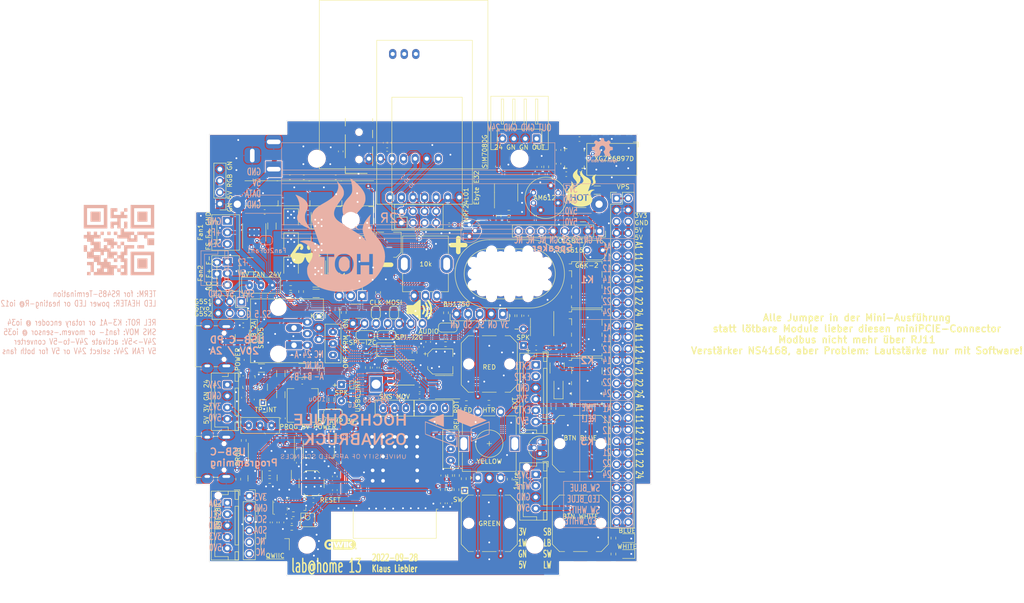
<source format=kicad_pcb>
(kicad_pcb (version 20211014) (generator pcbnew)
  (layers (0 "F.Cu" signal) (31 "B.Cu" signal) (34 "B.Paste" user) (35 "F.Paste" user) (36 "B.SilkS" user "B.Silkscreen") (37 "F.SilkS" user "F.Silkscreen") (38 "B.Mask" user) (39 "F.Mask" user) (44 "Edge.Cuts" user))
  (net 0 "")
  (net 1 "+5V")
  (net 2 "GND")
  (net 3 "+3V3")
  (net 4 "PROG_EN")
  (net 5 "+24V")
  (net 6 "SW")
  (net 7 "Net-(C23-Pad1)")
  (net 8 "Net-(C24-Pad2)")
  (net 9 "Net-(C24-Pad1)")
  (net 10 "Net-(D1-Pad2)")
  (net 11 "LED_RGB")
  (net 12 "Net-(D2-Pad2)")
  (net 13 "RS485A")
  (net 14 "RS485B")
  (net 15 "Net-(D5-Pad2)")
  (net 16 "Net-(D7-Pad2)")
  (net 17 "Net-(D8-Pad2)")
  (net 18 "SPI_MOSIx")
  (net 19 "SPI_MISO")
  (net 20 "Net-(J1-PadA5)")
  (net 21 "Net-(J1-PadB5)")
  (net 22 "FAN1_SENSE")
  (net 23 "485_DE")
  (net 24 "SCL")
  (net 25 "SDA")
  (net 26 "1wire")
  (net 27 "485_DI")
  (net 28 "485_RO")
  (net 29 "Net-(J10-Pad2)")
  (net 31 "Net-(J11-Pad1)")
  (net 32 "LED_WHITE")
  (net 33 "SW_WHITE")
  (net 34 "LED_BLUE")
  (net 35 "SW_BLUE")
  (net 36 "K3_24")
  (net 37 "K3_22")
  (net 38 "K3_21")
  (net 39 "K3_14")
  (net 40 "K3_12")
  (net 41 "K3_11")
  (net 42 "K3_A1")
  (net 43 "K2_24")
  (net 44 "K2_22")
  (net 45 "K2_21")
  (net 46 "K2_14")
  (net 47 "K2_12")
  (net 48 "K2_11")
  (net 49 "K2_A1")
  (net 50 "K1_24")
  (net 51 "K1_22")
  (net 52 "K1_21")
  (net 53 "K1_14")
  (net 54 "K1_12")
  (net 55 "K1_11")
  (net 56 "SPI_CLK")
  (net 57 "SPI_MOSI")
  (net 58 "PROG_IO0")
  (net 59 "Net-(Q1-Pad1)")
  (net 60 "Net-(Q2-Pad1)")
  (net 61 "Net-(Q4-Pad1)")
  (net 62 "Net-(Q5-Pad1)")
  (net 63 "Net-(Q9-Pad1)")
  (net 64 "HEATER")
  (net 65 "ROT_A")
  (net 66 "Net-(R21-Pad1)")
  (net 67 "Net-(R22-Pad1)")
  (net 68 "LED_WHITE_P")
  (net 69 "FAN1_DRIVE")
  (net 70 "FAN2_DRIVE")
  (net 71 "K1_A1")
  (net 72 "Net-(R38-Pad1)")
  (net 73 "AUDIO")
  (net 74 "ROT_B")
  (net 75 "PROG_RX")
  (net 76 "PROG_TX")
  (net 84 "MOVE")
  (net 95 "/RTS")
  (net 96 "/DTR")
  (net 97 "Net-(D15-Pad4)")
  (net 98 "Net-(D15-Pad2)")
  (net 99 "K3_ON")
  (net 100 "/C")
  (net 101 "/D")
  (net 102 "Net-(R13-Pad2)")
  (net 104 "HEATER_LED")
  (net 105 "I34")
  (net 106 "I2S_SD")
  (net 107 "I2S_SCK")
  (net 108 "I2S_WS")
  (net 109 "SERVO2")
  (net 110 "I35")
  (net 111 "/D9_COOL")
  (net 112 "+5P")
  (net 118 "Net-(JP2-Pad2)")
  (net 119 "Net-(C35-Pad1)")
  (net 120 "Net-(R45-Pad2)")
  (net 121 "/psu/5Vx")
  (net 122 "/psu/SW")
  (net 123 "/UD+")
  (net 124 "/UD-")
  (net 125 "Net-(R28-Pad1)")
  (net 129 "Net-(U15-Pad4)")
  (net 130 "Net-(R30-Pad2)")
  (net 131 "Net-(C10-Pad1)")
  (net 138 "/D12_COOL")
  (net 139 "/D10_COOL")
  (net 140 "/D11_COOL")
  (net 141 "/D14_COOL")
  (net 142 "/D13_COOL")
  (net 150 "Net-(C11-Pad2)")
  (net 151 "Net-(C42-Pad2)")
  (net 152 "Net-(C44-Pad2)")
  (net 153 "/analog_amp/LEFT")
  (net 154 "/analog_amp/RIGHT")
  (net 156 "Net-(JP1-Pad2)")
  (net 157 "Net-(C45-Pad1)")
  (net 158 "Net-(C45-Pad2)")
  (net 159 "Net-(C46-Pad1)")
  (net 160 "Net-(C46-Pad2)")
  (net 161 "Net-(C51-Pad2)")
  (net 162 "Net-(C53-Pad2)")
  (net 166 "Net-(R51-Pad2)")
  (net 167 "Net-(R53-Pad1)")
  (net 172 "Net-(D6-Pad1)")
  (net 173 "Net-(Q5-Pad3)")
  (net 174 "Net-(R54-Pad2)")
  (net 175 "Net-(J24-Pad1)")
  (net 176 "Net-(Q6-Pad1)")
  (net 177 "Net-(Q6-Pad3)")
  (net 178 "/psu/CC1")
  (net 179 "/psu/CC2")
  (net 183 "Net-(J12-Pad37)")
  (net 184 "+5VA")
  (net 185 "GNDA")
  (net 186 "/analog_amp/SPK+")
  (net 187 "/analog_amp/SPK-")
  (net 188 "/analog_amp/VoP")
  (net 189 "/analog_amp/VoN")
  (net 190 "Net-(C21-Pad1)")
  (net 191 "Net-(FB1-Pad1)")
  (net 192 "SPI_CLKx")
  (net 193 "Net-(J10-Pad1)")
  (net 194 "/VFAN")
  (net 195 "Net-(JP8-Pad2)")
  (footprint "Capacitor_SMD:C_0603_1608Metric" (layer "F.Cu") (at 72.7 119.2 90)
    (fp_text reference "C1" hide)
    (fp_text value "4u7" hide)
  )
  (footprint "Capacitor_SMD:C_0603_1608Metric" (layer "F.Cu") (at 72.7 122.2 -90)
    (fp_text reference "C3" hide)
    (fp_text value "1u" hide)
  )
  (footprint "Capacitor_SMD:C_0603_1608Metric" (layer "F.Cu") (at 104.3 134.1 90)
    (fp_text reference "C4" hide)
    (fp_text value "u1" hide)
  )
  (footprint "Capacitor_SMD:C_0603_1608Metric" (layer "F.Cu") (at 80.6 131.2 90)
    (fp_text reference "C5" hide)
    (fp_text value "u1" hide)
  )
  (footprint "Capacitor_SMD:C_0603_1608Metric" (layer "F.Cu") (at 81.5 125.2 90)
    (fp_text reference "C8" hide)
    (fp_text value "4u7" hide)
  )
  (footprint "Capacitor_SMD:C_0603_1608Metric" (layer "F.Cu") (at 80.6 128.2 -90)
    (fp_text reference "C9" hide)
    (fp_text value "1u" hide)
  )
  (footprint "Capacitor_SMD:C_0603_1608Metric" (layer "F.Cu") (at 70.1 118.3)
    (fp_text reference "C10" hide)
    (fp_text value "u1" hide)
  )
  (footprint "Capacitor_SMD:C_0603_1608Metric" (layer "F.Cu") (at 73.787 62.484)
    (fp_text reference "C14" hide)
    (fp_text value "u1" hide)
  )
  (footprint "Capacitor_SMD:C_0603_1608Metric" (layer "F.Cu") (at 70.739 62.484 180)
    (fp_text reference "C16" hide)
    (fp_text value "u1" hide)
  )
  (footprint "Capacitor_SMD:C_0603_1608Metric" (layer "F.Cu") (at 62.992 62.484 180)
    (fp_text reference "C18" hide)
    (fp_text value "u1" hide)
  )
  (footprint "LED_SMD:LED_WS2812B_PLCC4_5.0x5.0mm_P3.2mm" (layer "F.Cu") (at 85.5 66)
    (fp_text reference "D1" hide)
    (fp_text value "WS2812B" hide)
  )
  (footprint "LED_SMD:LED_WS2812B_PLCC4_5.0x5.0mm_P3.2mm" (layer "F.Cu") (at 78.5 66)
    (fp_text reference "D2" hide)
    (fp_text value "WS2812B" hide)
  )
  (footprint "Diode_SMD:D_SOD-123" (layer "F.Cu") (at 129.7 108.9 90)
    (fp_text reference "D5" hide)
    (fp_text value "1N4007" hide)
  )
  (footprint "LED_SMD:LED_0805_2012Metric" (layer "F.Cu") (at 134.2 65.2 180)
    (fp_text reference "D6" hide)
    (fp_text value "HTR ON" hide)
  )
  (footprint "Diode_SMD:D_0805_2012Metric" (layer "F.Cu") (at 144.75 145.25 180)
    (fp_text reference "D7" hide)
    (fp_text value "WHITE")
  )
  (footprint "Diode_SMD:D_0805_2012Metric" (layer "F.Cu") (at 144.75 141.75 180)
    (fp_text reference "D8" hide)
    (fp_text value "BLUE")
  )
  (footprint "Connector_JST:JST_XH_B5B-XH-AM_1x05_P2.50mm_Vertical" (layer "F.Cu") (at 57 134 -90)
    (fp_text reference "J3" hide)
    (fp_text value "I2C" hide)
  )
  (footprint "liebler_CONN:USB_C_Receptacle_HRO_TYPE-C-31-M-12_IMPROVED" (layer "F.Cu") (at 52.6 99.6 -90)
    (fp_text reference "J8" hide)
    (fp_text value "POWER")
  )
  (footprint "Connector_PinHeader_2.54mm:PinHeader_1x04_P2.54mm_Vertical" (layer "F.Cu") (at 55.372 68.326 180)
    (fp_text reference "J9" hide)
    (fp_text value "GN 5V RGB GN")
  )
  (footprint "Connector:FanPinHeader_1x03_P2.54mm_Vertical" (layer "F.Cu") (at 57 81.06 -90)
    (fp_text reference "J11" hide)
    (fp_text value "Fan2")
  )
  (footprint "Connector_PinHeader_2.54mm:PinHeader_2x29_P2.54mm_Vertical" (layer "F.Cu") (at 142.46 67.12)
    (fp_text reference "J12" hide)
    (fp_text value "VPS")
  )
  (footprint "Jumper:SolderJumper-3_P1.3mm_Open_RoundedPad1.0x1.5mm_NumberLabels" (layer "F.Cu") (at 87.3 97.15 180)
    (fp_text reference "JP3" hide)
    (fp_text value "SPI-I2C")
  )
  (footprint "Jumper:SolderJumper-3_P1.3mm_Open_RoundedPad1.0x1.5mm_NumberLabels" (layer "F.Cu") (at 91.948 97.15 180)
    (fp_text reference "JP4" hide)
    (fp_text value "SPI-I2C")
  )
  (footprint "Relay_SMD:Relay_DPDT_Omron_G6K-2F-Y" (layer "F.Cu") (at 135.89 86.1)
    (fp_text reference "K1" hide)
    (fp_text value "G6K-2")
  )
  (footprint "Relay_SMD:Relay_DPDT_Omron_G6K-2F-Y" (layer "F.Cu") (at 135.89 96.647)
    (fp_text reference "K2" hide)
    (fp_text value "G6K-2" hide)
  )
  (footprint "Relay_SMD:Relay_DPDT_Omron_G6K-2F-Y" (layer "F.Cu") (at 135.89 107.315)
    (fp_text reference "K3" hide)
    (fp_text value "G6K-2" hide)
  )
  (footprint "Package_TO_SOT_SMD:SOT-23" (layer "F.Cu") (at 63.1 128.6 -90)
    (fp_text reference "Q2" hide)
    (fp_text value "BC817" hide)
  )
  (footprint "Package_TO_SOT_SMD:SOT-23" (layer "F.Cu") (at 129.4 103.8625 90)
    (fp_text reference "Q4" hide)
    (fp_text value "BC817" hide)
  )
  (footprint "Package_TO_SOT_SMD:SOT-23" (layer "F.Cu") (at 135.1 70.7)
    (fp_text reference "Q5" hide)
    (fp_text value "IRLML6344" hide)
  )
  (footprint "Package_TO_SOT_SMD:SOT-23" (layer "F.Cu") (at 62.05 81.7 180)
    (fp_text reference "Q9" hide)
    (fp_text value "IRLML6344" hide)
  )
  (footprint "Resistor_SMD:R_0603_1608Metric" (layer "F.Cu") (at 104.3 131.1 -90)
    (fp_text reference "R1" hide)
    (fp_text value "1k" hide)
  )
  (footprint "Resistor_SMD:R_0603_1608Metric" (layer "F.Cu") (at 60.6 120.3 -90)
    (fp_text reference "R2" hide)
    (fp_text value "5k1" hide)
  )
  (footprint "Resistor_SMD:R_0603_1608Metric" (layer "F.Cu") (at 59.4 128.8 90)
    (fp_text reference "R3" hide)
    (fp_text value "5k1" hide)
  )
  (footprint "Resistor_SMD:R_0603_1608Metric" (layer "F.Cu") (at 112.2 72.6 180)
    (fp_text reference "R4" hide)
    (fp_text value "1k" hide)
  )
  (footprint "Resistor_SMD:R_0603_1608Metric" (layer "F.Cu") (at 66.3 129.2 180)
    (fp_text reference "R6" hide)
    (fp_text value "10k" hide)
  )
  (footprint "Resistor_SMD:R_0603_1608Metric" (layer "F.Cu") (at 66.3 127.5)
    (fp_text reference "R7" hide)
    (fp_text value "10k" hide)
  )
  (footprint "Resistor_SMD:R_0603_1608Metric" (layer "F.Cu") (at 134.2 68.2 180)
    (fp_text reference "R15" hide)
    (fp_text value "1k" hide)
  )
  (footprint "Resistor_SMD:R_0603_1608Metric" (layer "F.Cu") (at 132.4 70.9 90)
    (fp_text reference "R16" hide)
    (fp_text value "10k" hide)
  )
  (footprint "Resistor_SMD:R_0603_1608Metric" (layer "F.Cu") (at 107.3 131.1 -90)
    (fp_text reference "R17" hide)
    (fp_text value "1k" hide)
  )
  (footprint "Resistor_SMD:R_1206_3216Metric" (layer "F.Cu") (at 138.2 65.3)
    (fp_text reference "R19" hide)
    (fp_text value "3k3" hide)
  )
  (footprint "Resistor_SMD:R_0603_1608Metric" (layer "F.Cu") (at 105.8 131.1 90)
    (fp_text reference "R20" hide)
    (fp_text value "22k" hide)
  )
  (footprint "Resistor_SMD:R_0603_1608Metric" (layer "F.Cu") (at 105.9 128 -90)
    (fp_text reference "R21" hide)
    (fp_text value "4k7" hide)
  )
  (footprint "Resistor_SMD:R_0603_1608Metric" (layer "F.Cu") (at 114.427 112.014)
    (fp_text reference "R22" hide)
    (fp_text value "2k2" hide)
  )
  (footprint "Resistor_SMD:R_0603_1608Metric" (layer "F.Cu") (at 109.474 112.1)
    (fp_text reference "R23" hide)
    (fp_text value "1k" hide)
  )
  (footprint "Resistor_SMD:R_0603_1608Metric" (layer "F.Cu") (at 141.75 145.25 90)
    (fp_text reference "R24" hide)
    (fp_text value "k1" hide)
  )
  (footprint "Resistor_SMD:R_0603_1608Metric" (layer "F.Cu") (at 141.75 141.75 90)
    (fp_text reference "R25" hide)
    (fp_text value "k1" hide)
  )
  (footprint "liebler_MECH:Potentiometer_Alps_RK09K_Single_Vertical" (layer "F.Cu") (at 100.5 81.5 90)
    (fp_text reference "RV1" hide)
    (fp_text value "10k")
  )
  (footprint "liebler_MECH:SW_Push_1P1T_NO_CK_PTS125Sx43PSMTR" (layer "F.Cu") (at 134.5 121 90)
    (fp_text reference "SW1" hide)
    (fp_text value "BTN BLUE")
  )
  (footprint "liebler_MECH:SW_Push_1P1T_NO_CK_PTS125Sx43PSMTR" (layer "F.Cu") (at 134.5 138.5 90)
    (fp_text reference "SW5" hide)
    (fp_text value "BTN WHITE")
  )
  (footprint "Package_TO_SOT_SMD:SOT-223-3_TabPin2" (layer "F.Cu") (at 77.1 122.2 -90)
    (fp_text reference "U1" hide)
    (fp_text value "AMS1117" hide)
  )
  (footprint "RF_Module:ESP32-WROOM-32" (layer "F.Cu") (at 93.75 125.9402 180)
    (fp_text reference "U2" hide)
    (fp_text value "ESP32-WROOM-32" hide)
  )
  (footprint "Connector_PinHeader_2.54mm:PinHeader_2x03_P2.54mm_Vertical" (layer "F.Cu") (at 60.08 89.825 -90)
    (fp_text reference "J2" hide)
    (fp_text value "Srvo")
  )
  (footprint "Resistor_SMD:R_0603_1608Metric" (layer "F.Cu") (at 83.5 96.7 180)
    (fp_text reference "R12" hide)
    (fp_text value "1k" hide)
  )
  (footprint "Package_TO_SOT_SMD:SOT-23" (layer "F.Cu") (at 69.5 128.5 -90)
    (fp_text reference "Q1" hide)
    (fp_text value "BC817" hide)
  )
  (footprint "LED_SMD:LED_WS2812B_PLCC4_5.0x5.0mm_P3.2mm" (layer "F.Cu") (at 71.5 66)
    (fp_text reference "D3" hide)
    (fp_text value "WS2812B" hide)
  )
  (footprint "Capacitor_SMD:C_0603_1608Metric" (layer "F.Cu") (at 80.8 62.484)
    (fp_text reference "C7" hide)
    (fp_text value "u1" hide)
  )
  (footprint "Package_TO_SOT_SMD:SOT-23" (layer "F.Cu") (at 80.1 92.8 -90)
    (fp_text reference "D4" hide)
    (fp_text value "PSM712" hide)
  )
  (footprint "liebler_CONN:WR_MJ_Modular_Jack_Vertical_Plastic_6P6C" (layer "F.Cu") (at 77.1 96.2 90)
    (fp_text reference "J7" hide)
    (fp_text value "485" hide)
  )
  (footprint "Package_SO:SOIC-8_3.9x4.9mm_P1.27mm" (layer "F.Cu") (at 126.1 95.377 -90)
    (fp_text reference "U18" hide)
    (fp_text value "MD8002A" hide)
  )
  (footprint "Capacitor_SMD:C_0603_1608Metric" (layer "F.Cu") (at 124.8 99.949 180)
    (fp_text reference "C25" hide)
    (fp_text value "u1" hide)
  )
  (footprint "Resistor_SMD:R_0603_1608Metric" (layer "F.Cu") (at 121.1 92.9 90)
    (fp_text reference "R39" hide)
    (fp_text value "22k" hide)
  )
  (footprint "Resistor_SMD:R_0603_1608Metric" (layer "F.Cu") (at 119.6 92.9 -90)
    (fp_text reference "R38" hide)
    (fp_text value "10k" hide)
  )
  (footprint "Capacitor_SMD:C_0603_1608Metric" (layer "F.Cu") (at 122.6 92.9 90)
    (fp_text reference "C23" hide)
    (fp_text value "1u" hide)
  )
  (footprint "Capacitor_SMD:C_0603_1608Metric" (layer "F.Cu") (at 127.8 99.949)
    (fp_text reference "C26" hide)
    (fp_text value "10u" hide)
  )
  (footprint "Connector_Wire:SolderWire-0.1sqmm_1x02_P3.6mm_D0.4mm_OD1mm" (layer "F.Cu") (at 122 99.4 90)
    (fp_text reference "J13" hide)
    (fp_text value "SPK")
  )
  (footprint "Capacitor_SMD:C_0603_1608Metric" (layer "F.Cu") (at 105.8 134.1 -90)
    (fp_text reference "C2" hide)
    (fp_text value "22u" hide)
  )
  (footprint "Capacitor_SMD:C_0603_1608Metric" (layer "F.Cu") (at 114.5 94.4 180)
    (fp_text reference "C24" hide)
    (fp_text value "u1" hide)
  )
  (footprint "Resistor_SMD:R_0603_1608Metric" (layer "F.Cu") (at 108.9 128.7 90)
    (fp_text reference "R37" hide)
    (fp_text value "10k" hide)
  )
  (footprint "Connector_JST:JST_XH_B4B-XH-AM_1x04_P2.50mm_Vertical" (layer "F.Cu") (at 124.7 127.75 -90)
    (fp_text reference "J4" hide)
    (fp_text value "1wire")
  )
  (footprint "liebler_MECH:SW_Push_1P1T_NO_CK_PTS125Sx43PSMTR" (layer "F.Cu") (at 114.5 138.5 90)
    (fp_text reference "SW3" hide)
    (fp_text value "GREEN")
  )
  (footprint "liebler_MECH:FAN_6024" (layer "F.Cu") (at 99.5 155.75)
    (fp_text reference "X1" hide)
    (fp_text value "FAN_6024" hide)
  )
  (footprint "Capacitor_SMD:C_0603_1608Metric" (layer "F.Cu") (at 99.2 110.6)
    (fp_text reference "C12" hide)
    (fp_text value "u1" hide)
  )
  (footprint "Resistor_SMD:R_0603_1608Metric" (layer "F.Cu") (at 73.2 87.6 90)
    (fp_text reference "R11" hide)
    (fp_text value "1k" hide)
  )
  (footprint "Capacitor_SMD:C_0603_1608Metric" (layer "F.Cu") (at 72.7 125.2 -90)
    (fp_text reference "C6" hide)
    (fp_text value "u1" hide)
  )
  (footprint "Connector_JST:JST_XH_B6B-XH-AM_1x06_P2.50mm_Vertical" (layer "F.Cu") (at 124.7 103.7 -90)
    (fp_text reference "J5" hide)
    (fp_text value "EXT")
  )
  (footprint "liebler_MECH:SW_Push_1P1T_NO_CK_PTS125Sx43PSMTR" (layer "F.Cu") (at 114.5 103.5 -90)
    (fp_text reference "SW4" hide)
    (fp_text value "RED")
  )
  (footprint "liebler_MECH:RotaryEncoder_Alps_EC11E-Switch_Vertical_H20mm" (layer "F.Cu") (at 114.5 121 90)
    (fp_text reference "SW2" hide)
    (fp_text value "YELLOW")
  )
  (footprint "Connector:FanPinHeader_1x03_P2.54mm_Vertical" (layer "F.Cu") (at 57 72.06 -90)
    (fp_text reference "J10" hide)
    (fp_text value "Fan1")
  )
  (footprint "Capacitor_SMD:C_0603_1608Metric" (layer "F.Cu") (at 62.4 111.3 90)
    (fp_text reference "C19" hide)
    (fp_text value "u1" hide)
  )
  (footprint "Resistor_SMD:R_0603_1608Metric" (layer "F.Cu") (at 71.15 139.5 180)
    (fp_text reference "R8" hide)
    (fp_text value "4k7" hide)
  )
  (footprint "Resistor_SMD:R_0603_1608Metric" (layer "F.Cu") (at 65.1 132.5 180)
    (fp_text reference "R5" hide)
    (fp_text value "4k7" hide)
  )
  (footprint "Package_SO:SOIC-8_3.9x4.9mm_P1.27mm" (layer "F.Cu") (at 104.6 108.6 180)
    (fp_text reference "U6" hide)
    (fp_text value "MAX3485" hide)
  )
  (footprint "LED_SMD:LED_WS2812B_PLCC4_5.0x5.0mm_P3.2mm" (layer "F.Cu") (at 64.5 66)
    (fp_text reference "D15" hide)
    (fp_text value "WS2812B" hide)
  )
  (footprint "Resistor_SMD:R_0603_1608Metric" (layer "F.Cu") (at 128.6 113.3 -90)
    (fp_text reference "R14" hide)
    (fp_text value "1k" hide)
  )
  (footprint "liebler_OPTO:IPS_240_240_1.3" (layer "F.Cu") (at 92.2 94.6)
    (fp_text reference "U14" hide)
    (fp_text value "IPS_240_240" hide)
  )
  (footprint "Resistor_SMD:R_0603_1608Metric" (layer "F.Cu") (at 105 92.25 90)
    (fp_text reference "R30" hide)
    (fp_text value "2k2" hide)
  )
  (footprint "liebler_MECH:Switch_SS12D00" (layer "F.Cu") (at 80.2 99 90)
    (fp_text reference "SW6" hide)
    (fp_text value "OFF TERM  ON")
  )
  (footprint "Resistor_SMD:R_0603_1608Metric" (layer "F.Cu") (at 90.1 87.8 -90)
    (fp_text reference "R26" hide)
    (fp_text value "1k" hide)
  )
  (footprint "Resistor_SMD:R_1206_3216Metric" (layer "F.Cu") (at 76.5 85.7 180)
    (fp_text reference "R33" hide)
    (fp_text value "10R" hide)
  )
  (footprint "liebler_OPTO:LED_PLCC_2835" (layer "F.Cu") (at 77 76.9 90)
    (fp_text reference "D13" hide)
    (fp_text value "WHITE" hide)
  )
  (footprint "liebler_CONN:USB_C_Receptacle_HRO_TYPE-C-31-M-12_IMPROVED" (layer "F.Cu") (at 52.6 123.9 -90)
    (fp_text reference "J1" hide)
    (fp_text value "PROG")
  )
  (footprint "liebler_MECH:Switch_SS12D00" (layer "F.Cu") (at 102.3 113.2 180)
    (fp_text reference "SW7" hide)
    (fp_text value "LED   HTR")
  )
  (footprint "liebler_MECH:Switch_SS12D00" (layer "F.Cu") (at 106.045 122.174 90)
    (fp_text reference "SW8" hide)
    (fp_text value "REL ROT")
  )
  (footprint "Fiducial:Fiducial_1mm_Mask2mm" (layer "F.Cu") (at 55.245 55.118)
    (fp_text reference "FID1" hide)
    (fp_text value "Fiducial" hide)
  )
  (footprint "Fiducial:Fiducial_1mm_Mask2mm" (layer "F.Cu") (at 120.015 146.431)
    (fp_text reference "FID2" hide)
    (fp_text value "Fiducial" hide)
  )
  (footprint "liebler_DRAWINGS:speaker" (layer "F.Cu") (at 99.1 91.5)
    (fp_text reference "IMG1" hide)
    (fp_text value "Speaker" hide)
  )
  (footprint "Capacitor_SMD:C_0603_1608Metric" (layer "F.Cu") (at 104.4 128 -90)
    (fp_text reference "C20" hide)
    (fp_text value "u1" hide)
  )
  (footprint "Resistor_SMD:R_0603_1608Metric" (layer "F.Cu") (at 119 128.8 90)
    (fp_text reference "R44" hide)
    (fp_text value "1k" hide)
  )
  (footprint "liebler_MECH:Switch_SS12D00" (layer "F.Cu") (at 64.2 117 180)
    (fp_text reference "SW11" hide)
    (fp_text value "PROG 5V POWER")
  )
  (footprint "Resistor_SMD:R_0603_1608Metric" (layer "F.Cu") (at 70.9 86.8 180)
    (fp_text reference "R35" hide)
    (fp_text value "10k" hide)
  )
  (footprint "Capacitor_SMD:C_1206_3216Metric" (layer "F.Cu") (at 64.9 108.6 -90)
    (fp_text reference "C17" hide)
    (fp_text value "1u" hide)
  )
  (footprint "Capacitor_SMD:C_1206_3216Metric" (layer "F.Cu") (at 68.75 110.25 90)
    (fp_text reference "C22" hide)
    (fp_text value "10u" hide)
  )
  (footprint "Capacitor_SMD:C_0603_1608Metric" (layer "F.Cu") (at 70.65 104.95 -90)
    (fp_text reference "C33" hide)
    (fp_text value "u1" hide)
  )
  (footprint "Capacitor_SMD:C_0603_1608Metric" (layer "F.Cu") (at 73.45 107.4 180)
    (fp_text reference "C35" hide)
    (fp_text value "u1" hide)
  )
  (footprint "Capacitor_SMD:C_0603_1608Metric" (layer "F.Cu") (at 69.2 115.45 90)
    (fp_text reference "C36" hide)
    (fp_text value "22u" hide)
  )
  (footprint "Inductor_SMD:L_Abracon_ASPI-0630LR" (layer "F.Cu") (at 73.55 112.6 90)
    (fp_text reference "L2" hide)
    (fp_text value "4u7" hide)
  )
  (footprint "Resistor_SMD:R_0603_1608Metric" (layer "F.Cu") (at 76.25 104.75 90)
    (fp_text reference "R45" hide)
    (fp_text value "13k" hide)
  )
  (footprint "Resistor_SMD:R_0603_1608Metric" (layer "F.Cu") (at 77.75 104.75 90)
    (fp_text reference "R46" hide)
    (fp_text value "68k" hide)
  )
  (footprint "liebler_OPTO:LED_PLCC_2835" (layer "F.Cu") (at 71 71.6 -90)
    (fp_text reference "D10" hide)
    (fp_text value "WHITE" hide)
  )
  (footprint "liebler_OPTO:LED_PLCC_2835" (layer "F.Cu") (at 71 82.2 -90)
    (fp_text reference "D14" hide)
    (fp_text value "WHITE" hide)
  )
  (footprint "liebler_OPTO:LED_PLCC_2835" (layer "F.Cu") (at 71 76.9 -90)
    (fp_text reference "D12" hide)
    (fp_text value "WHITE" hide)
  )
  (footprint "liebler_OPTO:LED_PLCC_2835" (layer "F.Cu") (at 77 71.6 90)
    (fp_text reference "D11" hide)
    (fp_text value "WHITE" hide)
  )
  (footprint "liebler_MECH:Switch_SS12D00" (layer "F.Cu") (at 93.7 113.2 180)
    (fp_text reference "SW9" hide)
    (fp_text value "SNS MOV")
  )
  (footprint "liebler_MECH:Switch_SS12D00" (layer "F.Cu") (at 64.4 86.2)
    (fp_text reference "SW10" hide)
    (fp_text value "5V FAN 24V")
  )
  (footprint "Resistor_SMD:R_0603_1608Metric" (layer "F.Cu") (at 70.9 88.3)
    (fp_text reference "R34" hide)
    (fp_text value "1k" hide)
  )
  (footprint "Resistor_SMD:R_0603_1608Metric" (layer "F.Cu") (at 82.55 92.2 -90)
    (fp_text reference "R13" hide)
    (fp_text value "K12")
  )
  (footprint "Connector_JST:JST_XH_B4B-XH-AM_1x04_P2.50mm_Vertical" (layer "F.Cu") (at 57 108.05 -90)
    (fp_text reference "J6" hide)
    (fp_text value "5V 3V GN 24")
  )
  (footprint "Connector_BarrelJack:BarrelJack_Horizontal" (layer "F.Cu") (at 67.183 60.706 -90)
    (fp_text reference "J18" hide)
    (fp_text value "Power" hide)
  )
  (footprint "Button_Switch_SMD:SW_SPST_TL3342" (layer "F.Cu") (at 75.5 129.7)
    (fp_text reference "SW12" hide)
    (fp_text value "RESET")
  )
  (footprint "Resistor_SMD:R_0603_1608Metric" (layer "F.Cu") (at 107.4 128 90)
    (fp_text reference "R36" hide)
    (fp_text value "1k" hide)
  )
  (footprint "liebler_DRAWINGS:hot" (layer "F.Cu") (at 134.7 64.8)
    (fp_text reference "IMG7" hide)
    (fp_text value "HOT" hide)
  )
  (footprint "liebler_DRAWINGS:googles" (layer "F.Cu") (at 74.1 79.3)
    (fp_text reference "IMG2" hide)
    (fp_text value "Augenschutz" hide)
  )
  (footprint "Capacitor_SMD:C_0603_1608Metric" (layer "F.Cu") (at 67.4 138.3 90)
    (fp_text reference "C15" hide)
    (fp_text value "u1" hide)
  )
  (footprint "Capacitor_SMD:C_0603_1608Metric" (layer "F.Cu") (at 68.9 138.3 90)
    (fp_text reference "C29" hide)
    (fp_text value "u1" hide)
  )
  (footprint "Capacitor_SMD:C_0603_1608Metric" (layer "F.Cu") (at 65.9 138.3 90)
    (fp_text reference "C30" hide)
    (fp_text value "u1" hide)
  )
  (footprint "Capacitor_SMD:C_0603_1608Metric" (layer "F.Cu") (at 134.3 54.1)
    (fp_text reference "C31" hide)
    (fp_text value "u1" hide)
  )
  (footprint "Capacitor_SMD:C_0603_1608Metric" (layer "F.Cu") (at 75.9 133.45)
    (fp_text reference "C38" hide)
    (fp_text value "1u" hide)
  )
  (footprint "Connector_PinSocket_2.54mm:PinSocket_1x06_P2.54mm_Vertical" (layer "F.Cu") (at 61.825 132.475)
    (fp_text reference "J16" hide)
    (fp_text value "BME280")
  )
  (footprint "Connector_PinSocket_2.54mm:PinSocket_1x08_P2.54mm_Vertical" (layer "F.Cu") (at 138.684 74.295 -90)
    (fp_text reference "J17" hide)
    (fp_text value "CCS811")
  )
  (footprint "Resistor_SMD:R_0603_1608Metric" (layer "F.Cu") (at 71.5 136.5)
    (fp_text reference "R28" hide)
    (fp_text value "4k7" hide)
  )
  (footprint "Package_SO:SOIC-16_3.9x9.9mm_P1.27mm" (layer "F.Cu") (at 66.675 122.809 -90)
    (fp_text reference "U4" hide)
    (fp_text value "CH340C" hide)
  )
  (footprint "Package_TO_SOT_THT:TO-92_HandSolder" (layer "F.Cu") (at 125.62 123.17 90)
    (fp_text reference "U7" hide)
    (fp_text value "DS18B20")
  )
  (footprint "Package_LGA:Bosch_LGA-8_3x3mm_P0.8mm_ClockwisePinNumbering" (layer "F.Cu") (at 65.4 135)
    (fp_text reference "U12" hide)
    (fp_text value "BME680" hide)
  )
  (footprint "Package_LGA:Bosch_LGA-8_2.5x2.5mm_P0.65mm_ClockwisePinNumbering" (layer "F.Cu") (at 68.6 135.2)
    (fp_text reference "U13" hide)
    (fp_text value "BME280" hide)
  )
  (footprint "liebler_SEMICONDUCTORS:AMS_LGA-10-1EP_2.7x4mm_P0.6mm" (layer "F.Cu") (at 72.2 134.25 90)
    (fp_text reference "U15" hide)
    (fp_text value "CCS811" hide)
  )
  (footprint "liebler_MODULES:GY-302" (layer "F.Cu") (at 112.4 92.5 -90)
    (fp_text reference "U20" hide)
    (fp_text value "BH1750")
  )
  (footprint "liebler_SEMICONDUCTORS:AM612" (layer "F.Cu") (at 126.9 67)
    (fp_text reference "U22" hide)
    (fp_text value "AM612")
  )
  (footprint "Capacitor_SMD:C_0603_1608Metric" (layer "F.Cu") (at 64.4 138.3 90)
    (fp_text reference "C28" hide)
    (fp_text value "u1" hide)
  )
  (footprint "Connector_JST:JST_SH_SM04B-SRSS-TB_1x04-1MP_P1.00mm_Horizontal" (layer "F.Cu") (at 67.5 143.65)
    (fp_text reference "J21" hide)
    (fp_text value "QWIIC")
  )
  (footprint "liebler_DRAWINGS:qwiic" (layer "F.Cu") (at 81.8 143.1)
    (fp_text reference "IMG9" hide)
    (fp_text value "Augenschutz" hide)
  )
  (footprint "liebler_MECH:SPEAKER_2415" (layer "F.Cu") (at 119 83.7 90)
    (fp_text reference "SP1" hide)
    (fp_text value "Speaker" hide)
  )
  (footprint "liebler_MODULES:XGZP6897D" (layer "F.Cu") (at 141.4 58.55 -90)
    (fp_text reference "X2" hide)
    (fp_text value "XGZP6897D")
  )
  (footprint "Capacitor_SMD:C_0402_1005Metric" (layer "F.Cu") (at 91.59 54.9 90)
    (fp_text reference "C49" hide)
    (fp_text value "10n")
  )
  (footprint "Capacitor_SMD:C_0603_1608Metric" (layer "F.Cu") (at 81.9 56.8 90)
    (fp_text reference "C48" hide)
    (fp_text value "10n" hide)
  )
  (footprint "Capacitor_SMD:C_0603_1608Metric" (layer "F.Cu") (at 60.2 102.6 90)
    (fp_text reference "C57" hide)
    (fp_text value "n33" hide)
  )
  (footprint "liebler_CONN:PJ-327A" (layer "F.Cu") (at 85.9 49.575)
    (fp_text reference "J22" hide)
    (fp_text value "AudioJack3_SwitchT" hide)
  )
  (footprint "TestPoint:TestPoint_THTPad_1.0x1.0mm_Drill0.5mm" (layer "F.Cu") (at 109.1 131.3)
    (fp_text reference "TP2" hide)
    (fp_text value "SW")
  )
  (footprint "Resistor_SMD:R_0603_1608Metric" (layer "F.Cu") (at 127 60.2 -90)
    (fp_text reference "R54" hide)
    (fp_text value "1M" hide)
  )
  (footprint "Capacitor_SMD:CP_Elec_5x5.4" (layer "F.Cu") (at 103.75 102.95)
    (fp_text reference "C45" hide)
    (fp_text value "47u" hide)
  )
  (footprint "Capacitor_SMD:C_0603_1608Metric" (layer "F.Cu") (at 65.2 70.1 180)
    (fp_text reference "C40" hide)
    (fp_text value "u1")
  )
  (footprint "liebler_CONN:Jumper_Trace_025x150x015" (layer "F.Cu") (at 84.35 108.1 180)
    (fp_text reference "JP2" hide)
    (fp_text value "USBC_INT")
  )
  (footprint "liebler_OPTO:LED_PLCC_2835" (layer "F.Cu") (at 77 82.2 90)
    (fp_text reference "D9" hide)
    (fp_text value "WHITE" hide)
  )
  (footprint "liebler_SEMICONDUCTORS:AHT21" (layer "F.Cu") (at 74.65 137.75)
    (fp_text reference "U3" hide)
    (fp_text value "AHT21" hide)
  )
  (footprint "Resistor_SMD:R_0603_1608Metric" (layer "F.Cu") (at 118.8 70.25 180)
    (fp_text reference "R51" hide)
    (fp_text value "10k" hide)
  )
  (footprint "Capacitor_SMD:C_0603_1608Metric" (layer "F.Cu") (at 100.1 106.8 90)
    (fp_text reference "C44" hide)
    (fp_text value "u1" hide)
  )
  (footprint "Connector_JST:JST_XH_S4B-XH-A_1x04_P2.50mm_Horizontal" (layer "F.Cu") (at 124.9 54 180)
    (fp_text reference "J24" hide)
    (fp_text value "24 GN GN OUT")
  )
  (footprint "Capacitor_SMD:C_0603_1608Metric" (layer "F.Cu") (at 134.4 61.8)
    (fp_text reference "C53" hide)
    (fp_text value "2n2" hide)
  )
  (footprint "Package_TO_SOT_SMD:SOT-23-6" (layer "F.Cu") (at 73.45 104.95 180)
    (fp_text reference "U9" hide)
    (fp_text value "RY8310" hide)
  )
  (footprint "Resistor_SMD:R_0603_1608Metric" (layer "F.Cu") (at 116.55 71 90)
    (fp_text reference "R53" hide)
    (fp_text value "22k" hide)
  )
  (footprint "Resistor_SMD:R_0603_1608Metric" (layer "F.Cu") (at 118.8 71.75 180)
    (fp_text reference "R52" hide)
    (fp_text value "10k" hide)
  )
  (footprint "Capacitor_SMD:C_0603_1608Metric" (layer "F.Cu") (at 99.225 109.1 180)
    (fp_text reference "C47" hide)
    (fp_text value "22u" hide)
  )
  (footprint "Capacitor_SMD:C_0603_1608Metric" (layer "F.Cu") (at 116.4 60.1 -90)
    (fp_text reference "C54" hide)
    (fp_text value "u1" hide)
  )
  (footprint "Inductor_SMD:L_0805_2012Metric" (layer "F.Cu") (at 79.85 111.3 90)
    (fp_text reference "FB1" hide)
    (fp_text value "100R" hide)
  )
  (footprint "Capacitor_SMD:C_0603_1608Metric" (layer "F.Cu") (at 129.7 59.5 90)
    (fp_text reference "C51" hide)
    (fp_text value "u1" hide)
  )
  (footprint "Capacitor_SMD:C_0603_1608Metric" (layer "F.Cu") (at 101.1 98.65 -90)
    (fp_text reference "C43" hide)
    (fp_text value "47u" hide)
  )
  (footprint "Connector_Wire:SolderWire-0.1sqmm_1x02_P3.6mm_D0.4mm_OD1mm" (layer "F.Cu") (at 82.05 108 -90)
    (fp_text reference "J19" hide)
    (fp_text value "SPK")
  )
  (footprint "Sensor_Motion:InvenSense_QFN-24_4x4mm_P0.5mm" (layer "F.Cu") (at 133.2 58.35 -90)
    (fp_text reference "U23" hide)
    (fp_text value "MPU-6050" hide)
  )
  (footprint "Capacitor_SMD:C_0603_1608Metric" (layer "F.Cu") (at 87.5 100.95 -90)
    (fp_text reference "C39" hide)
    (fp_text value "10u" hide)
  )
  (footprint "Capacitor_SMD:C_1206_3216Metric" (layer "F.Cu") (at 66.8 73.2 90)
    (fp_text reference "C27" hide)
    (fp_text value "10u")
  )
  (footprint "Jumper:SolderJumper-2_P1.3mm_Open_RoundedPad1.0x1.5mm" (layer "F.Cu") (at 89.6 92.2 90)
    (fp_text reference "JP7" hide)
    (fp_text value "CLK")
  )
  (footprint "Capacitor_SMD:C_0603_1608Metric" (layer "F.Cu") (at 99.6 99.75 -90)
    (fp_text reference "C42" hide)
    (fp_text value "u1" hide)
  )
  (footprint "Capacitor_SMD:C_0603_1608Metric" (layer "F.Cu") (at 90.85 104.3 -90)
    (fp_text reference "C13" hide)
    (fp_text value "47u" hide)
  )
  (footprint "Resistor_SMD:R_0603_1608Metric" (layer "F.Cu") (at 104.9 97.5 180)
    (fp_text reference "R49" hide)
    (fp_text value "k1" hide)
  )
  (footprint "Capacitor_SMD:C_0603_1608Metric" (layer "F.Cu") (at 131.4 61.8 180)
    (fp_text reference "C52" hide)
    (fp_text value "u1" hide)
  )
  (footprint "Resistor_SMD:R_0603_1608Metric" (layer "F.Cu") (at 87.85 104.3 90)
    (fp_text reference "R40" hide)
    (fp_text value "1R" hide)
  )
  (footprint "Jumper:SolderJumper-3_P1.3mm_Open_RoundedPad1.0x1.5mm_NumberLabels" (layer "F.Cu") (at 105.4 95.5 180)
    (fp_text reference "JP1" hide)
    (fp_text value "AUDIO")
  )
  (footprint "Jumper:SolderJumper-3_P1.3mm_Open_RoundedPad1.0x1.5mm_NumberLabels" (layer "F.Cu") (at 80.2 114.35)
    (fp_text reference "JP5" hide)
    (fp_text value "5V AMP 3V")
  )
  (footprint "liebler_MODULES:Ebyte-E32-900T20D" (layer "F.Cu") (at 100.3 66.9 180)
    (fp_text reference "X3" hide)
    (fp_text value "Ebyte E32")
  )
  (footprint "Resistor_SMD:R_0603_1608Metric" (layer "F.Cu") (at 104.9 99.15 180)
    (fp_text reference "R43" hide)
    (fp_text value "M22" hide)
  )
  (footprint "Capacitor_SMD:CP_Elec_5x5.4" (layer "F.Cu") (at 92.4 77.3 90)
    (fp_text reference "C46" hide)
    (fp_text value "47u" hide)
  )
  (footprint "Resistor_SMD:R_0402_1005Metric" (layer "F.Cu") (at 92.09 56.4)
    (fp_text reference "R48" hide)
    (fp_text value "M22")
  )
  (footprint "Resistor_SMD:R_1206_3216Metric" (layer "F.Cu") (at 76.5 88 180)
    (fp_text reference "R32" hide)
    (fp_text value "10R" hide)
  )
  (footprint "Package_SO:SOIC-8_3.9x4.9mm_P1.27mm" (layer "F.Cu") (at 118.2 65.8 90)
    (fp_text reference "U10" hide)
    (fp_text value "LM358" hide)
  )
  (footprint "liebler_MODULES:SIM7080G_AND_MODULE" (layer "F.Cu") (at 95.7 58.4 90)
    (fp_text reference "X4" hide)
    (fp_text value "SIM7080G")
  )
  (footprint "Package_DFN_QFN:WQFN-14-1EP_2.5x2.5mm_P0.5mm_EP1.45x1.45mm" (layer "F.Cu") (at 61.74 107.46)
    (fp_text reference "U11" hide)
    (fp_text value "FUSB302BMPX" hide)
  )
  (footprint "Resistor_SMD:R_0402_1005Metric" (layer "F.Cu") (at 105.7 72.9 180)
    (fp_text reference "R10" hide)
    (fp_text value "10k" hide)
  )
  (footprint "liebler_SEMICONDUCTORS:MSM261D4030H1CPM" (layer "F.Cu") (at 91.8 100.35 -90)
    (fp_text reference "U26" hide)
    (fp_text value "MSM261D4030H1CPM" hide)
  )
  (footprint "Capacitor_SMD:C_1206_3216Metric" (layer "F.Cu") (at 68.75 105.6 -90)
    (fp_text reference "C60" hide)
    (fp_text value "10u" hide)
  )
  (footprint "Capacitor_SMD:C_0603_1608Metric" (layer "F.Cu") (at 89.35 104.3 -90)
    (fp_text reference "C11" hide)
    (fp_text value "u1" hide)
  )
  (footprint "Package_TO_SOT_THT:TO-220-3_Horizontal_TabUp" (layer "F.Cu") (at 86.64 88.5 180)
    (fp_text reference "Q7" hide)
    (fp_text value "TIP41")
  )
  (footprint "OptoDevice:R_LDR_5.1x4.3mm_P3.4mm_Vertical" (layer "F.Cu") (at 136 78.5)
    (fp_text reference "R9" hide)
    (fp_text value "GL5516")
  )
  (footprint "Capacitor_SMD:C_0603_1608Metric" (layer "F.Cu") (at 125.5 60.2 -90)
    (fp_text reference "C55" hide)
    (fp_text value "u1" hide)
  )
  (footprint "Connector_Phoenix_MC:PhoenixContact_MCV_1,5_2-G-3.81_1x02_P3.81mm_Vertical" (layer "F.Cu") (at 71.6425 99.3875 90)
    (fp_text reference "J15" hide)
    (fp_text value "1B 2A")
  )
  (footprint "Package_SO:SOIC-8-1EP_3.9x4.9mm_P1.27mm_EP2.29x3mm_ThermalVias" (layer "F.Cu") (at 62.9 74.6 90)
    (fp_text reference "U16" hide)
    (fp_text value "AS4950")
  )
  (footprint "Capacitor_SMD:C_0603_1608Metric" (layer "F.Cu") (at 129.7 56.5 90)
    (fp_text reference "C50" hide)
    (fp_text value "10n" hide)
  )
  (footprint "Resistor_SMD:R_0402_1005Metric" (layer "F.Cu") (at 92.59 54.9 90)
    (fp_text reference "R50" hide)
    (fp_text value "k1")
  )
  (footprint "Package_TO_SOT_SMD:SOT-23-6" (layer "F.Cu") (at 60.3 97.8 -90)
    (fp_text reference "U24" hide)
    (fp_text value "SRV05")
  )
  (footprint "Jumper:SolderJumper-2_P1.3mm_Open_RoundedPad1.0x1.5mm" (layer "F.Cu") (at 93.6 92.2 90)
    (fp_text reference "JP6" hide)
    (fp_text value "MOSI")
  )
  (footprint "TestPoint:TestPoint_THTPad_1.0x1.0mm_Drill0.5mm" (layer "F.Cu") (at 64.8 112)
    (fp_text reference "TP1" hide)
    (fp_text value "TP_INT")
  )
  (footprint "NetTie:NetTie-2_SMD_Pad0.5mm" (layer "F.Cu") (at 121.5 100.95)
    (fp_text reference "NT2" hide)
    (fp_text value "1" hide)
  )
  (footprint "Capacitor_SMD:C_0603_1608Metric" (layer "F.Cu") (at 60.5 95)
    (fp_text reference "C56" hide)
    (fp_text value "n33" hide)
  )
  (footprint "RF_Module:nRF24L01_Breakout" (layer "F.Cu") (at 95.22 72.5 90)
    (fp_text reference "U8" hide)
    (fp_text value "NRF24L01")
  )
  (footprint "Capacitor_SMD:C_0603_1608Metric" (layer "F.Cu") (at 71.15 138 180)
    (fp_text reference "C61" hide)
    (fp_text value "10u" hide)
  )
  (footprint "Capacitor_SMD:C_0603_1608Metric" (layer "F.Cu") (at 60.65 110.9 90)
    (fp_text reference "C32" hide)
    (fp_text value "u1" hide)
  )
  (footprint "Resistor_SMD:R_0603_1608Metric" (layer "F.Cu") (at 98.1 100.95 90)
    (fp_text reference "R42" hide)
    (fp_text value "1R" hide)
  )
  (footprint "Package_TO_SOT_SMD:SOT-23" (layer "F.Cu") (at 85.8 91.9)
    (fp_text reference "Q6" hide)
    (fp_text value "BC817" hide)
  )
  (footprint "Capacitor_SMD:C_0603_1608Metric" (layer "F.Cu") (at 89 100.95 -90)
    (fp_text reference "C37" hide)
    (fp_text value "u1" hide)
  )
  (footprint "Package_SO:SSOP-16_4.4x5.2mm_P0.65mm" (layer "F.Cu") (at 95.7 105.4)
    (fp_text reference "U5" hide)
    (fp_text value "UDA1334" hide)
  )
  (footprint "Capacitor_SMD:C_1206_3216Metric" (layer "F.Cu") (at 64.5 104.4 180)
    (fp_text reference "C58" hide)
    (fp_text value "1u" hide)
  )
  (footprint "liebler_PASSIVES:Resistor_100W" (layer "B.Cu") (at 98.9 68.4)
    (fp_text reference "R18" hide)
    (fp_text value "22R")
  )
  (footprint "liebler_DRAWINGS:QR_CODE_smopla_de" (layer "B.Cu") (at 33.2 76.3 180)
    (fp_text reference "IMG5" hide)
    (fp_text value "QR-CODE" hide)
  )
  (footprint "Symbol:OSHW-Logo2_7.3x6mm_SilkScreen" (layer "B.Cu") (at 139.319 56.642 180)
    (fp_text reference "IMG6" hide)
    (fp_text value "OPEN Hardware" hide)
  )
  (footprint "liebler_DRAWINGS:hot_big" (layer "B.Cu") (at 81.788 75.184 180)
    (fp_text reference "IMG8" hide)
    (fp_text value "HOT_BIG" hide)
  )
  (footprint "liebler_DRAWINGS:LOGO_FHOS_80mm" (layer "B.Cu") (at 91.7 118.8 180)
    (fp_text reference "IMG4" hide)
    (fp_text value "FHOS" hide)
  )
  (footprint "Connector_JST:JST_XH_B2B-XH-A_1x02_P2.50mm_Vertical" (layer "B.Cu") (at 54.737 83.693 90)
    (fp_text reference "J20" hide)
    (fp_text value "FAN5V" hide)
  )
  (footprint "Package_TO_SOT_THT:TO-92_HandSolder" (layer "B.Cu") (at 110.13 75.47 90)
    (fp_text reference "U19" hide)
    (fp_text value "DS18B20" hide)
  )
  (footprint "Capacitor_SMD:C_0805_2012Metric_Pad1.18x1.45mm_HandSolder" (layer "B.Cu") (at 84.4 110.25 -90)
    (fp_text reference "C21" hide)
    (fp_text value "1u")
  )
  (footprint "Capacitor_SMD:C_1206_3216Metric_Pad1.33x1.80mm_HandSolder" (layer "B.Cu") (at 79.8 111.2 -90)
    (fp_text reference "C34" hide)
    (fp_text value "100u")
  )
  (footprint "Jumper:SolderJumper-2_P1.3mm_Open_RoundedPad1.0x1.5mm" (layer "B.Cu") (at 65.5 76.3 180)
    (fp_text reference "JP8" hide)
    (fp_text value "Fan2toFan1")
  )
  (footprint "NetTie:NetTie-2_SMD_Pad0.5mm" (layer "B.Cu") (at 128.45 99.9)
    (fp_text reference "NT1" hide)
    (fp_text value "1" hide)
  )
  (footprint "liebler_SEMICONDUCTORS:SOIC-8_3.9x4.9mm_Pitch1.27mm_pad_handsolder" (layer "B.Cu") (at 89.65 107.95 180)
    (fp_text reference "U25" hide)
    (fp_text value "NS4168")
  )
  (gr_line (start 146.304 75.946) (end 146.304 93.726) (layer "B.SilkS") (width 0.12))
  (gr_line (start 134.366 111.506) (end 134.366 93.726) (layer "B.SilkS") (width 0.12))
  (gr_line (start 134.366 129.286) (end 134.366 111.506) (layer "B.SilkS") (width 0.12))
  (gr_line (start 130.81 129.286) (end 134.366 129.286) (layer "B.SilkS") (width 0.12))
  (gr_line (start 146.05 111.506) (end 146.05 129.286) (layer "B.SilkS") (width 0.12))
  (gr_line (start 146.304 75.946) (end 146.3 63.9) (layer "B.SilkS") (width 0.12))
  (gr_line (start 130.81 139.446) (end 130.81 129.286) (layer "B.SilkS") (width 0.12))
  (gr_line (start 146.3 63.9) (end 130.8 63.9) (layer "B.SilkS") (width 0.12))
  (gr_line (start 130.8 63.9) (end 130.8 75.946) (layer "B.SilkS") (width 0.12))
  (gr_line (start 146.304 93.726) (end 146.05 111.506) (layer "B.SilkS") (width 0.12))
  (gr_line (start 146.304 93.726) (end 134.366 93.726) (layer "B.SilkS") (width 0.12))
  (gr_line (start 134.366 93.726) (end 134.366 75.946) (layer "B.SilkS") (width 0.12))
  (gr_line (start 146.05 129.286) (end 146.05 139.446) (layer "B.SilkS") (width 0.12))
  (gr_line (start 146.05 111.506) (end 134.366 111.506) (layer "B.SilkS") (width 0.12))
  (gr_line (start 130.8 75.946) (end 146.304 75.946) (layer "B.SilkS") (width 0.12))
  (gr_line (start 146.05 129.286) (end 134.366 129.286) (layer "B.SilkS") (width 0.12))
  (gr_line (start 146.05 139.446) (end 130.81 139.446) (layer "B.SilkS") (width 0.12))
  (gr_line (start 50 130) (end 50 70) (layer "Edge.Cuts") (width 0.05))
  (gr_line (start 147 70) (end 147 53) (layer "Edge.Cuts") (width 0.05))
  (gr_line (start 70 50) (end 70 53) (layer "Edge.Cuts") (width 0.05))
  (gr_line (start 53 130) (end 50 130) (layer "Edge.Cuts") (width 0.05))
  (gr_line (start 70 150) (end 70 147) (layer "Edge.Cuts") (width 0.05))
  (gr_line (start 130 50) (end 130 53) (layer "Edge.Cuts") (width 0.05))
  (gr_line (start 130 53) (end 147 53) (layer "Edge.Cuts") (width 0.05))
  (gr_line (start 53 70) (end 50 70) (layer "Edge.Cuts") (width 0.05))
  (gr_line (start 70 147) (end 53 147) (layer "Edge.Cuts") (width 0.05))
  (gr_line (start 130 147) (end 147 147) (layer "Edge.Cuts") (width 0.05))
  (gr_line (start 53 147) (end 53 130) (layer "Edge.Cuts") (width 0.05))
  (gr_line (start 147 130) (end 150 130) (layer "Edge.Cuts") (width 0.05))
  (gr_line (start 70 50) (end 130 50) (layer "Edge.Cuts") (width 0.05))
  (gr_line (start 130 150) (end 130 147) (layer "Edge.Cuts") (width 0.05))
  (gr_line (start 147 147) (end 147 130) (layer "Edge.Cuts") (width 0.05))
  (gr_line (start 130 150) (end 70 150) (layer "Edge.Cuts") (width 0.05))
  (gr_line (start 53 53) (end 53 70) (layer "Edge.Cuts") (width 0.05))
  (gr_line (start 150 70) (end 147 70) (layer "Edge.Cuts") (width 0.05))
  (gr_line (start 70 53) (end 53 53) (layer "Edge.Cuts") (width 0.05))
  (gr_line (start 150 70) (end 150 130) (layer "Edge.Cuts") (width 0.05))
  (gr_text "SRV1 5V GND" (at 57.9 88.1) (layer "B.SilkS") (effects (font (size 1.5 1) (thickness 0.2)) (justify mirror)))
  (gr_text "24\nNC\nB+" (at 74.5 103.8) (layer "B.SilkS") (effects (font (size 1.5 1) (thickness 0.2)) (justify mirror)))
  (gr_text "24V\nGND\n3V3\n5V0" (at 55.8 111.7) (layer "B.SilkS") (effects (font (size 1.5 1) (thickness 0.2)) (justify left mirror)))
  (gr_text "SDA\nSCL\nGND\n3V3\n5V0" (at 54.4 139) (layer "B.SilkS") (effects (font (size 1.5 1) (thickness 0.2)) (justify mirror)))
  (gr_text "3V3\nWire\nGND\n5V0" (at 122 131.5) (layer "B.SilkS") (effects (font (size 1.5 1) (thickness 0.2)) (justify mirror)))
  (gr_text "EXT1\nEXT2\nGND\n3V3\nEXT3\n5V0" (at 121.793 109.982) (layer "B.SilkS") (effects (font (size 1.5 1) (thickness 0.2)) (justify mirror)))
  (gr_text "GND\n+F1\nSEN" (at 55.8 74.6) (layer "B.SilkS") (effects (font (size 1.5 1) (thickness 0.2)) (justify left mirror)))
  (gr_text "F2\n5V\n" (at 61.214 82.423) (layer "B.SilkS") (effects (font (size 1.5 1) (thickness 0.2)) (justify left mirror)))
  (gr_text "SW_BLUE\nLED_BLUE\nSW_WHITE\nLED_WHITE" (at 138.938 134.366) (layer "B.SilkS") (effects (font (size 1.5 1) (thickness 0.2)) (justify left mirror)))
  (gr_text "NC\nGN\nA-" (at 77.1 103.8) (layer "B.SilkS") (effects (font (size 1.5 1) (thickness 0.2)) (justify mirror)))
  (gr_text "3V GN SC SD GN" (at 112.395 94.869) (layer "B.SilkS") (effects (font (size 1.5 1) (thickness 0.2)) (justify mirror)))
  (gr_text "A-\n\nB+" (at 71.6 103.9) (layer "B.SilkS") (effects (font (size 1.5 1) (thickness 0.2)) (justify mirror)))
  (gr_text "3V3\nGND\nSCL\nSDA\nNC\nNC" (at 64.3 138.8) (layer "B.SilkS") (effects (font (size 1.5 1) (thickness 0.2)) (justify mirror)))
  (gr_text "USB-C PD\n20V / 2A" (at 53 99.4) (layer "B.SilkS") (effects (font (size 1.5 1.5) (thickness 0.3)) (justify right mirror)))
  (gr_text "USB-C\nProgramming" (at 53 124) (layer "B.SilkS") (effects (font (size 1.5 1.5) (thickness 0.3)) (justify right mirror)))
  (gr_text "A1\n11\n12\n14\n21\n22\n24" (at 140.335 102.743) (layer "B.SilkS") (effects (font (size 1.5 1) (thickness 0.2)) (justify mirror)))
  (gr_text "A1\n11\n12\n14\n21\n22\n24" (at 140.335 84.963) (layer "B.SilkS") (effects (font (size 1.5 1) (thickness 0.2)) (justify mirror)))
  (gr_text "A1\n11\n12\n14\n21\n22\n24" (at 140.335 120.523) (layer "B.SilkS") (effects (font (size 1.5 1) (thickness 0.2)) (justify mirror)))
  (gr_text "K2" (at 136.017 102.743) (layer "B.SilkS") (effects (font (size 1.5 1.5) (thickness 0.3)) (justify mirror)))
  (gr_text "K1" (at 136.017 84.963) (layer "B.SilkS") (effects (font (size 1.5 1.5) (thickness 0.3)) (justify mirror)))
  (gr_text "TIME\nREL!" (at 136.398 114.3) (layer "B.SilkS") (effects (font (size 1.5 1) (thickness 0.2)) (justify mirror)))
  (gr_text "Speaker" (at 128.397 77.978) (layer "B.SilkS") (effects (font (size 1.5 1.5) (thickness 0.3)) (justify mirror)))
  (gr_text "3V3\nGND\n5V0\n5V0" (at 134 68.7) (layer "B.SilkS") (effects (font (size 1.5 1) (thickness 0.2)) (justify left mirror)))
  (gr_text "S2 5 G" (at 63.9 92.583) (layer "B.SilkS") (effects (font (size 1.5 1) (thickness 0.2)) (justify mirror)))
  (gr_text "GND\n5V\nDATA\nGND" (at 64.5 64.9) (layer "B.SilkS") (effects (font (size 1.5 1) (thickness 0.2)) (justify left mirror)))
  (gr_text "TERM: for RS485-Termination\nLED HEATER: power LED or heating-R@ io12\n\nREL ROT: K3-A1 or rotary encoder @ io34\nSNS MOV: fan1- or movem.-sensor @ io35\n24V->5V: activate 24V-to-5V converter\n5V FAN 24V: select 24V or 5V for both fans" (at 41.5 94.4) (layer "B.SilkS") (effects (font (size 1.3 1)) (justify left mirror)))
  (gr_text "K3" (at 136.017 120.523) (layer "B.SilkS") (effects (font (size 1.5 1.5) (thickness 0.3)) (justify mirror)))
  (gr_text "3V GN SC SD GN NC NC NC" (at 129.75 76.25) (layer "B.SilkS") (effects (font (size 1.5 0.92) (thickness 0.2)) (justify mirror)))
  (gr_text "OUT GND GND 24V" (at 121.1 51.6) (layer "B.SilkS") (effects (font (size 1.5 1) (thickness 0.2)) (justify mirror)))
  (gr_text "A1 11 12 14 21 22 24" (at 147.35 102.743 270) (layer "F.SilkS") (effects (font (size 1.5 0.92) (thickness 0.2))))
  (gr_text "A1 11 12 14 21 22 24" (at 147.447 120.523 270) (layer "F.SilkS") (effects (font (size 1.5 0.92) (thickness 0.2))))
  (gr_text "+" (at 107.7 77.1) (layer "F.SilkS") (effects (font (size 4 4) (thickness 1))))
  (gr_text "SB\nLB\nSW\nLW" (at 127.254 144.018) (layer "F.SilkS") (effects (font (size 1.5 0.9) (thickness 0.2))))
  (gr_text "3V\n1W\nGN\n5V" (at 121.793 144.018) (layer "F.SilkS") (effects (font (size 1.5 0.9) (thickness 0.2))))
  (gr_text "G5S2" (at 49.7 92.5) (layer "F.SilkS") (effects (font (size 1 1)) (justify left)))
  (gr_text "NC F+ F-" (at 52.959 83.566 90) (layer "F.SilkS") (effects (font (size 1 1))))
  (gr_text "FS F+ GND" (at 52.832 74.295 90) (layer "F.SilkS") (effects (font (size 1 1))))
  (gr_text "Alle Jumper in der Mini-Ausführung\nstatt lötbare Module lieber diesen miniPCIE-Connector\nModbus nicht mehr über RJ11\nVerstärker NS4168, aber Problem: Lautstärke nur mit Software!" (at 195.2 96.95) (layer "F.SilkS") (effects (font (size 1.5 1.5) (thickness 0.3))))
  (gr_text "-" (at 83.6 111.75) (layer "F.SilkS") (effects (font (size 1 1))))
  (gr_text "A1 11 12 14 21 22 24" (at 147.32 84.836 270) (layer "F.SilkS") (effects (font (size 1.5 0.92) (thickness 0.2))))
  (gr_text "-" (at 91.43 81.43) (layer "F.SilkS") (effects (font (size 4 4) (thickness 1))))
  (gr_text "3V3\nGND\n5V\n5V" (at 146.3 73.3) (layer "F.SilkS") (effects (font (size 1 1)) (justify left)))
  (gr_text "+" (at 80.6 108.1) (layer "F.SilkS") (effects (font (size 1 1))))
  (gr_text "-" (at 120.5 95.75) (layer "F.SilkS") (effects (font (size 1 1))))
  (gr_text "G5S1" (at 49.7 89.8) (layer "F.SilkS") (effects (font (size 1 1)) (justify left)))
  (gr_text "2022-09-28\nKlaus Liebler" (at 88.5825 147.2565) (layer "F.SilkS") (effects (font (size 1.5 1) (thickness 0.25)) (justify left)))
  (gr_text "lab@home 13" (at 70.866 147.828) (layer "F.SilkS") (effects (font (size 3 1.5) (thickness 0.3)) (justify left)))
  (gr_text "+" (at 123.05 100.5) (layer "F.SilkS") (effects (font (size 1 1))))
  (segment (start 132.3 135.1) (end 131.300009 134.100009) (width 0.6) (layer "F.Cu") (net 1))
  (segment (start 145 72.2) (end 145 74.74) (width 0.8) (layer "F.Cu") (net 1))
  (segment (start 131.300009 124.998607) (end 131.300009 130.650009) (width 0.6) (layer "F.Cu") (net 1))
  (segment (start 76.29 64.44) (end 79.27052 61.45948) (width 0.8) (layer "F.Cu") (net 1))
  (segment (start 132.39 103.515) (end 130.9 102.025) (width 0.8) (layer "F.Cu") (net 1))
  (segment (start 132.39 104.61) (end 132.39 103.515) (width 0.8) (layer "F.Cu") (net 1))
  (segment (start 83.275 64.184) (end 83.275 64.44) (width 0.8) (layer "F.Cu") (net 1))
  (segment (start 128.45 119.516542) (end 128.450479 119.517021) (width 0.6) (layer "F.Cu") (net 1))
  (segment (start 129.7 110.55) (end 130.85 110.55) (width 0.6) (layer "F.Cu") (net 1))
  (segment (start 61.126 63.246) (end 62.32 64.44) (width 0.8) (layer "F.Cu") (net 1))
  (segment (start 50.80048 116.79952) (end 52.05 115.55) (width 0.8) (layer "F.Cu") (net 1))
  (segment (start 54.4 126.04296) (end 50.80048 122.44344) (width 0.8) (layer "F.Cu") (net 1))
  (segment (start 62.220736 115.55) (end 63.670736 117) (width 0.8) (layer "F.Cu") (net 1))
  (segment (start 63.124511 145.025489) (end 63.97452 144.17548) (width 0.6) (layer "F.Cu") (net 1))
  (segment (start 130.9 106.1) (end 132.39 104.61) (width 0.8) (layer "F.Cu") (net 1))
  (segment (start 57 115.55) (end 52.05 115.55) (width 0.8) (layer "F.Cu") (net 1))
  (segment (start 69.964 62.484) (end 69.964 63.781) (width 0.8) (layer "F.Cu") (net 1))
  (segment (start 57 115.55) (end 62.220736 115.55) (width 0.8) (layer "F.Cu") (net 1))
  (segment (start 131.95 145.65) (end 131.1 144.8) (width 0.6) (layer "F.Cu") (net 1))
  (segment (start 70.93975 144.17548) (end 76.31378 149.54951) (width 0.6) (layer "F.Cu") (net 1))
  (segment (start 80.570816 61.45948) (end 81.575 62.463664) (width 0.8) (layer "F.Cu") (net 1))
  (segment (start 50.7 114.2) (end 50.7 88.6) (width 0.8) (layer "F.Cu") (net 1))
  (segment (start 135.798781 76.644031) (end 140.555969 76.644031) (width 0.8) (layer "F.Cu") (net 1))
  (segment (start 62.37501 146.47499) (end 63.124511 145.725489) (width 0.6) (layer "F.Cu") (net 1))
  (segment (start 57.54 89.825) (end 57.54 92.365) (width 0.6) (layer "F.Cu") (net 1))
  (segment (start 57 144) (end 53.750479 140.750479) (width 0.8) (layer "F.Cu") (net 1))
  (segment (start 67.258989 118.54952) (end 68.533029 117.27548) (width 0.8) (layer "F.Cu") (net 1))
  (segment (start 130.85 110.55) (end 130.9 110.6) (width 0.6) (layer "F.Cu") (net 1))
  (segment (start 72.820336 121.425) (end 73.72452 120.520816) (width 0.8) (layer "F.Cu") (net 1))
  (segment (start 128.45 116.1) (end 128.45 116.05) (width 0.6) (layer "F.Cu") (net 1))
  (segment (start 57.54 89.825) (end 56.837787 89.825) (width 0.6) (layer "F.Cu") (net 1))
  (segment (start 130.9 102.025) (end 130.9 99.4) (width 0.8) (layer "F.Cu") (net 1))
  (segment (start 68.533029 117.27548) (end 71.420816 117.27548) (width 0.8) (layer "F.Cu") (net 1))
  (segment (start 74.8 118.45) (end 78.9 114.35) (width 0.4) (layer "F.Cu") (net 1))
  (segment (start 59.34999 146.47499) (end 62.37501 146.47499) (width 0.6) (layer "F.Cu") (net 1))
  (segment (start 130.9 89.257189) (end 130.390978 88.748167) (width 0.8) (layer "F.Cu") (net 1))
  (segment (start 132.95 135.75) (end 132.3 135.1) (width 0.6) (layer "F.Cu") (net 1))
  (segment (start 65.549511 63.350489) (end 68.215489 63.350489) (width 0.8) (layer "F.Cu") (net 1))
  (segment (start 128.450479 119.517021) (end 128.450479 122.149077) (width 0.6) (layer "F.Cu") (net 1))
  (segment (start 53.9 70.2) (end 53.9 64.718) (width 0.8) (layer "F.Cu") (net 1))
  (segment (start 73.75 118.95) (end 74.8 118.95) (width 0.8) (layer "F.Cu") (net 1))
  (segment (start 50.8 88.5) (end 50.7 88.6) (width 0.6) (layer "F.Cu") (net 1))
  (segment (start 132.95 142.95) (end 132.95 135.75) (width 0.6) (layer "F.Cu") (net 1))
  (segment (start 145 74.74) (end 142.46 74.74) (width 0.8) (layer "F.Cu") (net 1))
  (segment (start 53.750479 130.010873) (end 54.4 129.361352) (width 0.8) (layer "F.Cu") (net 1))
  (segment (start 79.27052 61.45948) (end 80.570816 61.45948) (width 0.8) (layer "F.Cu") (net 1))
  (segment (start 128.45 116.1) (end 128.45 119.516542) (width 0.6) (layer "F.Cu") (net 1))
  (segment (start 55.512787 88.5) (end 50.8 88.5) (width 0.6) (layer "F.Cu") (net 1))
  (segment (start 63.97452 144.17548) (end 70.93975 144.17548) (width 0.6) (layer "F.Cu") (net 1))
  (segment (start 54.4 129.361352) (end 54.4 126.04296) (width 0.8) (layer "F.Cu") (net 1))
  (segment (start 57 144.125) (end 59.34999 146.47499) (width 0.6) (layer "F.Cu") (net 1))
  (segment (start 56.837787 89.825) (end 55.512787 88.5) (width 0.6) (layer "F.Cu") (net 1))
  (segment (start 53.9 64.718) (end 55.372 63.246) (width 0.8) (layer "F.Cu") (net 1))
  (segment (start 63.670736 117) (end 64.2 117) (width 0.8) (layer "F.Cu") (net 1))
  (segment (start 76.29 64.212) (end 74.562 62.484) (width 0.8) (layer "F.Cu") (net 1))
  (segment (start 130.390978 88.748167) (end 130.390978 82.051834) (width 0.8) (layer "F.Cu") (net 1))
  (segment (start 62.32 64.44) (end 62.32 62.587) (width 0.4) (layer "F.Cu") (net 1))
  (segment (start 65.74952 118.54952) (end 67.258989 118.54952) (width 0.8) (layer "F.Cu") (net 1))
  (segment (start 63.124511 145.725489) (end 63.124511 145.025489) (width 0.6) (layer "F.Cu") (net 1))
  (segment (start 76.29 64.44) (end 76.29 64.212) (width 0.8) (layer "F.Cu") (net 1))
  (segment (start 69.964 63.781) (end 69.305 64.44) (width 0.8) (layer "F.Cu") (net 1))
  (segment (start 62.32 64.44) (end 64.46 64.44) (width 0.8) (layer "F.Cu") (net 1))
  (segment (start 130.9 99.4) (end 130.9 89.257189) (width 0.8) (layer "F.Cu") (net 1))
  (segment (start 71.420816 117.27548) (end 73.095336 118.95) (width 0.8) (layer "F.Cu") (net 1))
  (segment (start 126.35049 149.54951) (end 131.1 144.8) (width 0.6) (layer "F.Cu") (net 1))
  (segment (start 128.45 116.05) (end 130.6375 113.8625) (width 0.6) (layer "F.Cu") (net 1))
  (segment (start 131.75 112.6) (end 130.9 111.75) (width 0.8) (layer "F.Cu") (net 1))
  (segment (start 64.46 64.44) (end 65.549511 63.350489) (width 0.8) (layer "F.Cu") (net 1))
  (segment (start 142.46 74.74) (end 142.46 72.2) (width 0.8) (layer "F.Cu") (net 1))
  (segment (start 131.300009 132.049991) (end 132 131.35) (width 0.6) (layer "F.Cu") (net 1))
  (segment (start 55.372 63.246) (end 61.126 63.246) (width 0.8) (layer "F.Cu") (net 1))
  (segment (start 140.555969 76.644031) (end 142.46 74.74) (width 0.8) (layer "F.Cu") (net 1))
  (segment (start 73.72452 118.97548) (end 73.75 118.95) (width 0.8) (layer "F.Cu") (net 1))
  (segment (start 128.450479 122.149077) (end 131.300009 124.998607) (width 0.6) (layer "F.Cu") (net 1))
  (segment (start 130.9 111.75) (end 130.9 110.6) (width 0.8) (layer "F.Cu") (net 1))
  (segment (start 73.095336 118.95) (end 73.75 118.95) (width 0.8) (layer "F.Cu") (net 1))
  (segment (start 50.7 88.6) (end 50.7 73.4) (width 0.8) (layer "F.Cu") (net 1))
  (segment (start 73.72452 120.520816) (end 73.72452 118.97548) (width 0.8) (layer "F.Cu") (net 1))
  (segment (start 76.31378 149.54951) (end 126.35049 149.54951) (width 0.6) (layer "F.Cu") (net 1))
  (segment (start 72.7 121.425) (end 72.820336 121.425) (width 0.8) (layer "F.Cu") (net 1))
  (segment (start 53.750479 140.750479) (end 53.750479 130.010873) (width 0.8) (layer "F.Cu") (net 1))
  (segment (start 131.75 128.15) (end 131.75 131.2656) (width 0.6) (layer "F.Cu") (net 1))
  (segment (start 64.2 117) (end 65.74952 118.54952) (width 0.8) (layer "F.Cu") (net 1))
  (segment (start 52.05 115.55) (end 50.7 114.2) (width 0.8) (layer "F.Cu") (net 1))
  (segment (start 131.75 113.85) (end 131.75 112.6) (width 0.8) (layer "F.Cu") (net 1))
  (segment (start 131.1 144.8) (end 132.95 142.95) (width 0.6) (layer "F.Cu") (net 1))
  (segment (start 69.305 64.44) (end 70.33648 63.40852) (width 0.6) (layer "F.Cu") (net 1))
  (segment (start 73.63748 63.40852) (end 74.562 62.484) (width 0.6) (layer "F.Cu") (net 1))
  (segment (start 131.300009 130.650009) (end 132 131.35) (width 0.6) (layer "F.Cu") (net 1))
  (segment (start 131.300009 134.100009) (end 131.300009 132.049991) (width 0.6) (layer "F.Cu") (net 1))
  (segment (start 68.215489 63.350489) (end 69.305 64.44) (width 0.8) (layer "F.Cu") (net 1))
  (segment (start 130.6375 113.8625) (end 131.7625 113.8625) (width 0.6) (layer "F.Cu") (net 1))
  (segment (start 130.9 110.6) (end 130.9 106.1) (width 0.8) (layer "F.Cu") (net 1))
  (segment (start 130.390978 82.051834) (end 135.798781 76.644031) (width 0.8) (layer "F.Cu") (net 1))
  (segment (start 50.80048 122.44344) (end 50.80048 116.79952) (width 0.8) (layer "F.Cu") (net 1))
  (segment (start 50.7 73.4) (end 53.9 70.2) (width 0.8) (layer "F.Cu") (net 1))
  (segment (start 70.33648 63.40852) (end 73.63748 63.40852) (width 0.6) (layer "F.Cu") (net 1))
  (segment (start 81.575 62.484) (end 83.275 64.184) (width 0.8) (layer "F.Cu") (net 1))
  (via (at 132.3 135.1) (size 0.8) (drill 0.4) (layers "F.Cu" "B.Cu") (net 1))
  (via (at 128.45 116.1) (size 0.8) (drill 0.4) (layers "F.Cu" "B.Cu") (net 1))
  (via (at 130.9 99.4) (size 0.8) (drill 0.4) (layers "F.Cu" "B.Cu") (net 1))
  (segment (start 61.34952 85.64952) (end 59.80048 85.64952) (width 0.8) (layer "B.Cu") (net 1))
  (segment (start 130.4 99.9) (end 130.9 99.4) (width 0.6) (layer "B.Cu") (net 1))
  (segment (start 132.2 135.2) (end 132.3 135.1) (width 0.8) (layer "B.Cu") (net 1))
  (segment (start 57.405 88.755) (end 56.29752 87.64752) (width 0.8) (layer "B.Cu") (net 1))
  (segment (start 55.3 84.256) (end 54.737 83.693) (width 0.8) (layer "B.Cu") (net 1))
  (segment (start 55.3 86.660433) (end 55.3 84.256) (width 0.8) (layer "B.Cu") (net 1))
  (segment (start 124.841 135.2) (end 132.2 135.2) (width 0.8) (layer "B.Cu") (net 1))
  (segment (start 130.4 99.9) (end 128.95 99.9) (width 0.6) (layer "B.Cu") (net 1))
  (segment (start 128.35 116.2) (end 124.846 116.2) (width 0.6) (layer "B.Cu") (net 1))
  (segment (start 56.287087 87.64752) (end 55.3 86.660433) (width 0.8) (layer "B.Cu") (net 1))
  (segment (start 57.54 87.91) (end 57.54 89.825) (width 0.8) (layer "B.Cu") (net 1))
  (segment (start 56.29752 87.64752) (end 56.287087 87.64752) (width 0.8) (layer "B.Cu") (net 1))
  (segment (start 59.80048 85.64952) (end 57.54 87.91) (width 0.8) (layer "B.Cu") (net 1))
  (segment (start 128.45 116.1) (end 128.35 116.2) (width 0.6) (layer "B.Cu") (net 1))
  (segment (start 61.9 86.2) (end 61.34952 85.64952) (width 0.8) (layer "B.Cu") (net 1))
  (segment (start 57.405 89.825) (end 57.405 88.755) (width 0.8) (layer "B.Cu") (net 1))
  (segment (start 87.5 100.175) (end 89 100.175) (width 0.3) (layer "F.Cu") (net 2))
  (segment (start 65.499159 135.62548) (end 66.37548 135.62548) (width 0.3) (layer "F.Cu") (net 2))
  (segment (start 63.0025 107.46) (end 61.74 107.46) (width 0.25) (layer "F.Cu") (net 2))
  (segment (start 63.0025 107.96) (end 62.24 107.96) (width 0.25) (layer "F.Cu") (net 2))
  (segment (start 99.437274 103.758818) (end 99.77548 103.420612) (width 0.25) (layer "F.Cu") (net 2))
  (segment (start 92.475 100.775) (end 93.1 100.775) (width 0.3) (layer "F.Cu") (net 2))
  (segment (start 56.78 95.28) (end 58.495489 93.564511) (width 0.4) (layer "F.Cu") (net 2))
  (segment (start 100.98 106.695) (end 100.1 107.575) (width 0.4) (layer "F.Cu") (net 2))
  (segment (start 71 135.3) (end 71 134.5) (width 0.4) (layer "F.Cu") (net 2))
  (segment (start 93.3 98.65) (end 93.65 98.65) (width 0.3) (layer "F.Cu") (net 2))
  (segment (start 71.12 118.545) (end 70.875 118.3) (width 0.6) (layer "F.Cu") (net 2))
  (segment (start 104.394 126.6) (end 104.4 126.606) (width 0.25) (layer "F.Cu") (net 2))
  (segment (start 62.265 72.125) (end 62.265 73.965) (width 0.6) (layer "F.Cu") (net 2))
  (segment (start 91.32452 105.82452) (end 91.42404 105.725) (width 0.3) (layer "F.Cu") (net 2))
  (segment (start 60.995 76.155) (end 61.9 75.25) (width 0.6) (layer "F.Cu") (net 2))
  (segment (start 98.5 110.6) (end 100 109.1) (width 0.4) (layer "F.Cu") (net 2))
  (segment (start 71 134.5) (end 71.25 134.25) (width 0.4) (layer "F.Cu") (net 2))
  (segment (start 91.8 99.125) (end 92.825 99.125) (width 0.3) (layer "F.Cu") (net 2))
  (segment (start 72.8 132.05) (end 72.35 131.6) (width 0.4) (layer "F.Cu") (net 2))
  (segment (start 60 103.975) (end 60 105.45) (width 0.25) (layer "F.Cu") (net 2))
  (segment (start 60.6 103.375) (end 60 103.975) (width 0.25) (layer "F.Cu") (net 2))
  (segment (start 98 87.3) (end 98 88.5) (width 0.25) (layer "F.Cu") (net 2))
  (segment (start 69.575 136.225) (end 70.5 135.3) (width 0.3) (layer "F.Cu") (net 2))
  (segment (start 57.55 96.4) (end 57.55 96.05) (width 0.6) (layer "F.Cu") (net 2))
  (segment (start 63.1 91.4) (end 65.2 91.4) (width 0.4) (layer "F.Cu") (net 2))
  (segment (start 66.4 92.6) (end 66.4 96.7) (width 0.4) (layer "F.Cu") (net 2))
  (segment (start 58.495489 93.564511) (end 60.935489 93.564511) (width 0.4) (layer "F.Cu") (net 2))
  (segment (start 70.5 135.3) (end 71 135.3) (width 0.3) (layer "F.Cu") (net 2))
  (segment (start 92.825 99.125) (end 93.3 98.65) (width 0.3) (layer "F.Cu") (net 2))
  (segment (start 99.77548 102.182737) (end 100.108217 101.85) (width 0.25) (layer "F.Cu") (net 2))
  (segment (start 64.4 139.075) (end 68.9 139.075) (width 0.4) (layer "F.Cu") (net 2))
  (segment (start 72.8 133.2) (end 72.8 132.05) (width 0.4) (layer "F.Cu") (net 2))
  (segment (start 57.5 120.7) (end 57.5 120.3) (width 0.6) (layer "F.Cu") (net 2))
  (segment (start 100.3 85) (end 98 87.3) (width 0.25) (layer "F.Cu") (net 2))
  (segment (start 102.5 95.899624) (end 102.5 91.795018) (width 0.25) (layer "F.Cu") (net 2))
  (segment (start 90.7 101.85) (end 90.975 101.575) (width 0.3) (layer "F.Cu") (net 2))
  (segment (start 82.275 128.975) (end 82.3 128.95) (width 0.6) (layer "F.Cu") (net 2))
  (segment (start 104.4 126.606) (end 104.4 127.325) (width 0.25) (layer "F.Cu") (net 2))
  (segment (start 102.125 106.695) (end 100.98 106.695) (width 0.4) (layer "F.Cu") (net 2))
  (segment (start 71.12 120.334) (end 71.12 122.22) (width 0.6) (layer "F.Cu") (net 2))
  (segment (start 100.108217 101.85) (end 102.991783 101.85) (width 0.25) (layer "F.Cu") (net 2))
  (segment (start 100 109.1) (end 100 107.675) (width 0.4) (layer "F.Cu") (net 2))
  (segment (start 101.1 97.299624) (end 101.1 97.875) (width 0.25) (layer "F.Cu") (net 2))
  (segment (start 80.6 128.975) (end 82.275 128.975) (width 0.6) (layer "F.Cu") (net 2))
  (segment (start 66.6 136.1875) (end 67.112011 135.675489) (width 0.3) (layer "F.Cu") (net 2))
  (segment (start 87.368093 105.82452) (end 91.32452 105.82452) (width 0.3) (layer "F.Cu") (net 2))
  (segment (start 99.914913 90.299519) (end 98.115394 88.5) (width 0.25) (layer "F.Cu") (net 2))
  (segment (start 62.265 73.965) (end 62.9 74.6) (width 0.6) (layer "F.Cu") (net 2))
  (segment (start 82.3 126.775) (end 81.5 125.975) (width 0.6) (layer "F.Cu") (net 2))
  (segment (start 57.55 102.8) (end 57.55 103.15) (width 0.6) (layer "F.Cu") (net 2))
  (segment (start 66 141.65) (end 65.65 141.3) (width 0.4) (layer "F.Cu") (net 2))
  (segment (start 92.8 105.725) (end 93.6 105.725) (width 0.3) (layer "F.Cu") (net 2))
  (segment (start 65 136.124639) (end 65.499159 135.62548) (width 0.3) (layer "F.Cu") (net 2))
  (segment (start 60.995 77.075) (end 60.995 76.155) (width 0.6) (layer "F.Cu") (net 2))
  (segment (start 71.12 120.334) (end 71.12 118.545) (width 0.6) (layer "F.Cu") (net 2))
  (segment (start 100.3 78.7) (end 100.3 85) (width 0.25) (layer "F.Cu") (net 2))
  (segment (start 90.7 102.65) (end 90.7 101.85) (width 0.3) (layer "F.Cu") (net 2))
  (segment (start 71.25 134.25) (end 72.35 134.25) (width 0.4) (layer "F.Cu") (net 2))
  (segment (start 57.55 103.15) (end 56.78 103.92) (width 0.6) (layer "F.Cu") (net 2))
  (segment (start 68.075489 135.675489) (end 68.275 135.875) (width 0.3) (layer "F.Cu") (net 2))
  (segment (start 100.7 78.3) (end 100.3 78.7) (width 0.25) (layer "F.Cu") (net 2))
  (segment (start 72.8 133.8) (end 72.35 134.25) (width 0.4) (layer "F.Cu") (net 2))
  (segment (start 130.525 58.1) (end 129.7 57.275) (width 0.25) (layer "F.Cu") (net 2))
  (segment (start 59.3 141.3) (end 57 139) (width 0.4) (layer "F.Cu") (net 2))
  (segment (start 102.5 95.899624) (end 101.1 97.299624) (width 0.25) (layer "F.Cu") (net 2))
  (segment (start 68.275 135.875) (end 68.275 136.225) (width 0.3) (layer "F.Cu") (net 2))
  (segment (start 66.4 96.7) (end 66.7 97) (width 0.4) (layer "F.Cu") (net 2))
  (segment (start 86.725481 102.943187) (end 86.972119 103.189825) (width 0.3) (layer "F.Cu") (net 2))
  (segment (start 99.421092 103.775) (end 99.437274 103.758818) (width 0.3) (layer "F.Cu") (net 2))
  (segment (start 86.725481 100.949519) (end 86.725481 102.943187) (width 0.3) (layer "F.Cu") (net 2))
  (segment (start 93.1 100.775) (end 93.525 100.35) (width 0.3) (layer "F.Cu") (net 2))
  (segment (start 71.875 122.975) (end 72.7 122.975) (width 0.6) (layer "F.Cu") (net 2))
  (segment (start 65.65 141.3) (end 59.3 141.3) (width 0.4) (layer "F.Cu") (net 2))
  (segment (start 69.575 135.850978) (end 69.399511 135.675489) (width 0.3) (layer "F.Cu") (net 2))
  (segment (start 89.9 100.175) (end 90.075 100.35) (width 0.3) (layer "F.Cu") (net 2))
  (segment (start 57.5 120.3) (end 56.78 119.58) (width 0.6) (layer "F.Cu") (net 2))
  (segment (start 60.3 96.6625) (end 60.3 95.575) (width 0.6) (layer "F.Cu") (net 2))
  (segment (start 130.7 59.1) (end 129.7 60.1) (width 0.25) (layer "F.Cu") (net 2))
  (segment (start 93.275 101.575) (end 93.525 101.325) (width 0.3) (layer "F.Cu") (net 2))
  (segment (start 69.399511 135.675489) (end 68.075489 135.675489) (width 0.3) (layer "F.Cu") (net 2))
  (segment (start 91.8 101.575) (end 93.275 101.575) (width 0.3) (layer "F.Cu") (net 2))
  (segment (start 93.655289 105.669711) (end 93.655289 107.45) (width 0.3) (layer "F.Cu") (net 2))
  (segment (start 67.625 133.42498) (end 67.5 133.29998) (width 0.4) (layer "F.Cu") (net 2))
  (segment (start 72.8 133.2) (end 72.8 133.8) (width 0.4) (layer "F.Cu") (net 2))
  (segment (start 60.935489 93.564511) (end 63.1 91.4) (width 0.4) (layer "F.Cu") (net 2))
  (segment (start 89 100.175) (end 89.9 100.175) (width 0.3) (layer "F.Cu") (net 2))
  (segment (start 71.12 122.22) (end 71.875 122.975) (width 0.6) (layer "F.Cu") (net 2))
  (segment (start 133.625 61.8) (end 132.175 61.8) (width 0.25) (layer "F.Cu") (net 2))
  (segment (start 72.7 119.975) (end 71.479 119.975) (width 0.6) (layer "F.Cu") (net 2))
  (segment (start 57.55 96.05) (end 56.78 95.28) (width 0.6) (layer "F.Cu") (net 2))
  (segment (start 102.5 91.795018) (end 101.004502 90.29952) (width 0.25) (layer "F.Cu") (net 2))
  (segment (start 57.5 127.5) (end 56.78 128.22) (width 0.6) (layer "F.Cu") (net 2))
  (segment (start 71.479 119.975) (end 71.12 120.334) (width 0.6) (layer "F.Cu") (net 2))
  (segment (start 99.77548 103.420612) (end 99.77548 102.182737) (width 0.25) (layer "F.Cu") (net 2))
  (segment (start 134.45 60.3) (end 134.45 60.975) (width 0.25) (layer "F.Cu") (net 2))
  (segment (start 91.42404 105.725) (end 92.8 105.725) (width 0.3) (layer "F.Cu") (net 2))
  (segment (start 60.3 95.575) (end 59.725 95) (width 0.6) (layer "F.Cu") (net 2))
  (segment (start 93.525 101.325) (end 93.525 100.35) (width 0.3) (layer "F.Cu") (net 2))
  (segment (start 98.6 103.775) (end 99.249022 103.775) (width 0.3) (layer "F.Cu") (net 2))
  (segment (start 134.45 60.975) (end 133.625 61.8) (width 0.25) (layer "F.Cu") (net 2))
  (segment (start 101.004502 90.29952) (end 99.914913 90.299519) (width 0.25) (layer "F.Cu") (net 2))
  (segment (start 67.112011 135.675489) (end 68.075489 135.675489) (width 0.3) (layer "F.Cu") (net 2))
  (segment (start 66.37548 135.62548) (end 66.6 135.85) (width 0.3) (layer "F.Cu") (net 2))
  (segment (start 103.5 102.358217) (end 103.5 104.1) (width 0.25) (layer "F.Cu") (net 2))
  (segment (start 98.6 103.775) (end 99.421092 103.775) (width 0.3) (layer "F.Cu") (net 2))
  (segment (start 131.25 59.1) (end 130.7 59.1) (width 0.25) (layer "F.Cu") (net 2))
  (segment (start 131.25 58.1) (end 130.525 58.1) (width 0.25) (layer "F.Cu") (net 2))
  (segment (start 69.575 136.225) (end 69.575 135.850978) (width 0.3) (layer "F.Cu") (net 2))
  (segment (start 69.1 139.65) (end 69.1 139.275) (width 0.4) (layer "F.Cu") (net 2))
  (segment (start 87.5 100.175) (end 86.725481 100.949519) (width 0.3) (layer "F.Cu") (net 2))
  (segment (start 82.3 128.95) (end 82.3 126.775) (width 0.6) (layer "F.Cu") (net 2))
  (segment (start 69.2 139.75) (end 69.1 139.65) (width 0.4) (layer "F.Cu") (net 2))
  (segment (start 57.5 127.1) (end 57.5 127.5) (width 0.6) (layer "F.Cu") (net 2))
  (segment (start 65.2 91.4) (end 66.4 92.6) (width 0.4) (layer "F.Cu") (net 2))
  (segment (start 66.6 135.85) (end 66.6 136.1875) (width 0.3) (layer "F.Cu") (net 2))
  (segment (start 67.625 134.175) (end 67.625 133.42498) (width 0.4) (layer "F.Cu") (net 2))
  (segment (start 86.972119 103.189825) (end 86.972119 105.428546) (width 0.3) (layer "F.Cu") (net 2))
  (segment (start 93.6 105.725) (end 93.655289 105.669711) (width 0.3) (layer "F.Cu") (net 2))
  (segment (start 86.972119 105.428546) (end 87.368093 105.82452) (width 0.3) (layer "F.Cu") (net 2))
  (segment (start 102.991783 101.85) (end 103.5 102.358217) (width 0.25) (layer "F.Cu") (net 2))
  (via (at 127.3 89.4) (size 0.8) (drill 0.4) (layers "F.Cu" "B.Cu") (net 2))
  (via (at 130.6 119.2) (size 0.8) (drill 0.4) (layers "F.Cu" "B.Cu") (net 2))
  (via (at 72.7 126) (size 0.8) (drill 0.4) (layers "F.Cu" "B.Cu") (net 2))
  (via (at 91.567 135.255) (size 0.8) (drill 0.4) (layers "F.Cu" "B.Cu") (net 2))
  (via (at 52.328947 86.971054) (size 0.8) (drill 0.4) (layers "F.Cu" "B.Cu") (net 2))
  (via (at 117.2845 100.965) (size 0.8) (drill 0.4) (layers "F.Cu" "B.Cu") (net 2))
  (via (at 75.4 101.4) (size 0.8) (drill 0.4) (layers "F.Cu" "B.Cu") (net 2))
  (via (at 93.4085 135.255) (size 0.8) (drill 0.4) (layers "F.Cu" "B.Cu") (net 2))
  (via (at 114.5 142.7) (size 0.8) (drill 0.4) (layers "F.Cu" "B.Cu") (net 2))
  (via (at 114.5 99.5) (size 0.8) (drill 0.4) (layers "F.Cu" "B.Cu") (net 2))
  (via (at 106.85 101.25) (size 0.8) (drill 0.4) (layers "F.Cu" "B.Cu") (net 2))
  (via (at 79.9 120.4) (size 0.8) (drill 0.4) (layers "F.Cu" "B.Cu") (net 2))
  (via (at 98.6 112.4) (size 0.8) (drill 0.4) (layers "F.Cu" "B.Cu") (net 2))
  (via (at 55.4 73.6) (size 0.8) (drill 0.4) (layers "F.Cu" "B.Cu") (net 2))
  (via (at 98.679 119.507) (size 1.6) (drill 0.8) (layers "F.Cu" "B.Cu") (net 2))
  (via (at 59 60.9) (size 0.8) (drill 0.4) (layers "F.Cu" "B.Cu") (net 2))
  (via (at 80.35 118.35) (size 0.8) (drill 0.4) (layers "F.Cu" "B.Cu") (net 2))
  (via (at 79.7 55.9) (size 0.8) (drill 0.4) (layers "F.Cu" "B.Cu") (net 2))
  (via (at 98.7 93) (size 0.8) (drill 0.4) (layers "F.Cu" "B.Cu") (net 2))
  (via (at 60 105.45) (size 0.8) (drill 0.4) (layers "F.Cu" "B.Cu") (net 2))
  (via (at 91.8 84.9) (size 0.8) (drill 0.4) (layers "F.Cu" "B.Cu") (net 2))
  (via (at 70.6 131.1) (size 0.8) (drill 0.4) (layers "F.Cu" "B.Cu") (net 2))
  (via (at 85.6 67.9) (size 0.8) (drill 0.4) (layers "F.Cu" "B.Cu") (net 2))
  (via (at 141.4 62.5) (size 0.8) (drill 0.4) (layers "F.Cu" "B.Cu") (net 2))
  (via (at 88.138 135.255) (size 0.8) (drill 0.4) (layers "F.Cu" "B.Cu") (net 2))
  (via (at 135.636 118.364) (size 0.8) (drill 0.4) (layers "F.Cu" "B.Cu") (net 2))
  (via (at 79.6 59.6) (size 0.8) (drill 0.4) (layers "F.Cu" "B.Cu") (net 2))
  (via (at 138.577138 134.9605) (size 0.8) (drill 0.4) (layers "F.Cu" "B.Cu") (net 2))
  (via (at 74.3 134.6) (size 0.8) (drill 0.4) (layers "F.Cu" "B.Cu") (net 2))
  (via (at 73 101.5) (size 0.8) (drill 0.4) (layers "F.Cu" "B.Cu") (net 2))
  (via (at 81.45 102.65) (size 0.8) (drill 0.4) (layers "F.Cu" "B.Cu") (net 2))
  (via (at 111.506 116.2685) (size 0.8) (drill 0.4) (layers "F.Cu" "B.Cu") (net 2))
  (via (at 136.0805 107.188) (size 0.8) (drill 0.4) (layers "F.Cu" "B.Cu") (net 2))
  (via (at 119.7 100.965) (size 0.8) (drill 0.4) (layers "F.Cu" "B.Cu") (net 2))
  (via (at 97.986583 113.827815) (size 0.8) (drill 0.4) (layers "F.Cu" "B.Cu") (net 2))
  (via (at 61.6 91.3) (size 0.8) (drill 0.4) (layers "F.Cu" "B.Cu") (net 2))
  (via (at 88.773 119.507) (size 1.6) (drill 0.8) (layers "F.Cu" "B.Cu") (net 2))
  (via (at 66.1 112.4) (size 0.8) (drill 0.4) (layers "F.Cu" "B.Cu") (net 2))
  (via (at 60.7 123.6) (size 0.8) (drill 0.4) (layers "F.Cu" "B.Cu") (net 2))
  (via (at 98.679 129.159) (size 1.6) (drill 0.8) (layers "F.Cu" "B.Cu") (net 2))
  (via (at 91.186 126.873) (size 1.6) (drill 0.8) (layers "F.Cu" "B.Cu") (net 2))
  (via (at 88.9 126.873) (size 1.6) (drill 0.8) (layers "F.Cu" "B.Cu") (net 2))
  (via (at 138 60.8) (size 0.8) (drill 0.4) (layers "F.Cu" "B.Cu") (net 2))
  (via (at 138.85 54.05) (size 0.8) (drill 0.4) (layers "F.Cu" "B.Cu") (net 2))
  (via (at 117.677609 106.0205) (size 0.8) (drill 0.4) (layers "F.Cu" "B.Cu") (net 2))
  (via (at 59.9 113.65) (size 0.8) (drill 0.4) (layers "F.Cu" "B.Cu") (net 2))
  (via (at 99.55 99) (size 0.8) (drill 0.4) (layers "F.Cu" "B.Cu") (net 2))
  (via (at 66.7 122.6) (size 0.8) (drill 0.4) (layers "F.Cu" "B.Cu") (net 2))
  (via (at 66 98.8) (size 0.8) (drill 0.4) (layers "F.Cu" "B.Cu") (net 2))
  (via (at 91.8 92.4) (size 0.8) (drill 0.4) (layers "F.Cu" "B.Cu") (net 2))
  (via (at 94.3 114.7) (size 0.8) (drill 0.4) (layers "F.Cu" "B.Cu") (net 2))
  (via (at 111.05 89) (size 0.8) (drill 0.4) (layers "F.Cu" "B.Cu") (net 2))
  (via (at 70.05 137.45) (size 0.8) (drill 0.4) (layers "F.Cu" "B.Cu") (net 2))
  (via (at 129.7 108.9) (size 0.8) (drill 0.4) (layers "F.Cu" "B.Cu") (net 2))
  (via (at 118.7 59.7) (size 0.8) (drill 0.4) (layers "F.Cu" "B.Cu") (net 2))
  (via (at 69.2 139.75) (size 0.8) (drill 0.4) (layers "F.Cu" "B.Cu") (net 2))
  (via (at 67.5 96.9) (size 0.8) (drill 0.4) (layers "F.Cu" "B.Cu") (net 2))
  (via (at 96 110.4) (size 0.8) (drill 0.4) (layers "F.Cu" "B.Cu") (net 2))
  (via (at 87 127.3) (size 0.8) (drill 0.4) (layers "F.Cu" "B.Cu") (net 2))
  (via (at 59.1 111.7) (size 0.8) (drill 0.4) (layers "F.Cu" "B.Cu") (net 2))
  (via (at 86 55.5) (size 0.8) (drill 0.4) (layers "F.Cu" "B.Cu") (net 2))
  (via (at 57.65 79.55) (size 0.8) (drill 0.4) (layers "F.Cu" "B.Cu") (net 2))
  (via (at 130.5 76.1) (size 0.8) (drill 0.4) (layers "F.Cu" "B.Cu") (net 2))
  (via (at 59.725 95) (size 0.8) (drill 0.4) (layers "F.Cu" "B.Cu") (net 2))
  (via (at 64.4 104.4) (size 0.8) (drill 0.4) (layers "F.Cu" "B.Cu") (net 2))
  (via (at 102 55.4) (size 0.8) (drill 0.4) (layers "F.Cu" "B.Cu") (net 2))
  (via (at 67.5 133.29998) (size 0.8) (drill 0.4) (layers "F.Cu" "B.Cu") (net 2))
  (via (at 91.186 123.825) (size 1.6) (drill 0.8) (layers "F.Cu" "B.Cu") (net 2))
  (via (at 140.75 72.6) (size 0.8) (drill 0.4) (layers "F.Cu" "B.Cu") (net 2))
  (via (at 85.5 66) (size 0.8) (drill 0.4) (layers "F.Cu" "B.Cu") (net 2))
  (via (at 135.9 85.1) (size 0.8) (drill 0.4) (layers "F.Cu" "B.Cu") (net 2))
  (via (at 105.918 134.874) (size 0.8) (drill 0.4) (layers "F.Cu" "B.Cu") (net 2))
  (via (at 138.176 118.364) (size 0.8) (drill 0.4) (layers "F.Cu" "B.Cu") (net 2))
  (via (at 137.5 100.4) (size 0.8) (drill 0.4) (layers "F.Cu" "B.Cu") (net 2))
  (via (at 88.9 129.159) (size 1.6) (drill 0.8) (layers "F.Cu" "B.Cu") (net 2))
  (via (at 53.1 100.3) (size 0.8) (drill 0.4) (layers "F.Cu" "B.Cu") (net 2))
  (via (at 65.05 105.8) (size 0.8) (drill 0.4) (layers "F.Cu" "B.Cu") (net 2))
  (via (at 71.2 101.5) (size 0.8) (drill 0.4) (layers "F.Cu" "B.Cu") (net 2))
  (via (at 61.85 100.1) (size 0.8) (drill 0.4) (layers "F.Cu" "B.Cu") (net 2))
  (via (at 60.3 138.7) (size 0.8) (drill 0.4) (layers "F.Cu" "B.Cu") (net 2))
  (via (at 102.5 116.2) (size 0.8) (drill 0.4) (layers "F.Cu" "B.Cu") (net 2))
  (via (at 73.7 55.7) (size 0.8) (drill 0.4) (layers "F.Cu" "B.Cu") (net 2))
  (via (at 121.7 68.1) (size 0.8) (drill 0.4) (layers "F.Cu" "B.Cu") (net 2))
  (via (at 104.4 94) (size 0.8) (drill 0.4) (layers "F.Cu" "B.Cu") (net 2))
  (via (at 128.8 78.9) (size 0.8) (drill 0.4) (layers "F.Cu" "B.Cu") (net 2))
  (via (at 98.933 135.1915) (size 0.8) (drill 0.4) (layers "F.Cu" "B.Cu") (net 2))
  (via (at 87.5 100.175) (size 0.8) (drill 0.4) (layers "F.Cu" "B.Cu") (net 2))
  (via (at 136.3345 98.044) (size 0.8) (drill 0.4) (layers "F.Cu" "B.Cu") (net 2))
  (via (at 104.75 100.8) (size 0.8) (drill 0.4) (layers "F.Cu" "B.Cu") (net 2))
  (via (at 140.9 58.3) (size 0.8) (drill 0.4) (layers "F.Cu" "B.Cu") (net 2))
  (via (at 63.25 138.2) (size 0.8) (drill 0.4) (layers "F.Cu" "B.Cu") (net 2))
  (via (at 148.3995 100.7745) (size 0.8) (drill 0.4) (layers "F.Cu" "B.Cu") (net 2))
  (via (at 114.4 133.9) (size 0.8) (drill 0.4) (layers "F.Cu" "B.Cu") (net 2))
  (via (at 119.3 116.4) (size 0.8) (drill 0.4) (layers "F.Cu" "B.Cu") (net 2))
  (via (at 59 58.3) (size 0.8) (drill 0.4) (layers "F.Cu" "B.Cu") (net 2))
  (via (at 100.6 74.5) (size 0.8) (drill 0.4) (layers "F.Cu" "B.Cu") (net 2))
  (via (at 98.679 123.825) (size 1.6) (drill 0.8) (layers "F.Cu" "B.Cu") (net 2))
  (via (at 111.506 120.5865) (size 0.8) (drill 0.4) (layers "F.Cu" "B.Cu") (net 2))
  (via (at 81.407 135.1915) (size 0.8) (drill 0.4) (layers "F.Cu" "B.Cu") (net 2))
  (via (at 91.186 129.159) (size 1.6) (drill 0.8) (layers "F.Cu" "B.Cu") (net 2))
  (via (at 142.4 60) (size 0.8) (drill 0.4) (layers "F.Cu" "B.Cu") (net 2))
  (via (at 63 102.9) (size 0.8) (drill 0.4) (layers "F.Cu" "B.Cu") (net 2))
  (via (at 124.1 118.65) (size 0.8) (drill 0.4) (layers "F.Cu" "B.Cu") (net 2))
  (via (at 106.85 98.75) (size 0.8) (drill 0.4) (layers "F.Cu" "B.Cu") (net 2))
  (via (at 60.9 83.1) (size 0.8) (drill 0.4) (layers "F.Cu" "B.Cu") (net 2))
  (via (at 135.5 60.6) (size 0.8) (drill 0.4) (layers "F.Cu" "B.Cu") (net 2))
  (via (at 97.282 135.1915) (size 0.8) (drill 0.4) (layers "F.Cu" "B.Cu") (net 2))
  (via (at 132.08 107.823) (size 0.8) (drill 0.4) (layers "F.Cu" "B.Cu") (net 2))
  (via (at 101.9 104.4) (size 0.8) (drill 0.4) (layers "F.Cu" "B.Cu") (net 2))
  (via (at 93.726 121.666) (size 1.6) (drill 0.8) (layers "F.Cu" "B.Cu") (net 2))
  (via (at 109.9185 107.3695) (size 0.8) (drill 0.4) (layers "F.Cu" "B.Cu") (net 2))
  (via (at 71.5 97.4) (size 0.8) (drill 0.4) (layers "F.Cu" "B.Cu") (net 2))
  (via (at 135.4 56.2) (size 0.8) (drill 0.4) (layers "F.Cu" "B.Cu") (net 2))
  (via (at 104.394 126.6) (size 0.8) (drill 0.4) (layers "F.Cu" "B.Cu") (net 2))
  (via (at 77.1 142.4) (size 0.8) (drill 0.4) (layers "F.Cu" "B.Cu") (net 2))
  (via (at 89.662 135.255) (size 0.8) (drill 0.4) (layers "F.Cu" "B.Cu") (net 2))
  (via (at 126 57.8) (size 0.8) (drill 0.4) (layers "F.Cu" "B.Cu") (net 2))
  (via (at 79 120.4) (size 0.8) (drill 0.4) (layers "F.Cu" "B.Cu") (net 2))
  (via (at 59.4 54.3) (size 0.8) (drill 0.4) (layers "F.Cu" "B.Cu") (net 2))
  (via (at 55.4 76.2) (size 0.8) (drill 0.4) (layers "F.Cu" "B.Cu") (net 2))
  (via (at 93.65 98.65) (size 0.8) (drill 0.4) (layers "F.Cu" "B.Cu") (net 2))
  (via (at 76 145.6) (size 0.8) (drill 0.4) (layers "F.Cu" "B.Cu") (net 2))
  (via (at 87.4 111) (size 0.8) (drill 0.4) (layers "F.Cu" "B.Cu") (net 2))
  (via (at 105.8 74.7) (size 0.8) (drill 0.4) (layers "F.Cu" "B.Cu") (net 2))
  (via (at 131 56) (size 0.8) (drill 0.4) (layers "F.Cu" "B.Cu") (net 2))
  (via (at 90.6 115.05) (size 0.8) (drill 0.4) (layers "F.Cu" "B.Cu") (net 2))
  (via (at 105.974897 57.524397) (size 0.8) (drill 0.4) (layers "F.Cu" "B.Cu") (net 2))
  (via (at 113.4 107.3695) (size 0.8) (drill 0.4) (layers "F.Cu" "B.Cu") (net 2))
  (via (at 102.85 100.8) (size 0.8) (drill 0.4) (layers "F.Cu" "B.Cu") (net 2))
  (via (at 127.5 66.3) (size 0.8) (drill 0.4) (layers "F.Cu" "B.Cu") (net 2))
  (via (at 77.3 102.6) (size 0.8) (drill 0.4) (layers "F.Cu" "B.Cu") (net 2))
  (via (at 93.726 119.507) (size 1.6) (drill 0.8) (layers "F.Cu" "B.Cu") (net 2))
  (via (at 143.75 103.95) (size 0.8) (drill 0.4) (layers "F.Cu" "B.Cu") (net 2))
  (via (at 102.85 99) (size 0.8) (drill 0.4) (layers "F.Cu" "B.Cu") (net 2))
  (via (at 114.5 146.4) (size 0.8) (drill 0.4) (layers "F.Cu" "B.Cu") (net 2))
  (via (at 89.6 96.4) (size 0.8) (drill 0.4) (layers "F.Cu" "B.Cu") (net 2))
  (via (at 136.7 80) (size 0.8) (drill 0.4) (layers "F.Cu" "B.Cu") (net 2))
  (via (at 99.437274 103.758818) (size 0.8) (drill 0.4) (layers "F.Cu" "B.Cu") (net 2))
  (via (at 85.344 134.6495) (size 0.8) (drill 0.4) (layers "F.Cu" "B.Cu") (net 2))
  (via (at 86 85.3) (size 0.8) (drill 0.4) (layers "F.Cu" "B.Cu") (net 2))
  (via (at 70.5 135.3) (size 0.8) (drill 0.4) (layers "F.Cu" "B.Cu") (net 2))
  (via (at 76.8 146.8) (size 0.8) (drill 0.4) (layers "F.Cu" "B.Cu") (net 2))
  (via (at 116.9 90.6) (size 0.8) (drill 0.4) (layers "F.Cu" "B.Cu") (net 2))
  (via (at 98.679 121.666) (size 1.6) (drill 0.8) (layers "F.Cu" "B.Cu") (net 2))
  (via (at 145.1 56.1) (size 0.8) (drill 0.4) (layers "F.Cu" "B.Cu") (net 2))
  (via (at 96.266 119.507) (size 1.6) (drill 0.8) (layers "F.Cu" "B.Cu") (net 2))
  (via (at 86.1 75.8) (size 0.8) (drill 0.4) (layers "F.Cu" "B.Cu") (net 2))
  (via (at 63.9 105.8) (size 0.8) (drill 0.4) (layers "F.Cu" "B.Cu") (net 2))
  (via (at 79 118.4) (size 0.8) (drill 0.4) (layers "F.Cu" "B.Cu") (net 2))
  (via (at 143.8 98.9) (size 0.8) (drill 0.4) (layers "F.Cu" "B.Cu") (net 2))
  (via (at 63.1 127) (size 0.8) (drill 0.4) (layers "F.Cu" "B.Cu") (net 2))
  (via (at 59 83.1) (size 0.8) (drill 0.4) (layers "F.Cu" "B.Cu") (net 2))
  (via (at 125.7 63.6) (size 0.8) (drill 0.4) (layers "F.Cu" "B.Cu") (net 2))
  (via (at 59.5 100.45) (size 0.8) (drill 0.4) (layers "F.Cu" "B.Cu") (net 2))
  (via (at 104.394 134.874) (size 0.8) (drill 0.4) (layers "F.Cu" "B.Cu") (net 2))
  (via (at 145 60.5) (size 0.8) (drill 0.4) (layers "F.Cu" "B.Cu") (net 2))
  (via (at 130.9 60.5) (size 0.8) (drill 0.4) (layers "F.Cu" "B.Cu") (net 2))
  (via (at 91.186 119.507) (size 1.6) (drill 0.8) (layers "F.Cu" "B.Cu") (net 2))
  (via (at 88.9 85) (size 0.8) (drill 0.4) (layers "F.Cu" "B.Cu") (net 2))
  (via (at 95.5675 135.1915) (size 0.8) (drill 0.4) (layers "F.Cu" "B.Cu") (net 2))
  (via (at 121.7 70.1) (size 0.8) (drill 0.4) (layers "F.Cu" "B.Cu") (net 2))
  (via (at 89.35 103.55) (size 0.8) (drill 0.4) (layers "F.Cu" "B.Cu") (net 2))
  (via (at 68.4 131.1) (size 0.8) (drill 0.4) (layers "F.Cu" "B.Cu") (net 2))
  (via (at 51.2 70.95) (size 0.8) (drill 0.4) (layers "F.Cu" "B.Cu") (net 2))
  (via (at 64 67.5) (size 0.8) (drill 0.4) (layers "F.Cu" "B.Cu") (net 2))
  (via (at 148.3995 110.744) (size 0.8) (drill 0.4) (layers "F.Cu" "B.Cu") (net 2))
  (via (at 103.5 104.1) (size 0.8) (drill 0.4) (layers "F.Cu" "B.Cu") (net 2))
  (via (at 116.7 125) (size 0.8) (drill 0.4) (layers "F.Cu" "B.Cu") (net 2))
  (via (at 136.1 93.3) (size 0.8) (drill 0.4) (layers "F.Cu" "B.Cu") (net 2))
  (via (at 132.334 109.982) (size 0.8) (drill 0.4) (layers "F.Cu" "B.Cu") (net 2))
  (via (at 87.7 72.5) (size 0.8) (drill 0.4) (layers "F.Cu" "B.Cu") (net 2))
  (via (at 100.5205 135.1915) (size 0.8) (drill 0.4) (layers "F.Cu" "B.Cu") (net 2))
  (via (at 114.5 136.9) (size 0.8) (drill 0.4) (layers "F.Cu" "B.Cu") (net 2))
  (via (at 121.435668 107.3695) (size 0.8) (drill 0.4) (layers "F.Cu" "B.Cu") (net 2))
  (via (at 131.5 66.2) (size 0.8) (drill 0.4) (layers "F.Cu" "B.Cu") (net 2))
  (via (at 105.8 77.2) (size 0.8) (drill 0.4) (layers "F.Cu" "B.Cu") (net 2))
  (via (at 58.9 109.7) (size 0.8) (drill 0.4) (layers "F.Cu" "B.Cu") (net 2))
  (via (at 76.9 144.2) (size 0.8) (drill 0.4) (layers "F.Cu" "B.Cu") (net 2))
  (via (at 65.5 130.4) (size 0.8) (drill 0.4) (layers "F.Cu" "B.Cu") (net 2))
  (via (at 63.2 90.2) (size 0.8) (drill 0.4) (layers "F.Cu" "B.Cu") (net 2))
  (via (at 86 81) (size 0.8) (drill 0.4) (layers "F.Cu" "B.Cu") (net 2))
  (via (at 88.773 121.666) (size 1.6) (drill 0.8) (layers "F.Cu" "B.Cu") (net 2))
  (via (at 145.669 145.2245) (size 0.8) (drill 0.4) (layers "F.Cu" "B.Cu") (net 2))
  (via (at 139.8 105) (size 0.8) (drill 0.4) (layers "F.Cu" "B.Cu") (net 2))
  (via (at 91.186 121.666) (size 1.6) (drill 0.8) (layers "F.Cu" "B.Cu") (net 2))
  (via (at 65.1 113.4) (size 0.8) (drill 0.4) (layers "F.Cu" "B.Cu") (net 2))
  (via (at 70.1 132.85) (size 0.8) (drill 0.4) (layers "F.Cu" "B.Cu") (net 2))
  (via (at 129.8 72.9) (size 0.8) (drill 0.4) (layers "F.Cu" "B.Cu") (net 2))
  (via (at 121.7 65.9) (size 0.8) (drill 0.4) (layers "F.Cu" "B.Cu") (net 2))
  (via (at 100.7 78.3) (size 0.8) (drill 0.4) (layers "F.Cu" "B.Cu") (net 2))
  (via (at 87.3 107.3) (size 0.8) (drill 0.4) (layers "F.Cu" "B.Cu") (net 2))
  (via (at 80.9 66.2) (size 0.8) (drill 0.4) (layers "F.Cu" "B.Cu") (net 2))
  (via (at 76.6 141) (size 0.8) (drill 0.4) (layers "F.Cu" "B.Cu") (net 2))
  (via (at 102.235 134.1755) (size 0.8) (drill 0.4) (layers "F.Cu" "B.Cu") (net 2))
  (via (at 81.6 95.7) (size 0.8) (drill 0.4) (layers "F.Cu" "B.Cu") (net 2))
  (via (at 118.4 123.5) (size 0.8) (drill 0.4) (layers "F.Cu" "B.Cu") (net 2))
  (via (at 67 130.4) (size 0.8) (drill 0.4) (layers "F.Cu" "B.Cu") (net 2))
  (via (at 130.6 103.4) (size 0.8) (drill 0.4) (layers "F.Cu" "B.Cu") (net 2))
  (via (at 89 82.3) (size 0.8) (drill 0.4) (layers "F.Cu" "B.Cu") (net 2))
  (via (at 138.4 141.6) (size 0.8) (drill 0.4) (layers "F.Cu" "B.Cu") (net 2))
  (via (at 96.266 121.666) (size 1.6) (drill 0.8) (layers "F.Cu" "B.Cu") (net 2))
  (via (at 131.75 116.95) (size 0.8) (drill 0.4) (layers "F.Cu" "B.Cu") (net 2))
  (via (at 85.65 116.6) (size 0.8) (drill 0.4) (layers "F.Cu" "B.Cu") (net 2))
  (via (at 77.3 101.4) (size 0.8) (drill 0.4) (layers "F.Cu" "B.Cu") (net 2))
  (via (at 102.8 77.1) (size 0.8) (drill 0.4) (layers "F.Cu" "B.Cu") (net 2))
  (via (at 53.2 90.6) (size 0.8) (drill 0.4) (layers "F.Cu" "B.Cu") (net 2))
  (via (at 78.2 64.7) (size 0.8) (drill 0.4) (layers "F.Cu" "B.Cu") (net 2))
  (via (at 69.7 122.7) (size 0.8) (drill 0.4) (layers "F.Cu" "B.Cu") (net 2))
  (via (at 71.7 64.7) (size 0.8) (drill 0.4) (layers "F.Cu" "B.Cu") (net 2))
  (via (at 93.45 95.75) (size 0.8) (drill 0.4) (layers "F.Cu" "B.Cu") (net 2))
  (via (at 82.677 135.1915) (size 0.8) (drill 0.4) (layers "F.Cu" "B.Cu") (net 2))
  (via (at 148.336 118.491) (size 0.8) (drill 0.4) (layers "F.Cu" "B.Cu") (net 2))
  (via (at 145.669 141.859) (size 0.8) (drill 0.4) (layers "F.Cu" "B.Cu") (net 2))
  (via (at 104 74.8) (size 0.8) (drill 0.4) (layers "F.Cu" "B.Cu") (net 2))
  (via (at 139.065 109.982) (size 0.8) (drill 0.4) (layers "F.Cu" "B.Cu") (net 2))
  (via (at 139.1 56.5) (size 0.8) (drill 0.4) (layers "F.Cu" "B.Cu") (net 2))
  (via (at 73.7 59.6) (size 0.8) (drill 0.4) (layers "F.Cu" "B.Cu") (net 2))
  (via (at 64.8335 65.9765) (size 0.8) (drill 0.4) (layers "F.Cu" "B.Cu") (net 2))
  (via (at 141.4 54.05) (size 0.8) (drill 0.4) (layers "F.Cu" "B.Cu") (net 2))
  (via (at 85.8 61.7) (size 0.8) (drill 0.4) (layers "F.Cu" "B.Cu") (net 2))
  (via (at 98.679 126.873) (size 1.6) (drill 0.8) (layers "F.Cu" "B.Cu") (net 2))
  (segment (start 105.944 92.456) (end 107.315 92.456) (width 0.25) (layer "B.Cu") (net 2))
  (segment (start 104.4 94) (end 105.944 92.456) (width 0.25) (layer "B.Cu") (net 2))
  (segment (start 78.3 136.645336) (end 78.3 146.75) (width 0.8) (layer "F.Cu") (net 3))
  (segment (start 142.46 67.12) (end 143.78 67.12) (width 0.4) (layer "F.Cu") (net 3))
  (segment (start 143.75 67.09) (end 143.78 67.12) (width 0.4) (layer "F.Cu") (net 3))
  (segment (start 65 133.225) (end 64.275 132.5) (width 0.3) (layer "F.Cu") (net 3))
  (segment (start 130.625 61.8) (end 129.85 61.8) (width 0.4) (layer "F.Cu") (net 3))
  (segment (start 142.815877 71.000489) (end 141.289541 71.000489) (width 0.4) (layer "F.Cu") (net 3))
  (segment (start 72.325 136.5) (end 72.325 137.6) (width 0.3) (layer "F.Cu") (net 3))
  (segment (start 80.05001 148.89999) (end 80.25 148.7) (width 0.4) (layer "F.Cu") (net 3))
  (segment (start 125.998598 148.7) (end 107.332 148.7) (width 0.8) (layer "F.Cu") (net 3))
  (segment (start 76.527332 134.972668) (end 76.527332 134.872668) (width 0.4) (layer "F.Cu") (net 3))
  (segment (start 107.332 148.7) (end 108.09602 147.93598) (width 0.8) (layer "F.Cu") (net 3))
  (segment (start 72.8 136) (end 75.5 136) (width 0.4) (layer "F.Cu") (net 3))
  (segment (start 87.5 102.57305) (end 87.5 101.725) (width 0.3) (layer "F.Cu") (net 3))
  (segment (start 137.284489 75.694511) (end 138.684 74.295) (width 0.8) (layer "F.Cu") (net 3))
  (segment (start 128.1 59.4) (end 128.1 57.325) (width 0.4) (layer "F.Cu") (net 3))
  (segment (start 74.875 133.2) (end 75.125 133.45) (width 0.4) (layer "F.Cu") (net 3))
  (segment (start 108.09602 134.83202) (end 106.601 133.337) (width 0.8) (layer "F.Cu") (net 3))
  (segment (start 75.125 133.470336) (end 76.527332 134.872668) (width 0.8) (layer "F.Cu") (net 3))
  (segment (start 130.450489 125.350489) (end 130.450489 127.699511) (width 0.8) (layer "F.Cu") (net 3))
  (segment (start 107.332 148.7) (end 80.25 148.7) (width 0.8) (layer "F.Cu") (net 3))
  (segment (start 55 133.884248) (end 55 139.5) (width 0.4) (layer "F.Cu") (net 3))
  (segment (start 130.830705 57.6) (end 130.44952 57.218815) (width 0.25) (layer "F.Cu") (net 3))
  (segment (start 126.5 119.75) (end 126.5 119.642812) (width 0.8) (layer "F.Cu") (net 3))
  (segment (start 130.450489 134.700489) (end 132.1 136.35) (width 0.8) (layer "F.Cu") (net 3))
  (segment (start 67.70048 143.50048) (end 71.18331 143.50048) (width 0.4) (layer "F.Cu") (net 3))
  (segment (start 124.2 65.88) (end 124.2 62.275) (width 0.8) (layer "F.Cu") (net 3))
  (segment (start 130.325 55.1) (end 136.992151 55.1) (width 0.4) (layer "F.Cu") (net 3))
  (segment (start 105.918 133.337) (end 105.918 131.889) (width 0.8) (layer "F.Cu") (net 3))
  (segment (start 119.275 129.35) (end 123.1 129.35) (width 0.25) (layer "F.Cu") (net 3))
  (segment (start 61.049511 112.650489) (end 61.5 112.2) (width 0.4) (layer "F.Cu") (net 3))
  (segment (start 61.5 112.2) (end 61.5 111.425) (width 0.4) (layer "F.Cu") (net 3))
  (segment (start 126.490333 119.633145) (end 126.490333 112.990333) (width 0.8) (layer "F.Cu") (net 3))
  (segment (start 141.289541 71.000489) (end 138.684 73.60603) (width 0.4) (layer "F.Cu") (net 3))
  (segment (start 83.351929 99.851929) (end 83.351929 98.870571) (width 0.6) (layer "F.Cu") (net 3))
  (segment (start 83.351929 104.719921) (end 82.539592 105.532258) (width 0.6) (layer "F.Cu") (net 3))
  (segment (start 135.075 54.1) (end 135.992151 54.1) (width 0.4) (layer "F.Cu") (net 3))
  (segment (start 110.46 72.6) (end 110.13 72.93) (width 0.25) (layer "F.Cu") (net 3))
  (segment (start 87.85 103.475) (end 87.85 102.92305) (width 0.3) (layer "F.Cu") (net 3))
  (segment (start 102.25 132.9252) (end 103.9822 132.9252) (width 0.8) (layer "F.Cu") (net 3))
  (segment (start 130.44952 57.218815) (end 130.44952 56.47452) (width 0.25) (layer "F.Cu") (net 3))
  (segment (start 60.19952 108.429532) (end 60.19952 108.00048) (width 0.25) (layer "F.Cu") (net 3))
  (segment (start 71.925 138) (end 72.325 137.6) (width 0.3) (layer "F.Cu") (net 3))
  (segment (start 135.992151 54.1) (end 136.992151 55.1) (width 0.4) (layer "F.Cu") (net 3))
  (segment (start 87.5 101.725) (end 89 101.725) (width 0.3) (layer "F.Cu") (net 3))
  (segment (start 87.85 102.92305) (end 87.7 102.77305) (width 0.3) (layer "F.Cu") (net 3))
  (segment (start 56.409248 132.475) (end 55 133.884248) (width 0.4) (layer "F.Cu") (net 3))
  (segment (start 127.32648 100.97352) (end 129.42648 100.97352) (width 0.8) (layer "F.Cu") (net 3))
  (segment (start 135.405489 75.694511) (end 137.284489 75.694511) (width 0.8) (layer "F.Cu") (net 3))
  (segment (start 130.450489 127.699511) (end 124.750489 127.699511) (width 0.8) (layer "F.Cu") (net 3))
  (segment (start 61.825 132.475) (end 64.25 132.475) (width 0.3) (layer "F.Cu") (net 3))
  (segment (start 130.44952 56.47452) (end 129.7 55.725) (width 0.25) (layer "F.Cu") (net 3))
  (segment (start 128.1 60.05) (end 128.1 59.4) (width 0.4) (layer "F.Cu") (net 3))
  (segment (start 68.925 136.225) (end 68.925 137.5) (width 0.4) (layer "F.Cu") (net 3))
  (segment (start 126.490333 112.990333) (end 124.7 111.2) (width 0.8) (layer "F.Cu") (net 3))
  (segment (start 78.798735 117.198735) (end 77.396492 118.600978) (width 0.6) (layer "F.Cu") (net 3))
  (segment (start 129.57452 90.22548) (end 129.57452 89.27452) (width 0.8) (layer "F.Cu") (net 3))
  (segment (start 77.825 125.975) (end 79.225 125.975) (width 0.8) (layer "F.Cu") (net 3))
  (segment (start 131.25 57.6) (end 130.830705 57.6) (width 0.25) (layer "F.Cu") (net 3))
  (segment (start 123.1 129.35) (end 124.7 127.75) (width 0.25) (layer "F.Cu") (net 3))
  (segment (start 142.67 54.05) (end 144.1 55.48) (width 0.4) (layer "F.Cu") (net 3))
  (segment (start 119.231 90.7) (end 129.1 90.7) (width 0.6) (layer "F.Cu") (net 3))
  (segment (start 76.527332 134.872668) (end 78.3 136.645336) (width 0.8) (layer "F.Cu") (net 3))
  (segment (start 82.539592 105.532258) (end 82.539592 106.324691) (width 0.6) (layer "F.Cu") (net 3))
  (segment (start 73.9 133.2) (end 74.875 133.2) (width 0.4) (layer "F.Cu") (net 3))
  (segment (start 143.78 67.12) (end 145 67.12) (width 0.4) (layer "F.Cu") (net 3))
  (segment (start 70.325 139.166783) (end 68.9 137.741783) (width 0.3) (layer "F.Cu") (net 3))
  (segment (start 103.9822 132.9252) (end 104.394 133.337) (width 0.8) (layer "F.Cu") (net 3))
  (segment (start 75.125 126.575) (end 76.35 125.35) (width 0.8) (layer "F.Cu") (net 3))
  (segment (start 68.275 134.175) (end 68.275 133.475) (width 0.4) (layer "F.Cu") (net 3))
  (segment (start 71.825 138) (end 70.325 139.5) (width 0.3) (layer "F.Cu") (net 3))
  (segment (start 83.130602 102.713429) (end 83.142102 102.701929) (width 0.6) (layer "F.Cu") (net 3))
  (segment (start 136.992151 55.1) (end 137.091671 55.19952) (width 0.4) (layer "F.Cu") (net 3))
  (segment (start 57 141.5) (end 59.475489 143.975489) (width 0.4) (layer "F.Cu") (net 3))
  (segment (start 83.287365 99.787365) (end 83.351929 99.851929) (width 0.4) (layer "F.Cu") (net 3))
  (segment (start 111.375 72.6) (end 110.46 72.6) (width 0.25) (layer "F.Cu") (net 3))
  (segment (start 104.394 131.889) (end 104.394 133.337) (width 0.8) (layer "F.Cu") (net 3))
  (segment (start 119 129.625) (end 119.275 129.35) (width 0.25) (layer "F.Cu") (net 3))
  (segment (start 68.275 133.475) (end 68.45 133.3) (width 0.4) (layer "F.Cu") (net 3))
  (segment (start 83.456266 107.241365) (end 83.456266 113.343734) (width 0.6) (layer "F.Cu") (net 3))
  (segment (start 141.52048 55.19952) (end 142.67 54.05) (width 0.4) (layer "F.Cu") (net 3))
  (segment (start 130.450489 127.699511) (end 130.450489 134.700489) (width 0.8) (layer "F.Cu") (net 3))
  (segment (start 131.95 60.475) (end 130.625 61.8) (width 0.25) (layer "F.Cu") (net 3))
  (segment (start 124.625 111.205) (end 126.8 109.03) (width 0.8) (layer "F.Cu") (net 3))
  (segment (start 79.601265 117.198735) (end 78.798735 117.198735) (width 0.6) (layer "F.Cu") (net 3))
  (segment (start 138.684 73.60603) (end 138.684 74.295) (width 0.4) (layer "F.Cu") (net 3))
  (segment (start 62.624511 143.975489) (end 63.65 142.95) (width 0.4) (layer "F.Cu") (net 3))
  (segment (start 128.1 57.325) (end 129.7 55.725) (width 0.4) (layer "F.Cu") (net 3))
  (segment (start 75.125 133.45) (end 75.125 126.575) (width 0.8) (layer "F.Cu") (net 3))
  (segment (start 144.1 55.48) (end 144.1 64.95) (width 0.4) (layer "F.Cu") (net 3))
  (segment (start 81.5 114.4) (end 81.95 114.85) (width 0.4) (layer "F.Cu") (net 3))
  (segment (start 129.4 81.7) (end 135.405489 75.694511) (width 0.8) (layer "F.Cu") (net 3))
  (segment (start 126.8 101.5) (end 127.32648 100.97352) (width 0.8) (layer "F.Cu") (net 3))
  (segment (start 65.8 136.1875) (end 65.8 137.425) (width 0.4) (layer "F.Cu") (net 3))
  (segment (start 76.58282 148.89999) (end 80.05001 148.89999) (width 0.4) (layer "F.Cu") (net 3))
  (segment (start 132.1 136.35) (end 132.1 142.598598) (width 0.8) (layer "F.Cu") (net 3))
  (segment (start 61.825 132.475) (end 56.409248 132.475) (width 0.4) (layer "F.Cu") (net 3))
  (segment (start 128.1 59.4) (end 127.025 59.4) (width 0.4) (layer "F.Cu") (net 3))
  (segment (start 77.1 118.95) (end 77.1 125.25) (width 0.8) (layer "F.Cu") (net 3))
  (segment (start 125.62 120.63) (end 126.5 119.75) (width 0.8) (layer "F.Cu") (net 3))
  (segment (start 84.325 96.7) (end 84.7 96.7) (width 0.6) (layer "F.Cu") (net 3))
  (segment (start 126.5 119.642812) (end 126.490333 119.633145) (width 0.8) (layer "F.Cu") (net 3))
  (segment (start 117.475 92.456) (end 119.231 90.7) (width 0.6) (layer "F.Cu") (net 3))
  (segment (start 83.097319 99.787365) (end 83.287365 99.787365) (width 0.4) (layer "F.Cu") (net 3))
  (segment (start 55 139.5) (end 57 141.5) (width 0.4) (layer "F.Cu") (net 3))
  (segment (start 108.09602 147.93598) (end 108.09602 134.83202) (width 0.8) (layer "F.Cu") (net 3))
  (segment (start 67 141.65) (end 67 142.8) (width 0.4) (layer "F.Cu") (net 3))
  (segment (start 77.1 118.45) (end 76.55 117.9) (width 0.4) (layer "F.Cu") (net 3))
  (segment (start 83.142102 102.701929) (end 83.351929 102.701929) (width 0.6) (layer "F.Cu") (net 3))
  (segment (start 137.091671 55.19952) (end 141.52048 55.19952) (width 0.4) (layer "F.Cu") (net 3))
  (segment (start 89.925 101.725) (end 89 101.725) (width 0.3) (layer "F.Cu") (net 3))
  (segment (start 100.805 110.505) (end 100.07 110.505) (width 0.4) (layer "F.Cu") (net 3))
  (segment (start 143.75 65.3) (end 143.75 67.09) (width 0.4) (layer "F.Cu") (net 3))
  (segment (start 67 142.8) (end 67.70048 143.50048) (width 0.4) (layer "F.Cu") (net 3))
  (segment (start 132.1 142.598598) (end 125.998598 148.7) (width 0.8) (layer "F.Cu") (net 3))
  (segment (start 144.1 64.95) (end 143.75 65.3) (width 0.4) (layer "F.Cu") (net 3))
  (segment (start 72.325 136.475) (end 72.8 136) (width 0.4) (layer "F.Cu") (net 3))
  (segment (start 81.95 114.85) (end 79.601265 117.198735) (width 0.6) (layer "F.Cu") (net 3))
  (segment (start 126.8 109.03) (end 126.8 101.5) (width 0.8) (layer "F.Cu") (net 3))
  (segment (start 73.6 137.8) (end 72.125 137.8) (width 0.3) (layer "F.Cu") (net 3))
  (segment (start 57.399511 112.650489) (end 61.049511 112.650489) (width 0.4) (layer "F.Cu") (net 3))
  (segment (start 102.125 110.505) (end 100.805 110.505) (width 0.4) (layer "F.Cu") (net 3))
  (segment (start 129.9 100.5) (end 129.9 89.6) (width 0.8) (layer "F.Cu") (net 3))
  (segment (start 107.442 131.889) (end 105.918 131.889) (width 0.8) (layer "F.Cu") (net 3))
  (segment (start 129.85 61.8) (end 128.1 60.05) (width 0.4) (layer "F.Cu") (net 3))
  (segment (start 129.7 55.725) (end 130.325 55.1) (width 0.4) (layer "F.Cu") (net 3))
  (segment (start 83.351929 99.851929) (end 83.351929 104.719921) (width 0.6) (layer "F.Cu") (net 3))
  (segment (start 60.24 107.96) (end 60.4775 107.96) (width 0.25) (layer "F.Cu") (net 3))
  (segment (start 90.875 100.775) (end 89.925 101.725) (width 0.3) (layer "F.Cu") (net 3))
  (segment (start 70.325 139.5) (end 70.325 139.166783) (width 0.3) (layer "F.Cu") (net 3))
  (segment (start 63.65 142.95) (end 66.6 142.95) (width 0.4) (layer "F.Cu") (net 3))
  (segment (start 73.4 133.2) (end 73.9 133.2) (width 0.4) (layer "F.Cu") (net 3))
  (segment (start 84.325 97.8975) (end 84.325 96.7) (width 0.6) (layer "F.Cu") (net 3))
  (segment (start 129.1 90.7) (end 129.57452 90.22548) (width 0.6) (layer "F.Cu") (net 3))
  (segment (start 59.475489 143.975489) (end 62.624511 143.975489) (width 0.4) (layer "F.Cu") (net 3))
  (segment (start 129.42648 100.97352) (end 129.9 100.5) (width 0.8) (layer "F.Cu") (net 3))
  (segment (start 143.78 70.036366) (end 142.815877 71.000489) (width 0.4) (layer "F.Cu") (net 3))
  (segment (start 71.18331 143.50048) (end 76.58282 148.89999) (width 0.4) (layer "F.Cu") (net 3))
  (segment (start 60.19952 108.429532) (end 62.294988 110.525) (width 0.25) (layer "F.Cu") (net 3))
  (segment (start 67.625 136.225) (end 67.625 137.3) (width 0.4) (layer "F.Cu") (net 3))
  (segment (start 83.351929 98.870571) (end 84.325 97.8975) (width 0.6) (layer "F.Cu") (net 3))
  (segment (start 75.5 136) (end 76.527332 134.972668) (width 0.4) (layer "F.Cu") (net 3))
  (segment (start 106.9 72.9) (end 106.21 72.9) (width 0.25) (layer "F.Cu") (net 3))
  (segment (start 126.43 121.33) (end 130.450489 125.350489) (width 0.8) (layer "F.Cu") (net 3))
  (segment (start 64.4 137.525) (end 68.9 137.525) (width 0.4) (layer "F.Cu") (net 3))
  (segment (start 87.7 102.77305) (end 87.5 102.57305) (width 0.3) (layer "F.Cu") (net 3))
  (segment (start 78.3 146.75) (end 80.25 148.7) (width 0.8) (layer "F.Cu") (net 3))
  (segment (start 66.6 142.95) (end 67 142.55) (width 0.4) (layer "F.Cu") (net 3))
  (segment (start 143.78 67.12) (end 143.78 70.036366) (width 0.4) (layer "F.Cu") (net 3))
  (segment (start 77.1 118.95) (end 77.1 118.45) (width 0.4) (layer "F.Cu") (net 3))
  (segment (start 124.2 62.275) (end 125.5 60.975) (width 0.8) (layer "F.Cu") (net 3))
  (segment (start 83.456266 113.343734) (end 81.95 114.85) (width 0.6) (layer "F.Cu") (net 3))
  (segment (start 61.5 111.425) (end 62.4 110.525) (width 0.4) (layer "F.Cu") (net 3))
  (segment (start 84.7 96.7) (end 86.8 94.6) (width 0.6) (layer "F.Cu") (net 3))
  (segment (start 129.4 89.1) (end 129.4 81.7) (width 0.8) (layer "F.Cu") (net 3))
  (segment (start 106.601 133.337) (end 104.394 133.337) (width 0.8) (layer "F.Cu") (net 3))
  (segment (start 77.1 125.25) (end 77.825 125.975) (width 0.8) (layer "F.Cu") (net 3))
  (segment (start 129.9 89.6) (end 129.57452 89.27452) (width 0.8) (layer "F.Cu") (net 3))
  (segment (start 64.2 136.1875) (end 64.2 137.325) (width 0.4) (layer "F.Cu") (net 3))
  (segment (start 82.539592 106.324691) (end 83.456266 107.241365) (width 0.6) (layer "F.Cu") (net 3))
  (segment (start 65 133.8125) (end 65 133.225) (width 0.3) (layer "F.Cu") (net 3))
  (segment (start 127 59.475) (end 125.5 60.975) (width 0.6) (layer "F.Cu") (net 3))
  (segment (start 60.19952 108.00048) (end 60.24 107.96) (width 0.25) (layer "F.Cu") (net 3))
  (segment (start 60.99 108.7225) (end 60.99 109.220012) (width 0.25) (layer "F.Cu") (net 3))
  (segment (start 126.43 120.63) (end 126.43 121.33) (width 0.8) (layer "F.Cu") (net 3))
  (segment (start 129.57452 89.27452) (end 129.4 89.1) (width 0.8) (layer "F.Cu") (net 3))
  (via (at 83.130602 102.713429) (size 0.8) (drill 0.4) (layers "F.Cu" "B.Cu") (net 3))
  (via (at 98.1 100.15) (size 0.8) (drill 0.4) (layers "F.Cu" "B.Cu") (net 3))
  (via (at 100.805 110.505) (size 0.8) (drill 0.4) (layers "F.Cu" "B.Cu") (net 3))
  (via (at 79.45 121.65) (size 0.8) (drill 0.4) (layers "F.Cu" "B.Cu") (net 3))
  (via (at 77.9 116.55) (size 0.8) (drill 0.4) (layers "F.Cu" "B.Cu") (net 3))
  (via (at 64.805 77.7) (size 0.8) (drill 0.4) (layers "F.Cu" "B.Cu") (net 3))
  (via (at 79.225 125.975) (size 0.8) (drill 0.4) (layers "F.Cu" "B.Cu") (net 3))
  (via (at 77.55 130.35) (size 0.8) (drill 0.4) (layers "F.Cu" "B.Cu") (net 3))
  (via (at 78.35 124.85) (size 0.8) (drill 0.4) (layers "F.Cu" "B.Cu") (net 3))
  (via (at 68.45 133.3) (size 0.8) (drill 0.4) (layers "F.Cu" "B.Cu") (net 3))
  (via (at 80.5 121.7) (size 0.8) (drill 0.4) (layers "F.Cu" "B.Cu") (net 3))
  (via (at 77.25 128.55) (size 0.8) (drill 0.4) (layers "F.Cu" "B.Cu") (net 3))
  (via (at 76.55 117.9) (size 0.8) (drill 0.4) (layers "F.Cu" "B.Cu") (net 3))
  (via (at 74.3 124.15) (size 0.8) (drill 0.4) (layers "F.Cu" "B.Cu") (net 3))
  (via (at 74.3 130.5) (size 0.8) (drill 0.4) (layers "F.Cu" "B.Cu") (net 3))
  (via (at 74.3 127.15) (size 0.8) (drill 0.4) (layers "F.Cu" "B.Cu") (net 3))
  (via (at 76.15 130.45) (size 0.8) (drill 0.4) (layers "F.Cu" "B.Cu") (net 3))
  (via (at 74.35 125.65) (size 0.8) (drill 0.4) (layers "F.Cu" "B.Cu") (net 3))
  (via (at 106.9 72.9) (size 0.8) (drill 0.4) (layers "F.Cu" "B.Cu") (net 3))
  (via (at 74.3 128.6) (size 0.8) (drill 0.4) (layers "F.Cu" "B.Cu") (net 3))
  (via (at 76.2 128.55) (size 0.8) (drill 0.4) (layers "F.Cu" "B.Cu") (net 3))
  (via (at 83.097319 99.787365) (size 0.8) (drill 0.4) (layers "F.Cu" "B.Cu") (net 3))
  (via (at 74.3 122.8) (size 0.8) (drill 0.4) (layers "F.Cu" "B.Cu") (net 3))
  (via (at 73.9 133.2) (size 0.8) (drill 0.4) (layers "F.Cu" "B.Cu") (net 3))
  (via (at 75.65 124.15) (size 0.8) (drill 0.4) (layers "F.Cu" "B.Cu") (net 3))
  (via (at 87.7 102.77305) (size 0.8) (drill 0.4) (layers "F.Cu" "B.Cu") (net 3))
  (via (at 75.65 122.8) (size 0.8) (drill 0.4) (layers "F.Cu" "B.Cu") (net 3))
  (via (at 80.6 127.425) (size 0.8) (drill 0.4) (layers "F.Cu" "B.Cu") (net 3))
  (via (at 80.75 122.85) (size 0.8) (drill 0.4) (layers "F.Cu" "B.Cu") (net 3))
  (via (at 76.25 127.2) (size 0.8) (drill 0.4) (layers "F.Cu" "B.Cu") (net 3))
  (segment (start 123.050489 67.029511) (end 123.050489 71.149511) (width 0.8) (layer "B.Cu") (net 3))
  (segment (start 93.4 65.2) (end 98.24 60.36) (width 0.8) (layer "B.Cu") (net 3))
  (segment (start 68.45 133.3) (end 68.85 133.7) (width 0.3) (layer "B.Cu") (net 3))
  (segment (start 88.95 99.85) (end 97.8 99.85) (width 0.4) (layer "B.Cu") (net 3))
  (segment (start 83.270961 102.57307) (end 87.50002 102.57307) (width 0.4) (layer "B.Cu") (net 3))
  (segment (start 87.50002 102.57307) (end 87.7 102.77305) (width 0.4) (layer "B.Cu") (net 3))
  (segment (start 78.465686 91) (end 83.532843 96.067157) (width 0.25) (layer "B.Cu") (net 3))
  (segment (start 76.55 117.9) (end 76.10048 118.34952) (width 0.6) (layer "B.Cu") (net 3))
  (segment (start 83.532843 96.067157) (end 85.652843 96.067157) (width 0.25) (layer "B.Cu") (net 3))
  (segment (start 73.4 133.7) (end 73.9 133.2) (width 0.3) (layer "B.Cu") (net 3))
  (segment (start 91.2 66.1) (end 92.1 65.2) (width 0.8) (layer "B.Cu") (net 3))
  (segment (start 110.13 72.93) (end 106.93 72.93) (width 0.25) (layer "B.Cu") (net 3))
  (segment (start 92.1 65.2) (end 93.4 65.2) (width 0.8) (layer "B.Cu") (net 3))
  (segment (start 66 78.5) (end 66 83.156136) (width 0.25) (layer "B.Cu") (net 3))
  (segment (start 106.93 72.93) (end 106.9 72.9) (width 0.25) (layer "B.Cu") (net 3))
  (segment (start 59.55 114.9) (end 57.7 113.05) (width 0.6) (layer "B.Cu") (net 3))
  (segment (start 68.85 133.7) (end 73.4 133.7) (width 0.3) (layer "B.Cu") (net 3))
  (segment (start 88.57693 102.57307) (end 89.65144 101.49856) (width 0.4) (layer "B.Cu") (net 3))
  (segment (start 95.22 69.96) (end 96.62 68.56) (width 0.8) (layer "B.Cu") (net 3))
  (segment (start 66 83.156136) (end 68.4 85.556136) (width 0.25) (layer "B.Cu") (net 3))
  (segment (start 123.050489 71.149511) (end 122.8 71.4) (width 0.8) (layer "B.Cu") (net 3))
  (segment (start 111.66 71.4) (end 109.88 71.4) (width 0.8) (layer "B.Cu") (net 3))
  (segment (start 59.55 116.95) (end 59.55 114.9) (width 0.6) (layer "B.Cu") (net 3))
  (segment (start 83.130602 102.713429) (end 83.270961 102.57307) (width 0.4) (layer "B.Cu") (net 3))
  (segment (start 91.2 67.81) (end 91.2 66.1) (width 0.8) (layer "B.Cu") (net 3))
  (segment (start 68.4 87.9) (end 71.5 91) (width 0.25) (layer "B.Cu") (net 3))
  (segment (start 87.875489 100.924511) (end 88.95 99.85) (width 0.4) (layer "B.Cu") (net 3))
  (segment (start 83.097319 99.787365) (end 84.234465 100.924511) (width 0.4) (layer "B.Cu") (net 3))
  (segment (start 93.444296 101.49856) (end 100.805 108.859264) (width 0.4) (layer "B.Cu") (net 3))
  (segment (start 64.805 77.7) (end 65.2 77.7) (width 0.25) (layer "B.Cu") (net 3))
  (segment (start 89.65144 101.49856) (end 93.444296 101.49856) (width 0.4) (layer "B.Cu") (net 3))
  (segment (start 97.8 99.85) (end 98.1 100.15) (width 0.4) (layer "B.Cu") (net 3))
  (segment (start 100.805 108.859264) (end 100.805 110.505) (width 0.4) (layer "B.Cu") (net 3))
  (segment (start 65.2 77.7) (end 66 78.5) (width 0.25) (layer "B.Cu") (net 3))
  (segment (start 95.22 69.96) (end 93.35 69.96) (width 0.8) (layer "B.Cu") (net 3))
  (segment (start 98.24 60.36) (end 98.24 58.4) (width 0.8) (layer "B.Cu") (net 3))
  (segment (start 71.5 91) (end 78.465686 91) (width 0.25) (layer "B.Cu") (net 3))
  (segment (start 87.7 102.77305) (end 87.89998 102.57307) (width 0.4) (layer "B.Cu") (net 3))
  (segment (start 87.89998 102.57307) (end 88.57693 102.57307) (width 0.4) (layer "B.Cu") (net 3))
  (segment (start 68.4 85.556136) (end 68.4 87.9) (width 0.25) (layer "B.Cu") (net 3))
  (segment (start 103.72 68.56) (end 105.38 66.9) (width 0.8) (layer "B.Cu") (net 3))
  (segment (start 111.66 71.4) (end 110.13 72.93) (width 0.8) (layer "B.Cu") (net 3))
  (segment (start 93.35 69.96) (end 91.2 67.81) (width 0.8) (layer "B.Cu") (net 3))
  (segment (start 57.7 113.05) (end 57 113.05) (width 0.6) (layer "B.Cu") (net 3))
  (segment (start 76.10048 118.34952) (end 60.94952 118.34952) (width 0.6) (layer "B.Cu") (net 3))
  (segment (start 85.652843 96.067157) (end 87.12 94.6) (width 0.25) (layer "B.Cu") (net 3))
  (segment (start 60.94952 118.34952) (end 59.55 116.95) (width 0.6) (layer "B.Cu") (net 3))
  (segment (start 135.789 71.4) (end 111.66 71.4) (width 0.8) (layer "B.Cu") (net 3))
  (segment (start 124.2 65.88) (end 123.050489 67.029511) (width 0.8) (layer "B.Cu") (net 3))
  (segment (start 138.684 74.295) (end 135.789 71.4) (width 0.8) (layer "B.Cu") (net 3))
  (segment (start 84.234465 100.924511) (end 87.875489 100.924511) (width 0.4) (layer "B.Cu") (net 3))
  (segment (start 96.62 68.56) (end 103.72 68.56) (width 0.8) (layer "B.Cu") (net 3))
  (segment (start 109.88 71.4) (end 105.38 66.9) (width 0.8) (layer "B.Cu") (net 3))
  (segment (start 103.124 131.318) (end 103.315 131.318) (width 0.25) (layer "F.Cu") (net 4))
  (segment (start 80.225 130.05) (end 79.45 130.05) (width 0.3) (layer "F.Cu") (net 4))
  (segment (start 102.7868 131.6552) (end 103.124 131.318) (width 0.25) (layer "F.Cu") (net 4))
  (segment (start 101.219002 131.6552) (end 101.219 131.655198) (width 0.25) (layer "F.Cu") (net 4))
  (segment (start 103.315 131.318) (end 104.394 130.239) (width 0.25) (layer "F.Cu") (net 4))
  (segment (start 78.65 129.25) (end 78.8 129.4) (width 0.25) (layer "F.Cu") (net 4))
  (segment (start 79.45 130.05) (end 78.8 129.4) (width 0.3) (layer "F.Cu") (net 4))
  (segment (start 78.65 127.8) (end 78.65 129.25) (width 0.25) (layer "F.Cu") (net 4))
  (segment (start 101.219 131.655198) (end 102.249998 131.655198) (width 0.4) (layer "F.Cu") (net 4))
  (segment (start 71.5 129.4) (end 71.5 128.65) (width 0.25) (layer "F.Cu") (net 4))
  (segment (start 71.5 128.65) (end 72.35 127.8) (width 0.25) (layer "F.Cu") (net 4))
  (segment (start 71.5 129.4) (end 69.472 129.4) (width 0.4) (layer "F.Cu") (net 4))
  (segment (start 80.6 130.425) (end 80.225 130.05) (width 0.3) (layer "F.Cu") (net 4))
  (via (at 78.8 129.4) (size 0.8) (drill 0.4) (layers "F.Cu" "B.Cu") (net 4))
  (via (at 101.219 131.655198) (size 0.8) (drill 0.4) (layers "F.Cu" "B.Cu") (net 4))
  (via (at 71.5 129.4) (size 0.8) (drill 0.4) (layers "F.Cu" "B.Cu") (net 4))
  (segment (start 78.8 129.4) (end 78.813 129.413) (width 0.4) (layer "B.Cu") (net 4))
  (segment (start 78.813 129.413) (end 83.713 129.413) (width 0.4) (layer "B.Cu") (net 4))
  (segment (start 71.513 129.413) (end 71.5 129.4) (width 0.4) (layer "B.Cu") (net 4))
  (segment (start 83.713 129.413) (end 85.4 131.1) (width 0.4) (layer "B.Cu") (net 4))
  (segment (start 100.663802 131.1) (end 101.219 131.655198) (width 0.4) (layer "B.Cu") (net 4))
  (segment (start 85.4 131.1) (end 100.663802 131.1) (width 0.4) (layer "B.Cu") (net 4))
  (segment (start 78.8 129.4) (end 78.787 129.413) (width 0.4) (layer "B.Cu") (net 4))
  (segment (start 78.787 129.413) (end 71.513 129.413) (width 0.4) (layer "B.Cu") (net 4))
  (segment (start 130.971072 65.2) (end 128.8 63.028928) (width 0.4) (layer "F.Cu") (net 5))
  (segment (start 116.225 60.875) (end 116.225 64) (width 0.4) (layer "F.Cu") (net 5))
  (segment (start 59.1 107.2) (end 58.25 108.05) (width 0.6) (layer "F.Cu") (net 5))
  (segment (start 67.183 58.947) (end 75.255 50.875) (width 0.8) (layer "F.Cu") (net 5))
  (segment (start 57.5 97.2) (end 58.625 97.2) (width 0.4) (layer "F.Cu") (net 5))
  (segment (start 116.2 52.8) (end 117.4 54) (width 0.8) (layer "F.Cu") (net 5))
  (segment (start 65.975 104.4) (end 65.975 107.075) (width 0.6) (layer "F.Cu") (net 5))
  (segment (start 69.3 107.075) (end 70.65 105.725) (width 0.6) (layer "F.Cu") (net 5))
  (segment (start 60.04 107.46) (end 60.4775 107.46) (width 0.25) (layer "F.Cu") (net 5))
  (segment (start 58.625 95.593509) (end 58.9 95.318509) (width 0.4) (layer "F.Cu") (net 5))
  (segment (start 65.1 93.7) (end 63.05 93.7) (width 0.8) (layer "F.Cu") (net 5))
  (segment (start 58.25 108.05) (end 57 108.05) (width 0.6) (layer "F.Cu") (net 5))
  (segment (start 62.6 94.15) (end 62.75 94) (width 0.4) (layer "F.Cu") (net 5))
  (segment (start 59.36 107.46) (end 59.1 107.2) (width 0.25) (layer "F.Cu") (net 5))
  (segment (start 66.8 71.725) (end 65.205 71.725) (width 0.6) (layer "F.Cu") (net 5))
  (segment (start 128.8 63.028928) (end 128.8 62.5) (width 0.4) (layer "F.Cu") (net 5))
  (segment (start 58.625 97.2) (end 58.625 95.593509) (width 0.4) (layer "F.Cu") (net 5))
  (segment (start 62.75 94) (end 62.75 100.3) (width 0.6) (layer "F.Cu") (net 5))
  (segment (start 57.5 102) (end 58.725 102) (width 0.6) (layer "F.Cu") (net 5))
  (segment (start 56.4 98.2) (end 56 98.6) (width 0.3) (layer "F.Cu") (net 5))
  (segment (start 64.805 72.125) (end 64.805 71.205) (width 0.6) (layer "F.Cu") (net 5))
  (segment (start 87.9 52.8) (end 116.2 52.8) (width 0.8) (layer "F.Cu") (net 5))
  (segment (start 56.834629 97.2) (end 56.4 97.634629) (width 0.3) (layer "F.Cu") (net 5))
  (segment (start 56.4 97.634629) (end 56.4 101.565371) (width 0.3) (layer "F.Cu") (net 5))
  (segment (start 60.65 109.55) (end 59.8 108.7) (width 0.25) (layer "F.Cu") (net 5))
  (segment (start 133.2625 65.2) (end 130.971072 65.2) (width 0.4) (layer "F.Cu") (net 5))
  (segment (start 60.6 69.8) (end 59.2 68.4) (width 0.6) (layer "F.Cu") (net 5))
  (segment (start 56.4 101.565371) (end 56.834629 102) (width 0.3) (layer "F.Cu") (net 5))
  (segment (start 62.75 100.3) (end 65.975 103.525) (width 0.6) (layer "F.Cu") (net 5))
  (segment (start 75.255 50.875) (end 85.975 50.875) (width 0.8) (layer "F.Cu") (net 5))
  (segment (start 68.75 108.775) (end 68.75 107.075) (width 0.6) (layer "F.Cu") (net 5))
  (segment (start 64.805 71.205) (end 63.4 69.8) (width 0.6) (layer "F.Cu") (net 5))
  (segment (start 58.725 102) (end 59.1 102.375) (width 0.6) (layer "F.Cu") (net 5))
  (segment (start 68.375 86.2) (end 71 83.575) (width 0.8) (layer "F.Cu") (net 5))
  (segment (start 59.287507 94.15) (end 62.6 94.15) (width 0.4) (layer "F.Cu") (net 5))
  (segment (start 65.975 107.075) (end 64.95 107.075) (width 0.6) (layer "F.Cu") (net 5))
  (segment (start 116.5 60.6) (end 116.225 60.875) (width 0.4) (layer "F.Cu") (net 5))
  (segment (start 58.9 95.318509) (end 58.9 94.537507) (width 0.4) (layer "F.Cu") (net 5))
  (segment (start 63.05 93.7) (end 62.75 94) (width 0.8) (layer "F.Cu") (net 5))
  (segment (start 65.205 71.725) (end 64.805 72.125) (width 0.6) (layer "F.Cu") (net 5))
  (segment (start 57.5 97.2) (end 56.834629 97.2) (width 0.3) (layer "F.Cu") (net 5))
  (segment (start 59.1 102.375) (end 59.1 107.2) (width 0.6) (layer "F.Cu") (net 5))
  (segment (start 58.9 94.537507) (end 59.287507 94.15) (width 0.4) (layer "F.Cu") (net 5))
  (segment (start 68.75 107.075) (end 65.975 107.075) (width 0.6) (layer "F.Cu") (net 5))
  (segment (start 60.65 110.125) (end 60.65 109.55) (width 0.25) (layer "F.Cu") (net 5))
  (segment (start 67.183 60.706) (end 67.183 58.947) (width 0.8) (layer "F.Cu") (net 5))
  (segment (start 60.4775 107.46) (end 59.36 107.46) (width 0.25) (layer "F.Cu") (net 5))
  (segment (start 63.4 69.8) (end 60.6 69.8) (width 0.6) (layer "F.Cu") (net 5))
  (segment (start 59.8 107.7) (end 60.04 107.46) (width 0.25) (layer "F.Cu") (net 5))
  (segment (start 72.3125 104.95) (end 71.425 104.95) (width 0.6) (layer "F.Cu") (net 5))
  (segment (start 71.425 104.95) (end 70.65 105.725) (width 0.6) (layer "F.Cu") (net 5))
  (segment (start 56.4 99) (end 56 98.6) (width 0.3) (layer "F.Cu") (net 5))
  (segment (start 66.9 86.2) (end 68.375 86.2) (width 0.8) (layer "F.Cu") (net 5))
  (segment (start 65.975 103.525) (end 65.975 104.4) (width 0.6) (layer "F.Cu") (net 5))
  (segment (start 85.975 50.875) (end 87.9 52.8) (width 0.8) (layer "F.Cu") (net 5))
  (segment (start 72.3125 104.95) (end 72.3125 104) (width 0.6) (layer "F.Cu") (net 5))
  (segment (start 59.8 108.7) (end 59.8 107.7) (width 0.25) (layer "F.Cu") (net 5))
  (segment (start 56.834629 102) (end 57.5 102) (width 0.3) (layer "F.Cu") (net 5))
  (via (at 56 98.6) (size 0.8) (drill 0.4) (layers "F.Cu" "B.Cu") (net 5))
  (via (at 65.1 93.7) (size 0.8) (drill 0.4) (layers "F.Cu" "B.Cu") (net 5))
  (via (at 128.8 62.5) (size 0.8) (drill 0.4) (layers "F.Cu" "B.Cu") (net 5))
  (via (at 116.6 60.9) (size 0.8) (drill 0.4) (layers "F.Cu" "B.Cu") (net 5))
  (segment (start 65.4 94) (end 65.1 93.7) (width 0.8) (layer "B.Cu") (net 5))
  (segment (start 117.4 61.5) (end 116.5 60.6) (width 0.4) (layer "B.Cu") (net 5))
  (segment (start 116.5 54.9) (end 117.4 54) (width 0.4) (layer "B.Cu") (net 5))
  (segment (start 59.4 68.671) (end 59.4 78.358579) (width 1.2) (layer "B.Cu") (net 5))
  (segment (start 65.1 93.7) (end 65.1 94.5) (width 1.2) (layer "B.Cu") (net 5))
  (segment (start 66.9 86.2) (end 65.1 88) (width 1.2) (layer "B.Cu") (net 5))
  (segment (start 66.929 60.706) (end 59.182 68.453) (width 1.2) (layer "B.Cu") (net 5))
  (segment (start 59.4 78.358579) (end 66.9 85.858579) (width 1.2) (layer "B.Cu") (net 5))
  (segment (start 61 98.6) (end 56 98.6) (width 1.2) (layer "B.Cu") (net 5))
  (segment (start 65.1 88) (end 65.1 93.7) (width 1.2) (layer "B.Cu") (net 5))
  (segment (start 128.8 62.5) (end 127.8 61.5) (width 0.4) (layer "B.Cu") (net 5))
  (segment (start 116.5 60.6) (end 116.5 54.9) (width 0.4) (layer "B.Cu") (net 5))
  (segment (start 66.9 85.858579) (end 66.9 86.2) (width 1.2) (layer "B.Cu") (net 5))
  (segment (start 61 98.6) (end 65.1 94.5) (width 1.2) (layer "B.Cu") (net 5))
  (segment (start 127.8 61.5) (end 117.4 61.5) (width 0.4) (layer "B.Cu") (net 5))
  (segment (start 74.265 94) (end 65.4 94) (width 0.8) (layer "B.Cu") (net 5))
  (segment (start 113.024511 130.075489) (end 113.399022 130.45) (width 0.25) (layer "F.Cu") (net 6))
  (segment (start 102.25 130.3852) (end 103.167804 130.3852) (width 0.25) (layer "F.Cu") (net 6))
  (segment (start 113.399022 130.45) (end 116.1 130.45) (width 0.25) (layer "F.Cu") (net 6))
  (segment (start 105.15 128.8) (end 105.109 128.841) (width 0.25) (layer "F.Cu") (net 6))
  (segment (start 110.045308 131) (end 110.969819 130.075489) (width 0.25) (layer "F.Cu") (net 6))
  (segment (start 109.1 131) (end 110.045308 131) (width 0.25) (layer "F.Cu") (net 6))
  (segment (start 109.1 131.3) (end 109.1 131) (width 0.4) (layer "F.Cu") (net 6))
  (segment (start 105.95 131) (end 109.1 131) (width 0.25) (layer "F.Cu") (net 6))
  (segment (start 103.167804 130.3852) (end 103.251 130.302004) (width 0.25) (layer "F.Cu") (net 6))
  (segment (start 105.109 128.841) (end 104.444 128.841) (width 0.25) (layer "F.Cu") (net 6))
  (segment (start 105.8 130.85) (end 105.95 131) (width 0.25) (layer "F.Cu") (net 6))
  (segment (start 110.969819 130.075489) (end 113.024511 130.075489) (width 0.25) (layer "F.Cu") (net 6))
  (segment (start 116.1 130.45) (end 117 131.35) (width 0.25) (layer "F.Cu") (net 6))
  (via (at 105.8 130.85) (size 0.8) (drill 0.4) (layers "F.Cu" "B.Cu") (net 6))
  (via (at 103.251 130.302004) (size 0.8) (drill 0.4) (layers "F.Cu" "B.Cu") (net 6))
  (via (at 117 131.35) (size 0.8) (drill 0.4) (layers "F.Cu" "B.Cu") (net 6))
  (via (at 105.15 128.8) (size 0.8) (drill 0.4) (layers "F.Cu" "B.Cu") (net 6))
  (via (at 117 145.7) (size 0.8) (drill 0.4) (layers "F.Cu" "B.Cu") (net 6))
  (segment (start 105.252004 130.302004) (end 103.251 130.302004) (width 0.25) (layer "B.Cu") (net 6))
  (segment (start 105.8 129.45) (end 105.8 130.85) (width 0.25) (layer "B.Cu") (net 6))
  (segment (start 105.8 130.85) (end 105.252004 130.302004) (width 0.25) (layer "B.Cu") (net 6))
  (segment (start 117 145.7) (end 117 131.35) (width 0.4) (layer "B.Cu") (net 6))
  (segment (start 105.15 128.8) (end 105.8 129.45) (width 0.25) (layer "B.Cu") (net 6))
  (segment (start 123.10152 94.17652) (end 125.12348 94.17652) (width 0.3) (layer "F.Cu") (net 7))
  (segment (start 125.465 93.835) (end 125.465 92.902) (width 0.3) (layer "F.Cu") (net 7))
  (segment (start 125.465 92.902) (end 126.735 92.902) (width 0.4) (layer "F.Cu") (net 7))
  (segment (start 125.12348 94.17652) (end 125.465 93.835) (width 0.3) (layer "F.Cu") (net 7))
  (segment (start 122.6 93.675) (end 123.10152 94.17652) (width 0.3) (layer "F.Cu") (net 7))
  (segment (start 112.7 94.4) (end 113.725 94.4) (width 0.4) (layer "F.Cu") (net 8))
  (via (at 112.7 94.4) (size 0.8) (drill 0.4) (layers "F.Cu" "B.Cu") (net 8))
  (segment (start 111.976155 90.200489) (end 113.54952 91.773854) (width 0.3) (layer "B.Cu") (net 8))
  (segment (start 102.200489 90.200489) (end 111.976155 90.200489) (width 0.3) (layer "B.Cu") (net 8))
  (segment (start 113.54952 93.55048) (end 112.7 94.4) (width 0.3) (layer "B.Cu") (net 8))
  (segment (start 113.54952 91.773854) (end 113.54952 93.55048) (width 0.3) (layer "B.Cu") (net 8))
  (segment (start 100.5 88.5) (end 102.200489 90.200489) (width 0.3) (layer "B.Cu") (net 8))
  (segment (start 115.275 94.4) (end 118.925 94.4) (width 0.4) (layer "F.Cu") (net 9))
  (segment (start 118.925 94.4) (end 119.6 93.725) (width 0.4) (layer "F.Cu") (net 9))
  (segment (start 82.767 66.525) (end 80.682 64.44) (width 0.25) (layer "F.Cu") (net 10))
  (segment (start 82.767 67.64) (end 82.767 66.525) (width 0.25) (layer "F.Cu") (net 10))
  (segment (start 99.898078 84.701922) (end 96.92548 87.67452) (width 0.25) (layer "F.Cu") (net 11))
  (segment (start 101.299519 95.405087) (end 100.405086 96.29952) (width 0.25) (layer "F.Cu") (net 11))
  (segment (start 92.2 113.8) (end 91.62548 114.37452) (width 0.25) (layer "F.Cu") (net 11))
  (segment (start 96.92548 87.67452) (end 96.92548 89.420874) (width 0.25) (layer "F.Cu") (net 11))
  (segment (start 91.62548 114.37452) (end 89.605492 114.37452) (width 0.25) (layer "F.Cu") (net 11))
  (segment (start 92.2 113) (end 92.2 113.8) (width 0.25) (layer "F.Cu") (net 11))
  (segment (start 101.231186 76.722702) (end 100.842984 76.722702) (width 0.25) (layer "F.Cu") (net 11))
  (segment (start 89.05 114.930012) (end 89.05 116.4302) (width 0.25) (layer "F.Cu") (net 11))
  (segment (start 100.842984 76.722702) (end 99.898078 77.667608) (width 0.25) (layer "F.Cu") (net 11))
  (segment (start 96.476929 108.723071) (end 92.2 113) (width 0.25) (layer "F.Cu") (net 11))
  (segment (start 99.620468 96.29952) (end 96.476929 99.443059) (width 0.25) (layer "F.Cu") (net 11))
  (segment (start 101.299518 93.794912) (end 101.299519 95.405087) (width 0.25) (layer "F.Cu") (net 11))
  (segment (start 100.405086 96.29952) (end 99.620468 96.29952) (width 0.25) (layer "F.Cu") (net 11))
  (segment (start 96.92548 89.420874) (end 101.299518 93.794912) (width 0.25) (layer "F.Cu") (net 11))
  (segment (start 96.476929 99.443059) (end 96.476929 108.723071) (width 0.25) (layer "F.Cu") (net 11))
  (segment (start 89.605492 114.37452) (end 89.05 114.930012) (width 0.25) (layer "F.Cu") (net 11))
  (segment (start 99.898078 77.667608) (end 99.898078 84.701922) (width 0.25) (layer "F.Cu") (net 11))
  (via (at 87.95 64.4) (size 0.8) (drill 0.4) (layers "F.Cu" "B.Cu") (net 11))
  (via (at 101.231186 76.722702) (size 0.8) (drill 0.4) (layers "F.Cu" "B.Cu") (net 11))
  (segment (start 89.3 74.234314) (end 89.3 65.8) (width 0.25) (layer "B.Cu") (net 11))
  (segment (start 101.231186 76.722702) (end 100.736669 77.217219) (width 0.25) (layer "B.Cu") (net 11))
  (segment (start 89.3 65.8) (end 87.95 64.45) (width 0.25) (layer "B.Cu") (net 11))
  (segment (start 100.736669 77.217219) (end 92.282905 77.217219) (width 0.25) (layer "B.Cu") (net 11))
  (segment (start 92.282905 77.217219) (end 89.3 74.234314) (width 0.25) (layer "B.Cu") (net 11))
  (segment (start 87.95 64.45) (end 87.95 64.4) (width 0.25) (layer "B.Cu") (net 11))
  (segment (start 75.782 66.525) (end 73.697 64.44) (width 0.25) (layer "F.Cu") (net 12))
  (segment (start 75.782 67.64) (end 75.782 66.525) (width 0.25) (layer "F.Cu") (net 12))
  (segment (start 75.128166 95.5775) (end 77.1 97.549334) (width 0.4) (layer "F.Cu") (net 13))
  (segment (start 103.5 107.6) (end 103.135 107.965) (width 0.4) (layer "F.Cu") (net 13))
  (segment (start 82.525 94.625) (end 83.42452 93.72548) (width 0.4) (layer "F.Cu") (net 13))
  (segment (start 82.0625 91.8625) (end 82.55 91.375) (width 0.4) (layer "F.Cu") (net 13))
  (segment (start 83.42452 92.24952) (end 82.55 91.375) (width 0.4) (layer "F.Cu") (net 13))
  (segment (start 103.135 107.965) (end 102.125 107.965) (width 0.4) (layer "F.Cu") (net 13))
  (segment (start 82.525 96.7) (end 82.525 94.625) (width 0.4) (layer "F.Cu") (net 13))
  (segment (start 81.1 97.9) (end 81.325 97.9) (width 0.4) (layer "F.Cu") (net 13))
  (segment (start 83.42452 93.72548) (end 83.42452 92.24952) (width 0.4) (layer "F.Cu") (net 13))
  (segment (start 81.325 97.9) (end 82.525 96.7) (width 0.4) (layer "F.Cu") (net 13))
  (segment (start 81.05 91.8625) (end 82.0625 91.8625) (width 0.4) (layer "F.Cu") (net 13))
  (segment (start 71.6425 95.5775) (end 75.128166 95.5775) (width 0.4) (layer "F.Cu") (net 13))
  (via (at 81.1 97.9) (size 0.8) (drill 0.4) (layers "F.Cu" "B.Cu") (net 13))
  (via (at 103.5 107.6) (size 0.8) (drill 0.4) (layers "F.Cu" "B.Cu") (net 13))
  (segment (start 93.89952 100.39952) (end 100.84952 107.34952) (width 0.4) (layer "B.Cu") (net 13))
  (segment (start 100.84952 107.34952) (end 103.24952 107.34952) (width 0.4) (layer "B.Cu") (net 13))
  (segment (start 103.24952 107.34952) (end 103.5 107.6) (width 0.4) (layer "B.Cu") (net 13))
  (segment (start 88.103108 101.47403) (end 89.177618 100.39952) (width 0.4) (layer "B.Cu") (net 13))
  (segment (start 81.44952 99.19952) (end 83.72403 101.47403) (width 0.4) (layer "B.Cu") (net 13))
  (segment (start 89.177618 100.39952) (end 93.89952 100.39952) (width 0.4) (layer "B.Cu") (net 13))
  (segment (start 81.44952 98.24952) (end 81.44952 99.19952) (width 0.4) (layer "B.Cu") (net 13))
  (segment (start 81 97.8) (end 77.305 97.8) (width 0.4) (layer "B.Cu") (net 13))
  (segment (start 81.1 97.9) (end 81.44952 98.24952) (width 0.4) (layer "B.Cu") (net 13))
  (segment (start 81.1 97.9) (end 81 97.8) (width 0.4) (layer "B.Cu") (net 13))
  (segment (start 83.72403 101.47403) (end 88.103108 101.47403) (width 0.4) (layer "B.Cu") (net 13))
  (segment (start 75.2 91.4) (end 78.8 91.4) (width 0.4) (layer "F.Cu") (net 14))
  (segment (start 72.4 93.8) (end 69.6 93.8) (width 0.4) (layer "F.Cu") (net 14))
  (segment (start 75 91.2) (end 75 90.225) (width 0.4) (layer "F.Cu") (net 14))
  (segment (start 74.46 99.375) (end 75.285 100.2) (width 0.4) (layer "F.Cu") (net 14))
  (segment (start 68.8 96.545) (end 71.6425 99.3875) (width 0.4) (layer "F.Cu") (net 14))
  (segment (start 103.508508 108.614802) (end 102.92331 109.2) (width 0.4) (layer "F.Cu") (net 14))
  (segment (start 75.2 91.4) (end 75 91.2) (width 0.4) (layer "F.Cu") (net 14))
  (segment (start 78.9 91.5) (end 78.8 91.4) (width 0.4) (layer "F.Cu") (net 14))
  (segment (start 72.4 93.8) (end 75 91.2) (width 0.4) (layer "F.Cu") (net 14))
  (segment (start 75.285 100.2) (end 78.7 100.2) (width 0.4) (layer "F.Cu") (net 14))
  (segment (start 102.92331 109.2) (end 102.16 109.2) (width 0.4) (layer "F.Cu") (net 14))
  (segment (start 78.7 100.2) (end 79.525 99.375) (width 0.4) (layer "F.Cu") (net 14))
  (segment (start 71.655 99.375) (end 74.46 99.375) (width 0.4) (layer "F.Cu") (net 14))
  (segment (start 73.2 88.425) (end 75 90.225) (width 0.4) (layer "F.Cu") (net 14))
  (segment (start 69.6 93.8) (end 68.8 94.6) (width 0.4) (layer "F.Cu") (net 14))
  (segment (start 68.8 94.6) (end 68.8 96.545) (width 0.4) (layer "F.Cu") (net 14))
  (via (at 103.508508 108.614802) (size 0.8) (drill 0.4) (layers "F.Cu" "B.Cu") (net 14))
  (segment (start 83.42355 102.02355) (end 80.4 99) (width 0.4) (layer "B.Cu") (net 14))
  (segment (start 103.454832 108.614802) (end 102.73907 107.89904) (width 0.4) (layer "B.Cu") (net 14))
  (segment (start 100.621914 107.89904) (end 93.671914 100.94904) (width 0.4) (layer "B.Cu") (net 14))
  (segment (start 93.671914 100.94904) (end 89.405236 100.94904) (width 0.4) (layer "B.Cu") (net 14))
  (segment (start 103.508508 108.614802) (end 103.454832 108.614802) (width 0.4) (layer "B.Cu") (net 14))
  (segment (start 102.73907 107.89904) (end 100.621914 107.89904) (width 0.4) (layer "B.Cu") (net 14))
  (segment (start 88.330726 102.02355) (end 83.42355 102.02355) (width 0.4) (layer "B.Cu") (net 14))
  (segment (start 89.405236 100.94904) (end 88.330726 102.02355) (width 0.4) (layer "B.Cu") (net 14))
  (segment (start 129.4 106.95) (end 129.4 103.5) (width 0.6) (layer "F.Cu") (net 15))
  (segment (start 129.4 102.4625) (end 129.4 103.5) (width 0.4) (layer "F.Cu") (net 15))
  (segment (start 129.7 107.25) (end 129.4 106.95) (width 0.6) (layer "F.Cu") (net 15))
  (segment (start 137.715 103.515) (end 137.7 103.5) (width 0.4) (layer "F.Cu") (net 15))
  (segment (start 129.4 103.5) (end 129.4 102.6625) (width 0.6) (layer "F.Cu") (net 15))
  (segment (start 139.39 103.515) (end 137.715 103.515) (width 0.4) (layer "F.Cu") (net 15))
  (via (at 129.4 103.5) (size 0.8) (drill 0.4) (layers "F.Cu" "B.Cu") (net 15))
  (via (at 137.7 103.5) (size 0.8) (drill 0.4) (layers "F.Cu" "B.Cu") (net 15))
  (segment (start 136.6 104.6) (end 130.5 104.6) (width 0.4) (layer "B.Cu") (net 15))
  (segment (start 137.7 103.5) (end 136.6 104.6) (width 0.4) (layer "B.Cu") (net 15))
  (segment (start 130.5 104.6) (end 129.4 103.5) (width 0.4) (layer "B.Cu") (net 15))
  (segment (start 141.75 146.075) (end 142.55 146.075) (width 0.4) (layer "F.Cu") (net 16))
  (segment (start 142.55 146.075) (end 143.375 145.25) (width 0.4) (layer "F.Cu") (net 16))
  (segment (start 141.75 142.575) (end 142.55 142.575) (width 0.4) (layer "F.Cu") (net 17))
  (segment (start 142.55 142.575) (end 143.375 141.75) (width 0.4) (layer "F.Cu") (net 17))
  (segment (start 93.6 91.55) (end 93.615006 91.55) (width 0.25) (layer "F.Cu") (net 18))
  (segment (start 94.8 90.365006) (end 94.8 86.971571) (width 0.25) (layer "F.Cu") (net 18))
  (segment (start 100.3 69.96) (end 100.3 68.9) (width 0.25) (layer "F.Cu") (net 18))
  (segment (start 99.768855 73.7) (end 100.9 73.7) (width 0.25) (layer "F.Cu") (net 18))
  (segment (start 101.5 71.16) (end 100.3 69.96) (width 0.25) (layer "F.Cu") (net 18))
  (segment (start 93.615006 91.55) (end 94.8 90.365006) (width 0.25) (layer "F.Cu") (net 18))
  (segment (start 100.9 73.7) (end 101.5 73.1) (width 0.25) (layer "F.Cu") (net 18))
  (segment (start 97.89904 83.87253) (end 97.89904 75.569815) (width 0.25) (layer "F.Cu") (net 18))
  (segment (start 91.33972 58.4) (end 90.62 58.4) (width 0.25) (layer "F.Cu") (net 18))
  (segment (start 100.3 68.9) (end 98.3 66.9) (width 0.25) (layer "F.Cu") (net 18))
  (segment (start 94.8 86.971571) (end 97.89904 83.87253) (width 0.25) (layer "F.Cu") (net 18))
  (segment (start 97.89904 75.569815) (end 99.768855 73.7) (width 0.25) (layer "F.Cu") (net 18))
  (segment (start 97.76 64.82028) (end 91.33972 58.4) (width 0.25) (layer "F.Cu") (net 18))
  (segment (start 97.76 66.9) (end 97.76 64.82028) (width 0.25) (layer "F.Cu") (net 18))
  (segment (start 98.3 66.9) (end 97.76 66.9) (width 0.25) (layer "F.Cu") (net 18))
  (segment (start 101.5 73.1) (end 101.5 71.16) (width 0.25) (layer "F.Cu") (net 18))
  (segment (start 95.221042 108.283912) (end 95.278369 108.226585) (width 0.25) (layer "F.Cu") (net 19))
  (segment (start 100.3 66.9) (end 100.3 66.794594) (width 0.25) (layer "F.Cu") (net 19))
  (segment (start 102.84 71.74) (end 101.5 70.4) (width 0.25) (layer "F.Cu") (net 19))
  (segment (start 96 91.6) (end 96 87.468628) (width 0.25) (layer "F.Cu") (net 19))
  (segment (start 96.425969 97.799001) (end 96.425969 96.974031) (width 0.25) (layer "F.Cu") (net 19))
  (segment (start 101.5 70.4) (end 101.5 69.5) (width 0.25) (layer "F.Cu") (net 19))
  (segment (start 99.098078 84.37055) (end 99.098078 77.336236) (width 0.25) (layer "F.Cu") (net 19))
  (segment (start 101.5 69.5) (end 100.3 68.3) (width 0.25) (layer "F.Cu") (net 19))
  (segment (start 95.278369 108.226585) (end 95.278369 98.946601) (width 0.25) (layer "F.Cu") (net 19))
  (segment (start 96.425969 96.974031) (end 97.449453 95.950547) (width 0.25) (layer "F.Cu") (net 19))
  (segment (start 100.3 68.3) (end 100.3 66.9) (width 0.25) (layer "F.Cu") (net 19))
  (segment (start 102.84 72.5) (end 102.84 71.74) (width 0.25) (layer "F.Cu") (net 19))
  (segment (start 87.310488 115.539512) (end 89.82596 113.02404) (width 0.25) (layer "F.Cu") (net 19))
  (segment (start 96 87.468628) (end 99.098078 84.37055) (width 0.25) (layer "F.Cu") (net 19))
  (segment (start 95.278369 98.946601) (end 96.425969 97.799001) (width 0.25) (layer "F.Cu") (net 19))
  (segment (start 93.16 59.654594) (end 93.16 58.4) (width 0.25) (layer "F.Cu") (net 19))
  (segment (start 89.82596 112.430855) (end 90.706335 111.55048) (width 0.25) (layer "F.Cu") (net 19))
  (segment (start 100.3 66.794594) (end 93.16 59.654594) (width 0.25) (layer "F.Cu") (net 19))
  (segment (start 91.954475 111.55048) (end 95.221043 108.283912) (width 0.25) (layer "F.Cu") (net 19))
  (segment (start 97.449453 95.950547) (end 97.649053 95.950547) (width 0.25) (layer "F.Cu") (net 19))
  (segment (start 90.706335 111.55048) (end 91.954475 111.55048) (width 0.25) (layer "F.Cu") (net 19))
  (segment (start 97.649053 95.950547) (end 98.35452 95.24508) (width 0.25) (layer "F.Cu") (net 19))
  (segment (start 99.098078 77.336236) (end 102.84 73.594314) (width 0.25) (layer "F.Cu") (net 19))
  (segment (start 87.310488 118.789512) (end 87.310488 115.539512) (width 0.25) (layer "F.Cu") (net 19))
  (segment (start 98.35452 95.24508) (end 98.35452 93.95452) (width 0.25) (layer "F.Cu") (net 19))
  (segment (start 98.35452 93.95452) (end 96 91.6) (width 0.25) (layer "F.Cu") (net 19))
  (segment (start 85.8748 120.2252) (end 87.310488 118.789512) (width 0.25) (layer "F.Cu") (net 19))
  (segment (start 102.84 73.594314) (end 102.84 72.5) (width 0.25) (layer "F.Cu") (net 19))
  (segment (start 89.82596 113.02404) (end 89.82596 112.430855) (width 0.25) (layer "F.Cu") (net 19))
  (segment (start 57.5 122.65) (end 59.075 122.65) (width 0.3) (layer "F.Cu") (net 20))
  (segment (start 59.075 122.65) (end 60.6 121.125) (width 0.3) (layer "F.Cu") (net 20))
  (segment (start 59.4 127.7) (end 59.8 127.3) (width 0.3) (layer "F.Cu") (net 21))
  (segment (start 57.5 125.65) (end 59.15 125.65) (width 0.3) (layer "F.Cu") (net 21))
  (segment (start 59.8 127.3) (end 59.8 126.3) (width 0.3) (layer "F.Cu") (net 21))
  (segment (start 59.15 125.65) (end 59.7 126.2) (width 0.3) (layer "F.Cu") (net 21))
  (segment (start 59.4 127.975) (end 59.4 127.7) (width 0.3) (layer "F.Cu") (net 21))
  (segment (start 59.8 126.3) (end 59.7 126.2) (width 0.3) (layer "F.Cu") (net 21))
  (segment (start 96.077409 108.557585) (end 91.434994 113.2) (width 0.25) (layer "F.Cu") (net 22))
  (segment (start 99.454982 95.9) (end 96.077409 99.277573) (width 0.25) (layer "F.Cu") (net 22))
  (segment (start 100.2396 95.9) (end 99.454982 95.9) (width 0.25) (layer "F.Cu") (net 22))
  (segment (start 100.899999 95.239601) (end 100.2396 95.9) (width 0.25) (layer "F.Cu") (net 22))
  (segment (start 98.7896 91.85) (end 100.899999 93.960399) (width 0.25) (layer "F.Cu") (net 22))
  (segment (start 102.84 69.96) (end 102.84 66.9) (width 0.25) (layer "F.Cu") (net 22))
  (segment (start 68.428928 87.8) (end 56.5 87.8) (width 0.25) (layer "F.Cu") (net 22))
  (segment (start 96.52548 89.62548) (end 96.52548 87.508835) (width 0.25) (layer "F.Cu") (net 22))
  (segment (start 104.1 72.9) (end 103.965 73.035) (width 0.25) (layer "F.Cu") (net 22))
  (segment (start 53.4 84.7) (end 53.4 80.712) (width 0.25) (layer "F.Cu") (net 22))
  (segment (start 72.9 89.3) (end 69.928928 89.3) (width 0.25) (layer "F.Cu") (net 22))
  (segment (start 99.498078 77.501922) (end 103.965 73.035) (width 0.25) (layer "F.Cu") (net 22))
  (segment (start 69.928928 89.3) (end 68.428928 87.8) (width 0.25) (layer "F.Cu") (net 22))
  (segment (start 103.965 73.035) (end 103.965 71.965) (width 0.25) (layer "F.Cu") (net 22))
  (segment (start 56.5 87.8) (end 53.4 84.7) (width 0.25) (layer "F.Cu") (net 22))
  (segment (start 99.498078 84.536236) (end 99.498078 77.501922) (width 0.25) (layer "F.Cu") (net 22))
  (segment (start 103.965 71.965) (end 102.84 70.84) (width 0.25) (layer "F.Cu") (net 22))
  (segment (start 96.52548 87.508835) (end 99.498078 84.536236) (width 0.25) (layer "F.Cu") (net 22))
  (segment (start 98.3 91.85) (end 98.7896 91.85) (width 0.25) (layer "F.Cu") (net 22))
  (segment (start 102.84 70.84) (end 102.84 69.96) (width 0.25) (layer "F.Cu") (net 22))
  (segment (start 53.4 80.712) (end 57.023 77.089) (width 0.25) (layer "F.Cu") (net 22))
  (segment (start 100.899999 93.960399) (end 100.899999 95.239601) (width 0.25) (layer "F.Cu") (net 22))
  (segment (start 73.1 89.5) (end 72.9 89.3) (width 0.25) (layer "F.Cu") (net 22))
  (segment (start 98.7896 91.85) (end 98.75 91.85) (width 0.25) (layer "F.Cu") (net 22))
  (segment (start 98.75 91.85) (end 96.52548 89.62548) (width 0.25) (layer "F.Cu") (net 22))
  (segment (start 105.19 72.9) (end 104.1 72.9) (width 0.25) (layer "F.Cu") (net 22))
  (segment (start 96.077409 99.277573) (end 96.077409 108.557585) (width 0.25) (layer "F.Cu") (net 22))
  (via (at 73.1 89.5) (size 0.8) (drill 0.4) (layers "F.Cu" "B.Cu") (net 22))
  (via (at 98.3 91.85) (size 0.8) (drill 0.4) (layers "F.Cu" "B.Cu") (net 22))
  (segment (start 73.1 89.5) (end 73.4 89.8) (width 0.25) (layer "B.Cu") (net 22))
  (segment (start 97.991041 91.541041) (end 98.3 91.85) (width 0.25) (layer "B.Cu") (net 22))
  (segment (start 95.566047 90.601441) (end 96.505648 91.541042) (width 0.25) (layer "B.Cu") (net 22))
  (segment (start 96.505648 91.541041) (end 97.991041 91.541042) (width 0.25) (layer "B.Cu") (net 22))
  (segment (start 73.4 89.8) (end 78.962744 89.8) (width 0.25) (layer "B.Cu") (net 22))
  (segment (start 79.764185 90.601441) (end 95.566047 90.601441) (width 0.25) (layer "B.Cu") (net 22))
  (segment (start 78.962744 89.8) (end 79.764185 90.601441) (width 0.25) (layer "B.Cu") (net 22))
  (segment (start 105.825481 109.574519) (end 106.165 109.235) (width 0.25) (layer "F.Cu") (net 23))
  (segment (start 106.19952 113.965486) (end 106.19952 111.643521) (width 0.25) (layer "F.Cu") (net 23))
  (segment (start 105.825481 109.574519) (end 105.825481 108.074519) (width 0.25) (layer "F.Cu") (net 23))
  (segment (start 106.165 109.235) (end 107.075 109.235) (width 0.25) (layer "F.Cu") (net 23))
  (segment (start 102.9048 121.4952) (end 104.37047 120.02953) (width 0.25) (layer "F.Cu") (net 23))
  (segment (start 107.154001 108.044001) (end 123.001999 108.044001) (width 0.25) (layer "F.Cu") (net 23))
  (segment (start 106.19952 111.643521) (end 105.825481 111.269482) (width 0.25) (layer "F.Cu") (net 23))
  (segment (start 105.825481 111.269482) (end 105.825481 109.574519) (width 0.25) (layer "F.Cu") (net 23))
  (segment (start 106 107.9) (end 107.01 107.9) (width 0.25) (layer "F.Cu") (net 23))
  (segment (start 104.37047 120.02953) (end 104.370471 115.794535) (width 0.25) (layer "F.Cu") (net 23))
  (segment (start 104.370471 115.794535) (end 106.19952 113.965486) (width 0.25) (layer "F.Cu") (net 23))
  (segment (start 105.825481 108.074519) (end 106 107.9) (width 0.25) (layer "F.Cu") (net 23))
  (segment (start 123.001999 108.044001) (end 124.841 106.205) (width 0.25) (layer "F.Cu") (net 23))
  (segment (start 83.39401 130.94401) (end 83.39401 125.329016) (width 0.25) (layer "F.Cu") (net 24))
  (segment (start 84.325969 104.883757) (end 84.325969 99.274031) (width 0.25) (layer "F.Cu") (net 24))
  (segment (start 112.395 92.456) (end 111.02048 91.08148) (width 0.25) (layer "F.Cu") (net 24))
  (segment (start 68.70096 132.55) (end 69.575 133.42404) (width 0.3) (layer "F.Cu") (net 24))
  (segment (start 70.125 134.175) (end 71 133.3) (width 0.3) (layer "F.Cu") (net 24))
  (segment (start 73 139.35) (end 73.6 138.75) (width 0.3) (layer "F.Cu") (net 24))
  (segment (start 88.049022 98.2) (end 88.5 97.749022) (width 0.25) (layer "F.Cu") (net 24))
  (segment (start 137.573056 57.273056) (end 142.65 62.35) (width 0.25) (layer "F.Cu") (net 24))
  (segment (start 109.3976 80.7024) (end 113 77.1) (width 0.25) (layer "F.Cu") (net 24))
  (segment (start 69 141.65) (end 69.825 141.65) (width 0.3) (layer "F.Cu") (net 24))
  (segment (start 72.8 139.5) (end 72.95 139.35) (width 0.3) (layer "F.Cu") (net 24))
  (segment (start 131 77.1) (end 133.604 74.496) (width 0.25) (layer "F.Cu") (net 24))
  (segment (start 63.51548 109.33452) (end 62.23452 109.33452) (width 0.25) (layer "F.Cu") (net 24))
  (segment (start 84.325969 99.274031) (end 85.4 98.2) (width 0.25) (layer "F.Cu") (net 24))
  (segment (start 136.894518 73.170488) (end 139.190975 70.874031) (width 0.25) (layer "F.Cu") (net 24))
  (segment (start 84.647316 105.205104) (end 84.325969 104.883757) (width 0.25) (layer "F.Cu") (net 24))
  (segment (start 141.157011 69.341798) (end 141.157011 64.742989) (width 0.25) (layer "F.Cu") (net 24))
  (segment (start 113 77.1) (end 131 77.1) (width 0.25) (layer "F.Cu") (net 24))
  (segment (start 69.575 134.725) (end 69.125969 135.174031) (width 0.3) (layer "F.Cu") (net 24))
  (segment (start 141.157011 64.742989) (end 142.67 63.23) (width 0.25) (layer "F.Cu") (net 24))
  (segment (start 109.3976 90.702582) (end 109.3976 80.7024) (width 0.25) (layer "F.Cu") (net 24))
  (segment (start 71.975 139.5) (end 72.8 139.5) (width 0.3) (layer "F.Cu") (net 24))
  (segment (start 81.935487 116.289483) (end 84.94952 113.27545) (width 0.25) (layer "F.Cu") (net 24))
  (segment (start 134.728511 73.170489) (end 136.894518 73.170488) (width 0.25) (layer "F.Cu") (net 24))
  (segment (start 139.624779 70.87403) (end 141.157011 69.341798) (width 0.25) (layer "F.Cu") (net 24))
  (segment (start 84.94952 105.507308) (end 84.647316 105.205104) (width 0.25) (layer "F.Cu") (net 24))
  (segment (start 69.575 133.42404) (end 69.575 134.175) (width 0.3) (layer "F.Cu") (net 24))
  (segment (start 63.6 139.95048) (end 67.781907 139.95048) (width 0.4) (layer "F.Cu") (net 24))
  (segment (start 111.02048 91.08148) (end 109.776498 91.08148) (width 0.25) (layer "F.Cu") (net 24))
  (segment (start 61.99 109.09) (end 61.99 108.7225) (width 0.25) (layer "F.Cu") (net 24))
  (segment (start 69.575 134.175) (end 69.575 134.725) (width 0.3) (layer "F.Cu") (net 24))
  (segment (start 83.39401 125.329016) (end 83.149511 125.084517) (width 0.25) (layer "F.Cu") (net 24))
  (segment (start 66.6 133.8125) (end 66.6 133) (width 0.3) (layer "F.Cu") (net 24))
  (segment (start 84.1 131.65) (end 83.39401 130.94401) (width 0.25) (layer "F.Cu") (net 24))
  (segment (start 61.825 138.17548) (end 63.6 139.95048) (width 0.4) (layer "F.Cu") (net 24))
  (segment (start 61.01952 136.74952) (end 57.24952 136.74952) (width 0.4) (layer "F.Cu") (net 24))
  (segment (start 137.226944 57.273056) (end 137.573056 57.273056) (width 0.25) (layer "F.Cu") (net 24))
  (segment (start 66.6 133) (end 67.05 132.55) (width 0.3) (layer "F.Cu") (net 24))
  (segment (start 72.95 139.35) (end 73 139.35) (width 0.3) (layer "F.Cu") (net 24))
  (segment (start 67.05 132.55) (end 68.70096 132.55) (width 0.3) (layer "F.Cu") (net 24))
  (segment (start 135.15 57.6) (end 135.646112 57.6) (width 0.25) (layer "F.Cu") (net 24))
  (segment (start 67.781907 139.95048) (end 69 141.168573) (width 0.4) (layer "F.Cu") (net 24))
  (segment (start 83.14951 124.284516) (end 81.935487 123.070493) (width 0.25) (layer "F.Cu") (net 24))
  (segment (start 85.4 98.2) (end 88.049022 98.2) (width 0.25) (layer "F.Cu") (net 24))
  (segment (start 64.2 108.65) (end 63.51548 109.33452) (width 0.25) (layer "F.Cu") (net 24))
  (segment (start 84.1 131.65) (end 84.1052 131.6552) (width 0.25) (layer "F.Cu") (net 24))
  (segment (start 81.935487 123.070493) (end 81.935487 116.289483) (width 0.25) (layer "F.Cu") (net 24))
  (segment (start 83.149511 125.084517) (end 83.14951 124.284516) (width 0.25) (layer "F.Cu") (net 24))
  (segment (start 84.94952 113.27545) (end 84.94952 105.507308) (width 0.25) (layer "F.Cu") (net 24))
  (segment (start 142.65 62.35) (end 142.65 63.05) (width 0.25) (layer "F.Cu") (net 24))
  (segment (start 61.825 137.555) (end 61.01952 136.74952) (width 0.4) (layer "F.Cu") (net 24))
  (segment (start 139.190975 70.874031) (end 139.624779 70.87403) (width 0.25) (layer "F.Cu") (net 24))
  (segment (start 69.125969 135.174031) (end 64.311687 135.174031) (width 0.3) (layer "F.Cu") (net 24))
  (segment (start 135.646112 57.6) (end 136.273056 58.226944) (width 0.25) (layer "F.Cu") (net 24))
  (segment (start 133.604 74.295) (end 134.728511 73.170489) (width 0.25) (layer "F.Cu") (net 24))
  (segment (start 69.575 134.175) (end 70.125 134.175) (width 0.3) (layer "F.Cu") (net 24))
  (segment (start 64.311687 135.174031) (end 61.930718 137.555) (width 0.3) (layer "F.Cu") (net 24))
  (segment (start 109.776498 91.08148) (end 109.3976 90.702582) (width 0.25) (layer "F.Cu") (net 24))
  (segment (start 84.1052 131.6552) (end 84.5948 131.6552) (width 0.25) (layer "F.Cu") (net 24))
  (segment (start 69.825 141.65) (end 71.975 139.5) (width 0.3) (layer "F.Cu") (net 24))
  (segment (start 62.23452 109.33452) (end 61.99 109.09) (width 0.25) (layer "F.Cu") (net 24))
  (via (at 136.273056 58.226944) (size 0.8) (drill 0.4) (layers "F.Cu" "B.Cu") (net 24))
  (via (at 84.1 131.65) (size 0.8) (drill 0.4) (layers "F.Cu" "B.Cu") (net 24))
  (via (at 84.647316 105.205104) (size 0.8) (drill 0.4) (layers "F.Cu" "B.Cu") (net 24))
  (via (at 72.95 139.35) (size 0.8) (drill 0.4) (layers "F.Cu" "B.Cu") (net 24))
  (via (at 64.2 108.65) (size 0.8) (drill 0.4) (layers "F.Cu" "B.Cu") (net 24))
  (via (at 137.226944 57.273056) (size 0.8) (drill 0.4) (layers "F.Cu" "B.Cu") (net 24))
  (via (at 88.5 97.2) (size 0.8) (drill 0.4) (layers "F.Cu" "B.Cu") (net 24))
  (segment (start 93.143598 97.8) (end 107.915006 97.8) (width 0.25) (layer "B.Cu") (net 24))
  (segment (start 78.9 132.3) (end 72.95 138.25) (width 0.3) (layer "B.Cu") (net 24))
  (segment (start 72.95 138.25) (end 72.95 139.35) (width 0.3) (layer "B.Cu") (net 24))
  (segment (start 83.45 132.3) (end 78.9 132.3) (width 0.3) (layer "B.Cu") (net 24))
  (segment (start 92.543598 97.2) (end 93.143598 97.8) (width 0.25) (layer "B.Cu") (net 24))
  (segment (start 67.374546 105.05048) (end 84.492692 105.05048) (width 0.25) (layer "B.Cu") (net 24))
  (segment (start 64.2 108.225026) (end 67.374546 105.05048) (width 0.25) (layer "B.Cu") (net 24))
  (segment (start 137.226944 57.273056) (end 136.273056 58.226944) (width 0.25) (layer "B.Cu") (net 24))
  (segment (start 107.915006 97.8) (end 112.4 93.315006) (width 0.25) (layer "B.Cu") (net 24))
  (segment (start 64.2 108.65) (end 64.2 108.225026) (width 0.25) (layer "B.Cu") (net 24))
  (segment (start 84.1 131.65) (end 83.45 132.3) (width 0.3) (layer "B.Cu") (net 24))
  (segment (start 88.5 97.2) (end 92.543598 97.2) (width 0.25) (layer "B.Cu") (net 24))
  (segment (start 84.492692 105.05048) (end 84.647316 105.205104) (width 0.25) (layer "B.Cu") (net 24))
  (segment (start 140.757 69.176803) (end 140.757 63.677) (width 0.25) (layer "F.Cu") (net 25))
  (segment (start 76.35 138.75) (end 75.65 138.75) (width 0.25) (layer "F.Cu") (net 25))
  (segment (start 65.8 133.8125) (end 65.8 132.625) (width 0.3) (layer "F.Cu") (net 25))
  (segment (start 83.975489 124.754172) (end 84.526517 125.3052) (width 0.25) (layer "F.Cu") (net 25))
  (segment (start 139.459292 70.474511) (end 140.757 69.176803) (width 0.25) (layer "F.Cu") (net 25))
  (segment (start 68.925 134.175) (end 68.925 134.549022) (width 0.3) (layer "F.Cu") (net 25))
  (segment (start 89.490495 98.174511) (end 92.725489 98.174511) (width 0.25) (layer "F.Cu") (net 25))
  (segment (start 68.925 134.549022) (end 68.749511 134.724511) (width 0.3) (layer "F.Cu") (net 25))
  (segment (start 140.13 63.05) (end 140.13 61.13) (width 0.25) (layer "F.Cu") (net 25))
  (segment (start 63.2 108.66002) (end 63.13752 108.7225) (width 0.25) (layer "F.Cu") (net 25))
  (segment (start 85.424988 104.075) (end 85.125009 103.775021) (width 0.25) (layer "F.Cu") (net 25))
  (segment (start 131.826 74.295) (end 133.350031 72.770969) (width 0.25) (layer "F.Cu") (net 25))
  (segment (start 85.25 125.3052) (end 86.7052 125.3052) (width 0.25) (layer "F.Cu") (net 25))
  (segment (start 140.13 61.13) (end 136.1 57.1) (width 0.25) (layer "F.Cu") (net 25))
  (segment (start 92.725489 98.174511) (end 93.248 97.652) (width 0.25) (layer "F.Cu") (net 25))
  (segment (start 85.74856 104.398572) (end 85.74856 113.606422) (width 0.25) (layer "F.Cu") (net 25))
  (segment (start 85.125009 103.775021) (end 85.125009 99.605003) (width 0.25) (layer "F.Cu") (net 25))
  (segment (start 128.65852 76.70048) (end 131.064 74.295) (width 0.25) (layer "F.Cu") (net 25))
  (segment (start 87.8 132.096022) (end 86.800022 133.096) (width 0.25) (layer "F.Cu") (net 25))
  (segment (start 82.734524 116.620458) (end 82.734524 122.739542) (width 0.25) (layer "F.Cu") (net 25))
  (segment (start 136.1 57.1) (end 135.15 57.1) (width 0.25) (layer "F.Cu") (net 25))
  (segment (start 136.729031 72.770969) (end 139.025489 70.474511) (width 0.25) (layer "F.Cu") (net 25))
  (segment (start 60.395 140.095) (end 58 137.7) (width 0.4) (layer "F.Cu") (net 25))
  (segment (start 82.734524 122.739542) (end 83.975489 123.980509) (width 0.25) (layer "F.Cu") (net 25))
  (segment (start 88.665966 98.99904) (end 89.490495 98.174511) (width 0.25) (layer "F.Cu") (net 25))
  (segment (start 58 137.7) (end 56.378623 137.7) (width 0.4) (layer "F.Cu") (net 25))
  (segment (start 55.55 136.871377) (end 55.55 135.45) (width 0.4) (layer "F.Cu") (net 25))
  (segment (start 65.8 134.5) (end 65.8 133.8125) (width 0.3) (layer "F.Cu") (net 25))
  (segment (start 69.82548 142.72452) (end 68.663803 142.72452) (width 0.3) (layer "F.Cu") (net 25))
  (segment (start 85.424988 104.075) (end 85.74856 104.398572) (width 0.25) (layer "F.Cu") (net 25))
  (segment (start 87.8 126.4) (end 87.8 132.096022) (width 0.25) (layer "F.Cu") (net 25))
  (segment (start 140.757 63.677) (end 140.13 63.05) (width 0.25) (layer "F.Cu") (net 25))
  (segment (start 65.8 132.625) (end 66.32452 132.10048) (width 0.3) (layer "F.Cu") (net 25))
  (segment (start 139.025489 70.474511) (end 139.459292 70.474511) (width 0.25) (layer "F.Cu") (net 25))
  (segment (start 56.378623 137.7) (end 55.55 136.871377) (width 0.4) (layer "F.Cu") (net 25))
  (segment (start 85.74856 113.606422) (end 82.734524 116.620458) (width 0.25) (layer "F.Cu") (net 25))
  (segment (start 108.99808 80.50192) (end 112.79952 76.70048) (width 0.25) (layer "F.Cu") (net 25))
  (segment (start 131.064 74.295) (end 131.826 74.295) (width 0.25) (layer "F.Cu") (net 25))
  (segment (start 65.575489 134.724511) (end 65.8 134.5) (width 0.3) (layer "F.Cu") (net 25))
  (segment (start 64.12549 134.724511) (end 65.575489 134.724511) (width 0.3) (layer "F.Cu") (net 25))
  (segment (start 76.35 138.75) (end 74.7 140.4) (width 0.3) (layer "F.Cu") (net 25))
  (segment (start 57 134) (end 59.25 136.25) (width 0.3) (layer "F.Cu") (net 25))
  (segment (start 86.7052 125.3052) (end 87.8 126.4) (width 0.25) (layer "F.Cu") (net 25))
  (segment (start 133.350031 72.770969) (end 136.729031 72.770969) (width 0.25) (layer "F.Cu") (net 25))
  (segment (start 68.663803 142.72452) (end 68 142.060717) (width 0.3) (layer "F.Cu") (net 25))
  (segment (start 70.849502 132.10048) (end 66.32452 132.10048) (width 0.3) (layer "F.Cu") (net 25))
  (segment (start 108.99808 90.868068) (end 108.99808 80.50192) (width 0.25) (layer "F.Cu") (net 25))
  (segment (start 67.331427 140.5) (end 68 141.168573) (width 0.4) (layer "F.Cu") (net 25))
  (segment (start 72.15 140.4) (end 69.82548 142.72452) (width 0.3) (layer "F.Cu") (net 25))
  (segment (start 71.6 132.850978) (end 70.849502 132.10048) (width 0.3) (layer "F.Cu") (net 25))
  (segment (start 71.6 133.35) (end 71.6 132.850978) (width 0.3) (layer "F.Cu") (net 25))
  (segment (start 109.86 91.729988) (end 108.99808 90.868068) (width 0.25) (layer "F.Cu") (net 25))
  (segment (start 66.024511 134.724511) (end 65.8 134.5) (width 0.3) (layer "F.Cu") (net 25))
  (segment (start 85.730972 98.99904) (end 88.665966 98.99904) (width 0.25) (layer "F.Cu") (net 25))
  (segment (start 83.975489 123.980509) (end 83.975489 124.754172) (width 0.25) (layer "F.Cu") (net 25))
  (segment (start 112.79952 76.70048) (end 128.65852 76.70048) (width 0.25) (layer "F.Cu") (net 25))
  (segment (start 59.25 136.25) (end 62.6 136.25) (width 0.3) (layer "F.Cu") (net 25))
  (segment (start 85.125009 99.605003) (end 85.730972 98.99904) (width 0.25) (layer "F.Cu") (net 25))
  (segment (start 63.13752 108.7225) (end 62.49 108.7225) (width 0.25) (layer "F.Cu") (net 25))
  (segment (start 62.23 140.5) (end 67.331427 140.5) (width 0.4) (layer "F.Cu") (net 25))
  (segment (start 68.749511 134.724511) (end 66.024511 134.724511) (width 0.3) (layer "F.Cu") (net 25))
  (segment (start 55.55 135.45) (end 57 134) (width 0.4) (layer "F.Cu") (net 25))
  (segment (start 61.825 140.095) (end 60.395 140.095) (width 0.4) (layer "F.Cu") (net 25))
  (segment (start 74.7 140.4) (end 72.15 140.4) (width 0.3) (layer "F.Cu") (net 25))
  (segment (start 62.6 136.25) (end 64.12549 134.724511) (width 0.3) (layer "F.Cu") (net 25))
  (via (at 63.2 108.66002) (size 0.8) (drill 0.4) (layers "F.Cu" "B.Cu") (net 25))
  (via (at 85.424988 104.075) (size 0.8) (drill 0.4) (layers "F.Cu" "B.Cu") (net 25))
  (via (at 92.997502 96.7) (size 0.8) (drill 0.4) (layers "F.Cu" "B.Cu") (net 25))
  (via (at 76.35 138.75) (size 0.8) (drill 0.4) (layers "F.Cu" "B.Cu") (net 25))
  (via (at 86.800022 133.096) (size 0.8) (drill 0.4) (layers "F.Cu" "B.Cu") (net 25))
  (segment (start 109.86 95.29) (end 109.86 92.5) (width 0.25) (layer "B.Cu") (net 25))
  (segment (start 93.697502 97.4) (end 107.75 97.4) (width 0.25) (layer "B.Cu") (net 25))
  (segment (start 85.996022 133.9) (end 86.800022 133.096) (width 0.3) (layer "B.Cu") (net 25))
  (segment (start 92.997502 96.7) (end 93.697502 97.4) (width 0.25) (layer "B.Cu") (net 25))
  (segment (start 107.75 97.4) (end 109.86 95.29) (width 0.25) (layer "B.Cu") (net 25))
  (segment (start 76.35 138.75) (end 76.35 136.65) (width 0.3) (layer "B.Cu") (net 25))
  (segment (start 84.298516 104.6) (end 67.26002 104.6) (width 0.25) (layer "B.Cu") (net 25))
  (segment (start 84.823516 104.075) (end 84.298516 104.6) (width 0.25) (layer "B.Cu") (net 25))
  (segment (start 67.26002 104.6) (end 63.2 108.66002) (width 0.25) (layer "B.Cu") (net 25))
  (segment (start 76.35 136.65) (end 79.1 133.9) (width 0.3) (layer "B.Cu") (net 25))
  (segment (start 85.424988 104.075) (end 84.823516 104.075) (width 0.25) (layer "B.Cu") (net 25))
  (segment (start 79.1 133.9) (end 85.996022 133.9) (width 0.3) (layer "B.Cu") (net 25))
  (segment (start 111.70048 118.49952) (end 111.1 119.1) (width 0.25) (layer "F.Cu") (net 26))
  (segment (start 107.335475 104.899519) (end 108.20048 104.034514) (width 0.25) (layer "F.Cu") (net 26))
  (segment (start 108.20048 95.220791) (end 106.19048 93.210791) (width 0.25) (layer "F.Cu") (net 26))
  (segment (start 104.626921 111.538085) (end 104.626921 105.938085) (width 0.25) (layer "F.Cu") (net 26))
  (segment (start 109 74.2) (end 111.4 74.2) (width 0.25) (layer "F.Cu") (net 26))
  (segment (start 104.626921 105.938085) (end 105.665486 104.89952) (width 0.25) (layer "F.Cu") (net 26))
  (segment (start 108.555 74.645) (end 109 74.2) (width 0.25) (layer "F.Cu") (net 26))
  (segment (start 103.55 112.615006) (end 104.626921 111.538085) (width 0.25) (layer "F.Cu") (net 26))
  (segment (start 111.425 74.2) (end 113.025 72.6) (width 0.25) (layer "F.Cu") (net 26))
  (segment (start 105.665486 104.899519) (end 107.335475 104.899519) (width 0.25) (layer "F.Cu") (net 26))
  (segment (start 107.64952 80.05048) (end 108.555 79.145) (width 0.25) (layer "F.Cu") (net 26))
  (segment (start 108.555 79.145) (end 108.555 74.645) (width 0.25) (layer "F.Cu") (net 26))
  (segment (start 106.19048 91.580156) (end 107.64952 90.121116) (width 0.25) (layer "F.Cu") (net 26))
  (segment (start 103.55 118.35) (end 103.55 112.615006) (width 0.25) (layer "F.Cu") (net 26))
  (segment (start 124.35 121.9) (end 120.94952 118.49952) (width 0.25) (layer "F.Cu") (net 26))
  (segment (start 106.19048 93.210791) (end 106.19048 91.580156) (width 0.25) (layer "F.Cu") (net 26))
  (segment (start 120.94952 118.49952) (end 111.70048 118.49952) (width 0.25) (layer "F.Cu") (net 26))
  (segment (start 108.20048 104.034514) (end 108.20048 95.220791) (width 0.25) (layer "F.Cu") (net 26))
  (segment (start 102.9448 118.9552) (end 103.55 118.35) (width 0.25) (layer "F.Cu") (net 26))
  (segment (start 107.64952 90.121116) (end 107.64952 80.05048) (width 0.25) (layer "F.Cu") (net 26))
  (segment (start 111.4 74.2) (end 111.425 74.2) (width 0.25) (layer "F.Cu") (net 26))
  (via (at 111.1 119.1) (size 0.8) (drill 0.4) (layers "F.Cu" "B.Cu") (net 26))
  (via (at 102.235 118.999) (size 0.8) (drill 0.4) (layers "F.Cu" "B.Cu") (net 26))
  (segment (start 110.699471 118.699471) (end 102.534529 118.699471) (width 0.25) (layer "B.Cu") (net 26))
  (segment (start 123.359591 128.718591) (end 123.359591 126.868591) (width 0.25) (layer "B.Cu") (net 26))
  (segment (start 124.841 130.2) (end 123.359591 128.718591) (width 0.25) (layer "B.Cu") (net 26))
  (segment (start 111.1 119.1) (end 110.699471 118.699471) (width 0.25) (layer "B.Cu") (net 26))
  (segment (start 123.359591 126.868591) (end 124.35 125.878182) (width 0.25) (layer "B.Cu") (net 26))
  (segment (start 124.35 125.878182) (end 124.35 121.9) (width 0.25) (layer "B.Cu") (net 26))
  (segment (start 102.534529 118.699471) (end 102.235 118.999) (width 0.25) (layer "B.Cu") (net 26))
  (segment (start 105.8 113.8) (end 105.8 111.809007) (width 0.25) (layer "F.Cu") (net 27))
  (segment (start 103.970968 118.929032) (end 103.970968 115.629032) (width 0.25) (layer "F.Cu") (net 27))
  (segment (start 107.075 106.695) (end 121.851 106.695) (width 0.25) (layer "F.Cu") (net 27))
  (segment (start 103.970968 115.629032) (end 105.8 113.8) (width 0.25) (layer "F.Cu") (net 27))
  (segment (start 105.42596 111.434967) (end 105.42596 107.832679) (width 0.25) (layer "F.Cu") (net 27))
  (segment (start 105.8 111.809007) (end 105.42596 111.434967) (width 0.25) (layer "F.Cu") (net 27))
  (segment (start 102.9748 120.2252) (end 103.969968 119.230032) (width 0.25) (layer "F.Cu") (net 27))
  (segment (start 103.969968 119.230032) (end 103.969968 118.930032) (width 0.25) (layer "F.Cu") (net 27))
  (segment (start 121.851 106.695) (end 124.841 103.705) (width 0.25) (layer "F.Cu") (net 27))
  (segment (start 103.969968 118.930032) (end 103.970968 118.929032) (width 0.25) (layer "F.Cu") (net 27))
  (segment (start 105.42596 107.832679) (end 106.42932 106.82932) (width 0.25) (layer "F.Cu") (net 27))
  (segment (start 104.76999 120.31551) (end 104.76999 117.28001) (width 0.25) (layer "F.Cu") (net 28))
  (segment (start 106.59904 114.130972) (end 106.59904 111.478035) (width 0.25) (layer "F.Cu") (net 28))
  (segment (start 104.79094 117.30096) (end 121.09904 117.30096) (width 0.25) (layer "F.Cu") (net 28))
  (segment (start 104.76999 117.28001) (end 104.76999 115.960022) (width 0.25) (layer "F.Cu") (net 28))
  (segment (start 106.225 111.103995) (end 106.225 110.7) (width 0.25) (layer "F.Cu") (net 28))
  (segment (start 106.59904 111.478035) (end 106.225 111.103995) (width 0.25) (layer "F.Cu") (net 28))
  (segment (start 103.525001 123.435201) (end 103.525001 121.560499) (width 0.25) (layer "F.Cu") (net 28))
  (segment (start 103.525001 121.560499) (end 104.76999 120.31551) (width 0.25) (layer "F.Cu") (net 28))
  (segment (start 104.79094 117.30096) (end 104.76999 117.28001) (width 0.25) (layer "F.Cu") (net 28))
  (segment (start 104.76999 115.960022) (end 106.59904 114.130972) (width 0.25) (layer "F.Cu") (net 28))
  (segment (start 106.225 110.7) (end 106.42 110.505) (width 0.25) (layer "F.Cu") (net 28))
  (segment (start 102.925002 124.0352) (end 103.525001 123.435201) (width 0.25) (layer "F.Cu") (net 28))
  (segment (start 121.09904 117.30096) (end 124.7 113.7) (width 0.25) (layer "F.Cu") (net 28))
  (segment (start 60.995 72.125) (end 60.995 72.605) (width 0.6) (layer "F.Cu") (net 29))
  (segment (start 60.995 72.605) (end 59 74.6) (width 0.6) (layer "F.Cu") (net 29))
  (segment (start 59 74.6) (end 57 74.6) (width 0.6) (layer "F.Cu") (net 29))
  (segment (start 57.023 81.153) (end 54.777 81.153) (width 0.6) (layer "F.Cu") (net 31))
  (segment (start 61.1125 81.7) (end 57.57 81.7) (width 0.6) (layer "F.Cu") (net 31))
  (segment (start 145 138.24) (end 144.18952 139.05048) (width 0.4) (layer "F.Cu") (net 32))
  (segment (start 143.27048 139.05048) (end 142.46 138.24) (width 0.4) (layer "F.Cu") (net 32))
  (segment (start 141.225 144.425) (end 140.1 143.3) (width 0.4) (layer "F.Cu") (net 32))
  (segment (start 140.1 143.3) (end 140.1 140.61) (width 0.4) (layer "F.Cu") (net 32))
  (segment (start 141.75 144.425) (end 141.225 144.425) (width 0.4) (layer "F.Cu") (net 32))
  (segment (start 140.1 140.61) (end 142.46 138.25) (width 0.4) (layer "F.Cu") (net 32))
  (segment (start 144.18952 139.05048) (end 143.27048 139.05048) (width 0.4) (layer "F.Cu") (net 32))
  (segment (start 138.82 133.17) (end 137 131.35) (width 0.4) (layer "F.Cu") (net 33))
  (segment (start 136.866 145.6816) (end 136.866 131.484) (width 0.4) (layer "F.Cu") (net 33))
  (segment (start 142.46 133.17) (end 138.82 133.17) (width 0.4) (layer "F.Cu") (net 33))
  (segment (start 142.46 133.17) (end 145 133.17) (width 0.4) (layer "F.Cu") (net 33))
  (segment (start 146.199511 138.746855) (end 146.199511 136.909511) (width 0.4) (layer "F.Cu") (net 34))
  (segment (start 142.6 139.6) (end 141.75 140.45) (width 0.4) (layer "F.Cu") (net 34))
  (segment (start 145 135.71) (end 142.46 135.71) (width 0.4) (layer "F.Cu") (net 34))
  (segment (start 146.199511 138.746855) (end 145.346366 139.6) (width 0.4) (layer "F.Cu") (net 34))
  (segment (start 146.199511 136.909511) (end 145 135.71) (width 0.4) (layer "F.Cu") (net 34))
  (segment (start 141.75 140.925) (end 141.75 140.45) (width 0.4) (layer "F.Cu") (net 34))
  (segment (start 145.346366 139.6) (end 142.6 139.6) (width 0.4) (layer "F.Cu") (net 34))
  (segment (start 145 130.63) (end 142.46 130.63) (width 0.4) (layer "F.Cu") (net 35))
  (segment (start 141.93 130.1) (end 142.46 130.63) (width 0.4) (layer "F.Cu") (net 35))
  (segment (start 138.609 130.1) (end 141.93 130.1) (width 0.4) (layer "F.Cu") (net 35))
  (segment (start 136.75 128.241) (end 138.609 130.1) (width 0.4) (layer "F.Cu") (net 35))
  (via (at 136.75 113.85) (size 0.8) (drill 0.4) (layers "F.Cu" "B.Cu") (net 35))
  (via (at 136.75 128.15) (size 0.8) (drill 0.4) (layers "F.Cu" "B.Cu") (net 35))
  (segment (start 136.75 128.15) (end 136.75 113.85) (width 0.4) (layer "B.Cu") (net 35))
  (segment (start 141.298 128.09) (end 145 128.09) (width 0.4) (layer "F.Cu") (net 36))
  (segment (start 132.415 111.115) (end 133.099511 111.799511) (width 0.4) (layer "F.Cu") (net 36))
  (segment (start 133.099511 111.799511) (end 133.099511 119.891511) (width 0.4) (layer "F.Cu") (net 36))
  (segment (start 132.39 111.115) (end 132.415 111.115) (width 0.4) (layer "F.Cu") (net 36))
  (segment (start 133.099511 119.891511) (end 141.298 128.09) (width 0.4) (layer "F.Cu") (net 36))
  (segment (start 145 125.55) (end 146.250001 124.299999) (width 0.4) (layer "F.Cu") (net 37))
  (segment (start 141.209999 119.365999) (end 137.567501 115.723501) (width 0.4) (layer "F.Cu") (net 37))
  (segment (start 146.250001 124.299999) (end 146.250001 122.409999) (width 0.4) (layer "F.Cu") (net 37))
  (segment (start 141.899997 121.759999) (end 141.209999 121.070001) (width 0.4) (layer "F.Cu") (net 37))
  (segment (start 135.34701 109.67201) (end 132.39 106.715) (width 0.4) (layer "F.Cu") (net 37))
  (segment (start 142.46 125.55) (end 145 125.55) (width 0.4) (layer "F.Cu") (net 37))
  (segment (start 146.250001 122.409999) (end 145.600001 121.759999) (width 0.4) (layer "F.Cu") (net 37))
  (segment (start 145.600001 121.759999) (end 141.899997 121.759999) (width 0.4) (layer "F.Cu") (net 37))
  (segment (start 141.209999 121.070001) (end 141.209999 119.365999) (width 0.4) (layer "F.Cu") (net 37))
  (segment (start 137.567501 115.723501) (end 135.863499 115.723501) (width 0.4) (layer "F.Cu") (net 37))
  (segment (start 135.863499 115.723501) (end 135.34701 115.207012) (width 0.4) (layer "F.Cu") (net 37))
  (segment (start 135.34701 115.207012) (end 135.34701 109.67201) (width 0.4) (layer "F.Cu") (net 37))
  (segment (start 132.39 108.915) (end 133.807 108.915) (width 0.4) (layer "F.Cu") (net 38))
  (segment (start 134.747001 115.455545) (end 135.623456 116.332) (width 0.4) (layer "F.Cu") (net 38))
  (segment (start 143.140481 122.309519) (end 144.309519 122.309519) (width 0.4) (layer "F.Cu") (net 38))
  (segment (start 134.747001 109.855001) (end 134.747001 115.455545) (width 0.4) (layer "F.Cu") (net 38))
  (segment (start 135.623456 116.332) (end 137.398168 116.332) (width 0.4) (layer "F.Cu") (net 38))
  (segment (start 144.309519 122.309519) (end 145 123) (width 0.4) (layer "F.Cu") (net 38))
  (segment (start 140.609989 119.543821) (end 140.609989 121.305989) (width 0.4) (layer "F.Cu") (net 38))
  (segment (start 142.46 122.99) (end 143.140481 122.309519) (width 0.4) (layer "F.Cu") (net 38))
  (segment (start 137.398168 116.332) (end 140.609989 119.543821) (width 0.4) (layer "F.Cu") (net 38))
  (segment (start 133.807 108.915) (end 134.747001 109.855001) (width 0.4) (layer "F.Cu") (net 38))
  (segment (start 140.609989 121.305989) (end 142.314 123.01) (width 0.4) (layer "F.Cu") (net 38))
  (segment (start 145 120.47) (end 146.250001 119.219999) (width 0.4) (layer "F.Cu") (net 39))
  (segment (start 145.600001 116.679999) (end 141.912541 116.679999) (width 0.4) (layer "F.Cu") (net 39))
  (segment (start 142.46 120.46) (end 143.210479 121.210479) (width 0.4) (layer "F.Cu") (net 39))
  (segment (start 146.250001 119.219999) (end 146.250001 117.329999) (width 0.4) (layer "F.Cu") (net 39))
  (segment (start 140.16599 111.89099) (end 139.39 111.115) (width 0.4) (layer "F.Cu") (net 39))
  (segment (start 144.249521 121.210479) (end 145 120.46) (width 0.4) (layer "F.Cu") (net 39))
  (segment (start 141.912541 116.679999) (end 140.16599 114.933448) (width 0.4) (layer "F.Cu") (net 39))
  (segment (start 143.210479 121.210479) (end 144.249521 121.210479) (width 0.4) (layer "F.Cu") (net 39))
  (segment (start 140.16599 114.933448) (end 140.16599 111.89099) (width 0.4) (layer "F.Cu") (net 39))
  (segment (start 146.250001 117.329999) (end 145.600001 116.679999) (width 0.4) (layer "F.Cu") (net 39))
  (segment (start 140.589 116.205) (end 140.589 116.134288) (width 0.4) (layer "F.Cu") (net 40))
  (segment (start 139.61598 115.161269) (end 139.61598 113.19998) (width 0.4) (layer "F.Cu") (net 40))
  (segment (start 138.089999 108.015001) (end 139.39 106.715) (width 0.4) (layer "F.Cu") (net 40))
  (segment (start 143.150481 117.229519) (end 144.309519 117.229519) (width 0.4) (layer "F.Cu") (net 40))
  (segment (start 140.589 116.134288) (end 139.61598 115.161269) (width 0.4) (layer "F.Cu") (net 40))
  (segment (start 142.46 117.92) (end 143.150481 117.229519) (width 0.4) (layer "F.Cu") (net 40))
  (segment (start 142.314 117.93) (end 140.589 116.205) (width 0.4) (layer "F.Cu") (net 40))
  (segment (start 144.309519 117.229519) (end 145 117.92) (width 0.4) (layer "F.Cu") (net 40))
  (segment (start 139.61598 113.19998) (end 138.089999 111.673999) (width 0.4) (layer "F.Cu") (net 40))
  (segment (start 138.089999 111.673999) (end 138.089999 108.015001) (width 0.4) (layer "F.Cu") (net 40))
  (segment (start 140.716 114.681) (end 141.425 115.39) (width 0.4) (layer "F.Cu") (net 41))
  (segment (start 142.46 115.56) (end 143.030479 116.130479) (width 0.4) (layer "F.Cu") (net 41))
  (segment (start 139.39 109.164) (end 140.716 110.49) (width 0.4) (layer "F.Cu") (net 41))
  (segment (start 139.39 108.915) (end 139.39 109.164) (width 0.4) (layer "F.Cu") (net 41))
  (segment (start 140.716 110.49) (end 140.716 114.681) (width 0.4) (layer "F.Cu") (net 41))
  (segment (start 143.030479 116.130479) (end 144.249521 116.130479) (width 0.4) (layer "F.Cu") (net 41))
  (segment (start 141.425 115.39) (end 142.46 115.39) (width 0.4) (layer "F.Cu") (net 41))
  (segment (start 144.249521 116.130479) (end 145 115.38) (width 0.4) (layer "F.Cu") (net 41))
  (segment (start 108.14952 127.92452) (end 108.14952 128.67452) (width 0.25) (layer "F.Cu") (net 42))
  (segment (start 106.045 124.674) (end 107.225969 125.854969) (width 0.25) (layer "F.Cu") (net 42))
  (segment (start 107.225969 127.000969) (end 107.4 127.175) (width 0.25) (layer "F.Cu") (net 42))
  (segment (start 108.14952 128.67452) (end 108.9 129.425) (width 0.25) (layer "F.Cu") (net 42))
  (segment (start 107.4 127.175) (end 108.14952 127.92452) (width 0.25) (layer "F.Cu") (net 42))
  (segment (start 107.225969 125.854969) (end 107.225969 127.000969) (width 0.25) (layer "F.Cu") (net 42))
  (segment (start 140.467469 105.883011) (end 141.209999 106.625541) (width 0.4) (layer "F.Cu") (net 43))
  (segment (start 145 110.31) (end 142.46 110.31) (width 0.4) (layer "F.Cu") (net 43))
  (segment (start 141.209999 109.059999) (end 142.46 110.31) (width 0.4) (layer "F.Cu") (net 43))
  (segment (start 141.209999 106.625541) (end 141.209999 109.059999) (width 0.4) (layer "F.Cu") (net 43))
  (segment (start 132.705 100.447) (end 138.141011 105.883011) (width 0.4) (layer "F.Cu") (net 43))
  (segment (start 138.141011 105.883011) (end 140.467469 105.883011) (width 0.4) (layer "F.Cu") (net 43))
  (segment (start 132.89 96.047) (end 136.343 99.5) (width 0.4) (layer "F.Cu") (net 44))
  (segment (start 146.199511 106.570489) (end 145 107.77) (width 0.4) (layer "F.Cu") (net 44))
  (segment (start 145.416366 101.4) (end 146.199511 102.183145) (width 0.4) (layer "F.Cu") (net 44))
  (segment (start 145 107.77) (end 142.46 107.77) (width 0.4) (layer "F.Cu") (net 44))
  (segment (start 142.013634 101.4) (end 145.416366 101.4) (width 0.4) (layer "F.Cu") (net 44))
  (segment (start 140.502511 99.5) (end 140.7 99.697489) (width 0.4) (layer "F.Cu") (net 44))
  (segment (start 146.199511 102.183145) (end 146.199511 106.570489) (width 0.4) (layer "F.Cu") (net 44))
  (segment (start 136.343 99.5) (end 140.502511 99.5) (width 0.4) (layer "F.Cu") (net 44))
  (segment (start 140.7 100.086366) (end 142.013634 101.4) (width 0.4) (layer "F.Cu") (net 44))
  (segment (start 140.7 99.697489) (end 140.7 100.086366) (width 0.4) (layer "F.Cu") (net 44))
  (segment (start 133.247 98.247) (end 132.39 98.247) (width 0.4) (layer "F.Cu") (net 45))
  (segment (start 139.834511 102) (end 137 102) (width 0.4) (layer "F.Cu") (net 45))
  (segment (start 142.46 104.625489) (end 139.834511 102) (width 0.4) (layer "F.Cu") (net 45))
  (segment (start 137 102) (end 133.247 98.247) (width 0.4) (layer "F.Cu") (net 45))
  (segment (start 145 105.23) (end 142.46 105.23) (width 0.4) (layer "F.Cu") (net 45))
  (segment (start 139.39 100.447) (end 140.147 100.447) (width 0.4) (layer "F.Cu") (net 46))
  (segment (start 143.19048 101.94952) (end 144.26952 101.94952) (width 0.4) (layer "F.Cu") (net 46))
  (segment (start 140.147 100.447) (end 142.39 102.69) (width 0.4) (layer "F.Cu") (net 46))
  (segment (start 142.46 102.68) (end 143.19048 101.94952) (width 0.4) (layer "F.Cu") (net 46))
  (segment (start 144.26952 101.94952) (end 145 102.68) (width 0.4) (layer "F.Cu") (net 46))
  (segment (start 143.10048 100.85048) (end 144.28952 100.85048) (width 0.4) (layer "F.Cu") (net 47))
  (segment (start 144.28952 100.85048) (end 145 100.14) (width 0.4) (layer "F.Cu") (net 47))
  (segment (start 145.469511 96.269511) (end 146.199511 96.999511) (width 0.4) (layer "F.Cu") (net 47))
  (segment (start 146.199511 96.999511) (end 146.199511 98.950489) (width 0.4) (layer "F.Cu") (net 47))
  (segment (start 139.612511 96.269511) (end 145.469511 96.269511) (width 0.4) (layer "F.Cu") (net 47))
  (segment (start 139.39 96.047) (end 139.612511 96.269511) (width 0.4) (layer "F.Cu") (net 47))
  (segment (start 146.199511 98.950489) (end 145 100.15) (width 0.4) (layer "F.Cu") (net 47))
  (segment (start 142.46 100.21) (end 143.10048 100.85048) (width 0.4) (layer "F.Cu") (net 47))
  (segment (start 139.39 98.247) (end 141.823 98.247) (width 0.4) (layer "F.Cu") (net 48))
  (segment (start 144.219031 96.819031) (end 145 97.6) (width 0.4) (layer "F.Cu") (net 48))
  (segment (start 143.240969 96.819031) (end 144.219031 96.819031) (width 0.4) (layer "F.Cu") (net 48))
  (segment (start 142.46 97.6) (end 143.240969 96.819031) (width 0.4) (layer "F.Cu") (net 48))
  (segment (start 141.823 98.247) (end 142.46 97.61) (width 0.4) (layer "F.Cu") (net 48))
  (segment (start 143.119991 95.719991) (end 144.340009 95.719991) (width 0.4) (layer "F.Cu") (net 49))
  (segment (start 144.340009 95.719991) (end 145 95.06) (width 0.4) (layer "F.Cu") (net 49))
  (segment (start 132.39 92.847) (end 134.613 95.07) (width 0.4) (layer "F.Cu") (net 49))
  (segment (start 142.46 95.06) (end 143.119991 95.719991) (width 0.4) (layer "F.Cu") (net 49))
  (segment (start 134.613 95.07) (end 142.46 95.07) (width 0.4) (layer "F.Cu") (net 49))
  (segment (start 135.706916 89.779) (end 137.826956 91.89904) (width 0.4) (layer "F.Cu") (net 50))
  (segment (start 132.39 89.779) (end 135.706916 89.779) (width 0.4) (layer "F.Cu") (net 50))
  (segment (start 141.82904 91.89904) (end 142.46 92.53) (width 0.4) (layer "F.Cu") (net 50))
  (segment (start 145 92.53) (end 142.46 92.53) (width 0.4) (layer "F.Cu") (net 50))
  (segment (start 137.826956 91.89904) (end 141.82904 91.89904) (width 0.4) (layer "F.Cu") (net 50))
  (segment (start 135.755457 88.978999) (end 138.125978 91.34952) (width 0.4) (layer "F.Cu") (net 51))
  (segment (start 132.39 85.379) (end 131.140489 86.628511) (width 0.4) (layer "F.Cu") (net 51))
  (segment (start 138.125978 91.34952) (end 141.10048 91.34952) (width 0.4) (layer "F.Cu") (net 51))
  (segment (start 145 89.99) (end 142.46 89.99) (width 0.4) (layer "F.Cu") (net 51))
  (segment (start 131.140489 88.437708) (end 131.68178 88.978999) (width 0.4) (layer "F.Cu") (net 51))
  (segment (start 141.10048 91.34952) (end 142.46 89.99) (width 0.4) (layer "F.Cu") (net 51))
  (segment (start 131.140489 86.628511) (end 131.140489 88.437708) (width 0.4) (layer "F.Cu") (net 51))
  (segment (start 131.68178 88.978999) (end 135.755457 88.978999) (width 0.4) (layer "F.Cu") (net 51))
  (segment (start 140.97 89.047542) (end 142.46 87.557542) (width 0.4) (layer "F.Cu") (net 52))
  (segment (start 140.389002 90.8) (end 140.97 90.219002) (width 0.4) (layer "F.Cu") (net 52))
  (segment (start 145 87.45) (end 142.46 87.45) (width 0.4) (layer "F.Cu") (net 52))
  (segment (start 133.203 88.392) (end 136.017 88.392) (width 0.4) (layer "F.Cu") (net 52))
  (segment (start 136.017 88.392) (end 138.425 90.8) (width 0.4) (layer "F.Cu") (net 52))
  (segment (start 132.39 87.579) (end 133.203 88.392) (width 0.4) (layer "F.Cu") (net 52))
  (segment (start 138.425 90.8) (end 140.389002 90.8) (width 0.4) (layer "F.Cu") (net 52))
  (segment (start 140.97 90.219002) (end 140.97 89.047542) (width 0.4) (layer "F.Cu") (net 52))
  (segment (start 143.149998 84.91) (end 145 84.91) (width 0.4) (layer "F.Cu") (net 53))
  (segment (start 141.209999 87.959001) (end 141.209999 86.849999) (width 0.4) (layer "F.Cu") (net 53))
  (segment (start 139.39 89.779) (end 141.209999 87.959001) (width 0.4) (layer "F.Cu") (net 53))
  (segment (start 141.209999 86.849999) (end 143.149998 84.91) (width 0.4) (layer "F.Cu") (net 53))
  (segment (start 139.39 85.281456) (end 142.301456 82.37) (width 0.4) (layer "F.Cu") (net 54))
  (segment (start 145 82.37) (end 142.46 82.37) (width 0.4) (layer "F.Cu") (net 54))
  (segment (start 141.209999 84.309999) (end 141.899997 83.620001) (width 0.4) (layer "F.Cu") (net 55))
  (segment (start 145 79.83) (end 142.46 79.83) (width 0.4) (layer "F.Cu") (net 55))
  (segment (start 146.250001 82.970001) (end 146.250001 81.080001) (width 0.4) (layer "F.Cu") (net 55))
  (segment (start 145.600001 83.620001) (end 146.250001 82.970001) (width 0.4) (layer "F.Cu") (net 55))
  (segment (start 141.899997 83.620001) (end 145.600001 83.620001) (width 0.4) (layer "F.Cu") (net 55))
  (segment (start 141.209999 85.510001) (end 141.209999 84.309999) (width 0.4) (layer "F.Cu") (net 55))
  (segment (start 139.39 87.579) (end 141.224 85.745) (width 0.4) (layer "F.Cu") (net 55))
  (segment (start 141.224 85.524002) (end 141.209999 85.510001) (width 0.4) (layer "F.Cu") (net 55))
  (segment (start 141.224 85.745) (end 141.224 85.524002) (width 0.4) (layer "F.Cu") (net 55))
  (segment (start 146.250001 81.080001) (end 145 79.83) (width 0.4) (layer "F.Cu") (net 55))
  (segment (start 82.74999 125.250002) (end 82.74999 124.44999) (width 0.25) (layer "F.Cu") (net 56))
  (segment (start 84.55 106.1) (end 83.926449 105.476449) (width 0.25) (layer "F.Cu") (net 56))
  (segment (start 82.74999 124.44999) (end 81.535968 123.235968) (width 0.25) (layer "F.Cu") (net 56))
  (segment (start 84.9252 133.25) (end 84.6 133.25) (width 0.25) (layer "F.Cu") (net 56))
  (segment (start 81.535968 116.123996) (end 84.55 113.109964) (width 0.25) (layer "F.Cu") (net 56))
  (segment (start 82.99449 125.494502) (end 82.74999 125.250002) (width 0.25) (layer "F.Cu") (net 56))
  (segment (start 81.535968 123.235968) (end 81.535968 116.123996) (width 0.25) (layer "F.Cu") (net 56))
  (segment (start 87.395764 96.1) (end 86.65 96.1) (width 0.25) (layer "F.Cu") (net 56))
  (segment (start 83.926449 99.108545) (end 85.884994 97.15) (width 0.25) (layer "F.Cu") (net 56))
  (segment (start 88.4 95.095764) (end 87.395764 96.1) (width 0.25) (layer "F.Cu") (net 56))
  (segment (start 84.55 113.109964) (end 84.55 106.1) (width 0.25) (layer "F.Cu") (net 56))
  (segment (start 84.6 133.25) (end 82.994491 131.644491) (width 0.25) (layer "F.Cu") (net 56))
  (segment (start 89.55 92.55) (end 88.4 93.7) (width 0.25) (layer "F.Cu") (net 56))
  (segment (start 88.4 93.7) (end 88.4 95.095764) (width 0.25) (layer "F.Cu") (net 56))
  (segment (start 83.926449 105.476449) (end 83.926449 99.108545) (width 0.25) (layer "F.Cu") (net 56))
  (segment (start 86.65 96.1) (end 86 96.75) (width 0.25) (layer "F.Cu") (net 56))
  (segment (start 82.994491 131.644491) (end 82.99449 125.494502) (width 0.25) (layer "F.Cu") (net 56))
  (segment (start 83.549022 124.892699) (end 83.815545 125.159222) (width 0.25) (layer "F.Cu") (net 57))
  (segment (start 90.648 97.402) (end 90.275009 97.774991) (width 0.25) (layer "F.Cu") (net 57))
  (segment (start 84.725489 99.439517) (end 84.725489 104.329389) (width 0.25) (layer "F.Cu") (net 57))
  (segment (start 83.815545 127.660745) (end 84 127.8452) (width 0.25) (layer "F.Cu") (net 57))
  (segment (start 88.50048 98.59952) (end 85.565485 98.599521) (width 0.25) (layer "F.Cu") (net 57))
  (segment (start 93.02452 93.32548) (end 91.67452 93.32548) (width 0.25) (layer "F.Cu") (net 57))
  (segment (start 84.725489 104.329389) (end 85.34904 104.95294) (width 0.25) (layer "F.Cu") (net 57))
  (segment (start 85.565485 98.599521) (end 84.725489 99.439517) (width 0.25) (layer "F.Cu") (net 57))
  (segment (start 90.275009 97.774991) (end 89.325009 97.774991) (width 0.25) (layer "F.Cu") (net 57))
  (segment (start 83.54902 124.119032) (end 83.549022 124.892699) (width 0.25) (layer "F.Cu") (net 57))
  (segment (start 91.67452 93.32548) (end 90.95 94.05) (width 0.25) (layer "F.Cu") (net 57))
  (segment (start 82.335006 116.45497) (end 82.335006 122.905018) (width 0.25) (layer "F.Cu") (net 57))
  (segment (start 84 127.8452) (end 85.25 127.8452) (width 0.25) (layer "F.Cu") (net 57))
  (segment (start 85.34904 104.95294) (end 85.34904 113.440936) (width 0.25) (layer "F.Cu") (net 57))
  (segment (start 93.5 92.85) (end 93.02452 93.32548) (width 0.25) (layer "F.Cu") (net 57))
  (segment (start 83.815545 125.159222) (end 83.815545 127.660745) (width 0.25) (layer "F.Cu") (net 57))
  (segment (start 89.325009 97.774991) (end 88.50048 98.59952) (width 0.25) (layer "F.Cu") (net 57))
  (segment (start 82.335006 122.905018) (end 83.54902 124.119032) (width 0.25) (layer "F.Cu") (net 57))
  (segment (start 90.95 94.05) (end 90.95 96.748) (width 0.25) (layer "F.Cu") (net 57))
  (segment (start 85.34904 113.440936) (end 82.335006 116.45497) (width 0.25) (layer "F.Cu") (net 57))
  (segment (start 90.376803 110.75) (end 91.553904 110.75) (width 0.25) (layer "F.Cu") (net 58))
  (segment (start 99.511372 74.911372) (end 99.123169 74.911372) (width 0.25) (layer "F.Cu") (net 58))
  (segment (start 63.881 129.413) (end 63.2245 129.413) (width 0.3) (layer "F.Cu") (net 58))
  (segment (start 95.22 67.42) (end 95.22 66.9) (width 0.25) (layer "F.Cu") (net 58))
  (segment (start 94.766929 94.573071) (end 95.626929 94.573071) (width 0.25) (layer "F.Cu") (net 58))
  (segment (start 94.479329 107.824575) (end 94.479331 98.615627) (width 0.25) (layer "F.Cu") (net 58))
  (segment (start 99.123169 74.911372) (end 98.29904 75.735501) (width 0.25) (layer "F.Cu") (net 58))
  (segment (start 91.553904 110.75) (end 94.479329 107.824575) (width 0.25) (layer "F.Cu") (net 58))
  (segment (start 89.02692 112.693068) (end 89.02692 112.099883) (width 0.25) (layer "F.Cu") (net 58))
  (segment (start 94.479331 98.615627) (end 95.626929 97.468029) (width 0.25) (layer "F.Cu") (net 58))
  (segment (start 97.76 69.96) (end 95.22 67.42) (width 0.25) (layer "F.Cu") (net 58))
  (segment (start 86.509979 115.210009) (end 89.02692 112.693068) (width 0.25) (layer "F.Cu") (net 58))
  (segment (start 95.626929 97.468029) (end 95.626929 94.573071) (width 0.25) (layer "F.Cu") (net 58))
  (segment (start 85.8 117.6852) (end 86.509979 116.975221) (width 0.25) (layer "F.Cu") (net 58))
  (segment (start 98.29904 75.735501) (end 98.29904 84.038216) (width 0.25) (layer "F.Cu") (net 58))
  (segment (start 89.02692 112.099883) (end 90.376803 110.75) (width 0.25) (layer "F.Cu") (net 58))
  (segment (start 86.509979 116.975221) (end 86.509979 115.210009) (width 0.25) (layer "F.Cu") (net 58))
  (segment (start 95.2 87.137257) (end 95.2 94.146142) (width 0.25) (layer "F.Cu") (net 58))
  (segment (start 98.29904 84.038216) (end 95.2 87.137257) (width 0.25) (layer "F.Cu") (net 58))
  (segment (start 95.2 94.146142) (end 95.626929 94.573071) (width 0.25) (layer "F.Cu") (net 58))
  (via (at 85.25 117.6852) (size 0.8) (drill 0.4) (layers "F.Cu" "B.Cu") (net 58))
  (via (at 99.511372 74.911372) (size 0.8) (drill 0.4) (layers "F.Cu" "B.Cu") (net 58))
  (via (at 63.881 129.413) (size 0.8) (drill 0.4) (layers "F.Cu" "B.Cu") (net 58))
  (segment (start 95.22 66.9) (end 95.22 66.5) (width 0.25) (layer "B.Cu") (net 58))
  (segment (start 63.881 129.413) (end 63.881 123.19) (width 0.3) (layer "B.Cu") (net 58))
  (segment (start 98.9 74.3) (end 98.9 71.1) (width 0.25) (layer "B.Cu") (net 58))
  (segment (start 95.22 66.5) (end 103.32 58.4) (width 0.25) (layer "B.Cu") (net 58))
  (segment (start 67.571 119.5) (end 83.4352 119.5) (width 0.3) (layer "B.Cu") (net 58))
  (segment (start 63.881 123.19) (end 67.571 119.5) (width 0.3) (layer "B.Cu") (net 58))
  (segment (start 99.511372 74.911372) (end 98.9 74.3) (width 0.25) (layer "B.Cu") (net 58))
  (segment (start 83.4352 119.5) (end 85.25 117.6852) (width 0.3) (layer "B.Cu") (net 58))
  (segment (start 98.9 71.1) (end 97.76 69.96) (width 0.25) (layer "B.Cu") (net 58))
  (segment (start 67.625 128.7) (end 67.125 129.2) (width 0.3) (layer "F.Cu") (net 59))
  (segment (start 70 128.4) (end 69.1 128.4) (width 0.3) (layer "F.Cu") (net 59))
  (segment (start 68.8 128.7) (end 67.625 128.7) (width 0.3) (layer "F.Cu") (net 59))
  (segment (start 69.1 128.4) (end 68.8 128.7) (width 0.3) (layer "F.Cu") (net 59))
  (segment (start 70.45 127.95) (end 70 128.4) (width 0.3) (layer "F.Cu") (net 59))
  (segment (start 65.036031 128.263969) (end 65.475 127.825) (width 0.3) (layer "F.Cu") (net 60))
  (segment (start 64.263969 128.263969) (end 65.036031 128.263969) (width 0.3) (layer "F.Cu") (net 60))
  (segment (start 64.05 128.05) (end 64.263969 128.263969) (width 0.3) (layer "F.Cu") (net 60))
  (segment (start 128.6 112.475) (end 128.6 104.95) (width 0.25) (layer "F.Cu") (net 61))
  (segment (start 134.1625 69.75) (end 132.525 69.75) (width 0.6) (layer "F.Cu") (net 62))
  (segment (start 134.45 69.75) (end 135.025 69.175) (width 0.6) (layer "F.Cu") (net 62))
  (segment (start 132.525 69.75) (end 132.4 69.875) (width 0.6) (layer "F.Cu") (net 62))
  (segment (start 135.025 69.175) (end 135.025 68.2) (width 0.6) (layer "F.Cu") (net 62))
  (segment (start 70.075 88.3) (end 69.493934 88.3) (width 0.25) (layer "F.Cu") (net 63))
  (segment (start 63.925 87.4) (end 62.9875 86.4625) (width 0.25) (layer "F.Cu") (net 63))
  (segment (start 70.075 86.8) (end 70.075 88.3) (width 0.25) (layer "F.Cu") (net 63))
  (segment (start 68.593934 87.4) (end 63.925 87.4) (width 0.25) (layer "F.Cu") (net 63))
  (segment (start 69.493934 88.3) (end 68.593934 87.4) (width 0.25) (layer "F.Cu") (net 63))
  (segment (start 62.9875 86.4625) (end 62.9875 82.65) (width 0.25) (layer "F.Cu") (net 63))
  (segment (start 105.02644 106.12356) (end 105.85 105.3) (width 0.25) (layer "F.Cu") (net 64))
  (segment (start 108.59856 80.30144) (end 112.599039 76.300961) (width 0.25) (layer "F.Cu") (net 64))
  (segment (start 108.59856 91.033554) (end 108.59856 80.30144) (width 0.25) (layer "F.Cu") (net 64))
  (segment (start 127.399489 74.469811) (end 127.399489 73.829211) (width 0.25) (layer "F.Cu") (net 64))
  (segment (start 105.02644 112.973559) (end 105.026441 106.12356) (width 0.25) (layer "F.Cu") (net 64))
  (segment (start 108.6 104.2) (end 108.6 91.034994) (width 0.25) (layer "F.Cu") (net 64))
  (segment (start 107.5 105.3) (end 108.6 104.2) (width 0.25) (layer "F.Cu") (net 64))
  (segment (start 125.568339 76.300961) (end 127.399489 74.469811) (width 0.25) (layer "F.Cu") (net 64))
  (segment (start 105.85 105.3) (end 107.5 105.3) (width 0.25) (layer "F.Cu") (net 64))
  (segment (start 112.599039 76.300961) (end 125.568339 76.300961) (width 0.25) (layer "F.Cu") (net 64))
  (segment (start 133.0287 68.2) (end 133.375 68.2) (width 0.25) (layer "F.Cu") (net 64))
  (segment (start 108.6 91.034994) (end 108.59856 91.033554) (width 0.25) (layer "F.Cu") (net 64))
  (segment (start 127.399489 73.829211) (end 133.0287 68.2) (width 0.25) (layer "F.Cu") (net 64))
  (segment (start 111.980302 128.5) (end 109.966302 130.514) (width 0.25) (layer "F.Cu") (net 65))
  (segment (start 102.8262 129.1152) (end 103.27499 129.56399) (width 0.25) (layer "F.Cu") (net 65))
  (segment (start 103.27499 129.56399) (end 106.76699 129.56399) (width 0.25) (layer "F.Cu") (net 65))
  (segment (start 109.966302 130.514) (end 107.717 130.514) (width 0.25) (layer "F.Cu") (net 65))
  (segment (start 107.717 130.514) (end 107.442 130.239) (width 0.25) (layer "F.Cu") (net 65))
  (segment (start 106.76699 129.56399) (end 107.442 130.239) (width 0.25) (layer "F.Cu") (net 65))
  (segment (start 135.200489 100.299511) (end 133.9 101.6) (width 0.3) (layer "B.Cu") (net 65))
  (segment (start 135.200489 79.299511) (end 135.200489 100.299511) (width 0.3) (layer "B.Cu") (net 65))
  (segment (start 136 78.5) (end 135.200489 79.299511) (width 0.3) (layer "B.Cu") (net 65))
  (segment (start 124.697862 101.6) (end 122.135179 104.162683) (width 0.3) (layer "B.Cu") (net 65))
  (segment (start 122.135179 104.162683) (end 122.135179 110.664821) (width 0.3) (layer "B.Cu") (net 65))
  (segment (start 117.8 119.949364) (end 111.35 126.399364) (width 0.3) (layer "B.Cu") (net 65))
  (segment (start 122.135179 110.664821) (end 117.8 115) (width 0.3) (layer "B.Cu") (net 65))
  (segment (start 111.35 127.85) (end 112 128.5) (width 0.3) (layer "B.Cu") (net 65))
  (segment (start 117.8 115) (end 117.8 119.949364) (width 0.3) (layer "B.Cu") (net 65))
  (segment (start 111.35 126.399364) (end 111.35 127.85) (width 0.3) (layer "B.Cu") (net 65))
  (segment (start 133.9 101.6) (end 124.697862 101.6) (width 0.3) (layer "B.Cu") (net 65))
  (segment (start 105.918 126.832) (end 105.918 127.191) (width 0.25) (layer "F.Cu") (net 66))
  (segment (start 106.5 126.25) (end 105.918 126.832) (width 0.25) (layer "F.Cu") (net 66))
  (segment (start 117 113.762) (end 115.252 112.014) (width 0.25) (layer "F.Cu") (net 66))
  (via (at 106.5 126.25) (size 0.8) (drill 0.4) (layers "F.Cu" "B.Cu") (net 66))
  (via (at 112 145.65) (size 0.8) (drill 0.4) (layers "F.Cu" "B.Cu") (net 66))
  (via (at 112 131.35) (size 0.8) (drill 0.4) (layers "F.Cu" "B.Cu") (net 66))
  (segment (start 110.949002 126.2) (end 106.55 126.2) (width 0.25) (layer "B.Cu") (net 66))
  (segment (start 112 131.35) (end 112 145.65) (width 0.4) (layer "B.Cu") (net 66))
  (segment (start 110.92548 126.223522) (end 110.949002 126.2) (width 0.25) (layer "B.Cu") (net 66))
  (segment (start 110.92548 130.27548) (end 110.92548 126.223522) (width 0.25) (layer "B.Cu") (net 66))
  (segment (start 117.3 114.30003) (end 117.3 119.849002) (width 0.25) (layer "B.Cu") (net 66))
  (segment (start 117.3 119.849002) (end 110.949002 126.2) (width 0.25) (layer "B.Cu") (net 66))
  (segment (start 112 131.35) (end 110.92548 130.27548) (width 0.25) (layer "B.Cu") (net 66))
  (segment (start 106.55 126.2) (end 106.5 126.25) (width 0.25) (layer "B.Cu") (net 66))
  (segment (start 112 110.65) (end 112 114) (width 0.25) (layer "F.Cu") (net 67))
  (segment (start 110.299 112.014) (end 110.636 112.014) (width 0.25) (layer "F.Cu") (net 67))
  (segment (start 113.364 112.014) (end 112 110.65) (width 0.25) (layer "F.Cu") (net 67))
  (segment (start 110.636 112.014) (end 112 110.65) (width 0.25) (layer "F.Cu") (net 67))
  (via (at 111.65 96.3) (size 0.8) (drill 0.4) (layers "F.Cu" "B.Cu") (net 67))
  (via (at 112 110.65) (size 0.8) (drill 0.4) (layers "F.Cu" "B.Cu") (net 67))
  (segment (start 111.75 96.4) (end 111.75 110.4) (width 0.4) (layer "B.Cu") (net 67))
  (segment (start 111.65 96.3) (end 111.75 96.4) (width 0.4) (layer "B.Cu") (net 67))
  (segment (start 111.75 110.4) (end 112 110.65) (width 0.4) (layer "B.Cu") (net 67))
  (segment (start 100.736058 97.09856) (end 99.95144 97.09856) (width 0.25) (layer "F.Cu") (net 68))
  (segment (start 98.879393 113.074511) (end 99.274511 112.679393) (width 0.25) (layer "F.Cu") (net 68))
  (segment (start 99.95144 97.09856) (end 97.275969 99.774031) (width 0.25) (layer "F.Cu") (net 68))
  (segment (start 102.098558 92.598558) (end 102.098558 95.73606) (width 0.25) (layer "F.Cu") (net 68))
  (segment (start 102.098558 95.73606) (end 100.736058 97.09856) (width 0.25) (layer "F.Cu") (net 68))
  (segment (start 99.274511 112.679393) (end 99.274511 112.674511) (width 0.25) (layer "F.Cu") (net 68))
  (segment (start 97.275969 99.774031) (end 97.275969 112.029873) (width 0.25) (layer "F.Cu") (net 68))
  (segment (start 97.275969 112.029873) (end 98.320607 113.074511) (width 0.25) (layer "F.Cu") (net 68))
  (segment (start 99.274511 112.674511) (end 99.757 113.157) (width 0.25) (layer "F.Cu") (net 68))
  (segment (start 98.320607 113.074511) (end 98.879393 113.074511) (width 0.25) (layer "F.Cu") (net 68))
  (segment (start 100.9 91.4) (end 102.098558 92.598558) (width 0.25) (layer "F.Cu") (net 68))
  (via (at 90.1 88.6) (size 0.8) (drill 0.4) (layers "F.Cu" "B.Cu") (net 68))
  (via (at 100.9 91.4) (size 0.8) (drill 0.4) (layers "F.Cu" "B.Cu") (net 68))
  (segment (start 95.731534 90.201922) (end 91.701921 90.201921) (width 0.25) (layer "B.Cu") (net 68))
  (segment (start 96.671134 91.141522) (end 95.731534 90.201922) (width 0.25) (layer "B.Cu") (net 68))
  (segment (start 100.9 91.4) (end 100.641522 91.141522) (width 0.25) (layer "B.Cu") (net 68))
  (segment (start 91.701921 90.201921) (end 90.1 88.6) (width 0.25) (layer "B.Cu") (net 68))
  (segment (start 100.641522 91.141522) (end 96.671134 91.141522) (width 0.25) (layer "B.Cu") (net 68))
  (segment (start 61.30548 88.59952) (end 60.08 89.825) (width 0.25) (layer "F.Cu") (net 69))
  (segment (start 86.148068 110.720607) (end 86.148068 113.77192) (width 0.25) (layer "F.Cu") (net 69))
  (segment (start 83.134044 122.574068) (end 84.595176 124.0352) (width 0.25) (layer "F.Cu") (net 69))
  (segment (start 85.524529 100.199011) (end 85.524529 102.907603) (width 0.25) (layer "F.Cu") (net 69))
  (segment (start 67.830017 88.8745) (end 67.555037 88.59952) (width 0.25) (layer "F.Cu") (net 69))
  (segment (start 86.14808 110.720595) (end 86.148068 110.720607) (width 0.25) (layer "F.Cu") (net 69))
  (segment (start 85.524529 102.907603) (end 86.14808 103.531154) (width 0.25) (layer "F.Cu") (net 69))
  (segment (start 86.05 99.67354) (end 85.524529 100.199011) (width 0.25) (layer "F.Cu") (net 69))
  (segment (start 86.148068 113.77192) (end 83.134044 116.785944) (width 0.25) (layer "F.Cu") (net 69))
  (segment (start 86.14808 103.531154) (end 86.14808 110.720595) (width 0.25) (layer "F.Cu") (net 69))
  (segment (start 83.134044 116.785944) (end 83.134044 122.574068) (width 0.25) (layer "F.Cu") (net 69))
  (segment (start 67.555037 88.59952) (end 61.30548 88.59952) (width 0.25) (layer "F.Cu") (net 69))
  (via (at 62.3 77.8) (size 0.8) (drill 0.4) (layers "F.Cu" "B.Cu") (net 69))
  (via (at 67.830017 88.8745) (size 0.8) (drill 0.4) (layers "F.Cu" "B.Cu") (net 69))
  (via (at 86.05 99.67354) (size 0.8) (drill 0.4) (layers "F.Cu" "B.Cu") (net 69))
  (segment (start 68 85.721821) (end 68 88.704517) (width 0.25) (layer "B.Cu") (net 69))
  (segment (start 65.6 81.1) (end 65.6 83.321822) (width 0.25) (layer "B.Cu") (net 69))
  (segment (start 68 88.704517) (end 67.830017 88.8745) (width 0.25) (layer "B.Cu") (net 69))
  (segment (start 68.808814 88.8745) (end 67.830017 88.8745) (width 0.25) (layer "B.Cu") (net 69))
  (segment (start 86.05 99.67354) (end 86.05 99.15) (width 0.25) (layer "B.Cu") (net 69))
  (segment (start 78.3 91.4) (end 71.334315 91.4) (width 0.25) (layer "B.Cu") (net 69))
  (segment (start 86.05 99.15) (end 78.3 91.4) (width 0.25) (layer "B.Cu") (net 69))
  (segment (start 62.3 77.8) (end 65.6 81.1) (width 0.25) (layer "B.Cu") (net 69))
  (segment (start 71.334315 91.4) (end 68.808814 88.8745) (width 0.25) (layer "B.Cu") (net 69))
  (segment (start 65.6 83.321822) (end 68 85.721821) (width 0.25) (layer "B.Cu") (net 69))
  (segment (start 97.775547 96.625547) (end 97.775547 97.014429) (width 0.25) (layer "F.Cu") (net 70))
  (segment (start 95.67789 99.112086) (end 95.677889 108.392099) (width 0.25) (layer "F.Cu") (net 70))
  (segment (start 90.871821 111.95) (end 90.22548 112.596341) (width 0.25) (layer "F.Cu") (net 70))
  (segment (start 95.677889 108.392099) (end 92.119988 111.95) (width 0.25) (layer "F.Cu") (net 70))
  (segment (start 90.22548 112.596341) (end 90.22548 113.189526) (width 0.25) (layer "F.Cu") (net 70))
  (segment (start 90.22548 113.189526) (end 88.035 115.380006) (width 0.25) (layer "F.Cu") (net 70))
  (segment (start 97.775547 97.014429) (end 95.67789 99.112086) (width 0.25) (layer "F.Cu") (net 70))
  (segment (start 88.035 115.380006) (end 88.035 116.6852) (width 0.25) (layer "F.Cu") (net 70))
  (segment (start 92.119988 111.95) (end 90.871821 111.95) (width 0.25) (layer "F.Cu") (net 70))
  (via (at 97.775547 96.625547) (size 0.8) (drill 0.4) (layers "F.Cu" "B.Cu") (net 70))
  (via (at 71.3 88.6255) (size 0.8) (drill 0.4) (layers "F.Cu" "B.Cu") (net 70))
  (segment (start 71.3 88.654595) (end 72.845405 90.2) (width 0.25) (layer "B.Cu") (net 70))
  (segment (start 98.35452 93.95492) (end 98.35452 96.046574) (width 0.25) (layer "B.Cu") (net 70))
  (segment (start 68.8 85.39045) (end 66.4 82.99045) (width 0.25) (layer "B.Cu") (net 70))
  (segment (start 95.40056 91.00096) (end 98.35452 93.95492) (width 0.25) (layer "B.Cu") (net 70))
  (segment (start 79.598018 91.00096) (end 95.40056 91.00096) (width 0.25) (layer "B.Cu") (net 70))
  (segment (start 98.35452 96.046574) (end 97.775547 96.625547) (width 0.25) (layer "B.Cu") (net 70))
  (segment (start 71.3 88.6255) (end 69.8255 88.6255) (width 0.25) (layer "B.Cu") (net 70))
  (segment (start 66.4 82.99045) (end 66.4 76.55) (width 0.25) (layer "B.Cu") (net 70))
  (segment (start 72.845405 90.2) (end 78.797058 90.2) (width 0.25) (layer "B.Cu") (net 70))
  (segment (start 78.797058 90.2) (end 79.598018 91.00096) (width 0.25) (layer "B.Cu") (net 70))
  (segment (start 69.8255 88.6255) (end 68.8 87.6) (width 0.25) (layer "B.Cu") (net 70))
  (segment (start 71.3 88.6255) (end 71.3 88.654595) (width 0.25) (layer "B.Cu") (net 70))
  (segment (start 68.8 87.6) (end 68.8 85.39045) (width 0.25) (layer "B.Cu") (net 70))
  (segment (start 66.4 76.55) (end 66.15 76.3) (width 0.25) (layer "B.Cu") (net 70))
  (segment (start 132.39 82.179) (end 137.571 82.179) (width 0.4) (layer "F.Cu") (net 71))
  (segment (start 137.571 82.179) (end 142.46 77.29) (width 0.4) (layer "F.Cu") (net 71))
  (segment (start 145 77.29) (end 142.46 77.29) (width 0.4) (layer "F.Cu") (net 71))
  (segment (start 121.1 92.075) (end 121.95048 92.92548) (width 0.3) (layer "F.Cu") (net 72))
  (segment (start 121.95048 92.92548) (end 124.17152 92.92548) (width 0.3) (layer "F.Cu") (net 72))
  (segment (start 121.1 92.075) (end 119.6 92.075) (width 0.3) (layer "F.Cu") (net 72))
  (segment (start 95.2 111.6) (end 95.2 113.9) (width 0.25) (layer "F.Cu") (net 73))
  (segment (start 114.155 71.655) (end 108.945 71.655) (width 0.25) (layer "F.Cu") (net 73))
  (segment (start 100.368486 114.53548) (end 100.984011 115.151005) (width 0.25) (layer "F.Cu") (net 73))
  (segment (start 100.974999 122.165201) (end 101.574998 122.7652) (width 0.25) (layer "F.Cu") (net 73))
  (segment (start 95.2 113.9) (end 95.83548 114.53548) (width 0.25) (layer "F.Cu") (net 73))
  (segment (start 115.55 73.05) (end 114.155 71.655) (width 0.25) (layer "F.Cu") (net 73))
  (segment (start 116.675 73.05) (end 115.55 73.05) (width 0.25) (layer "F.Cu") (net 73))
  (segment (start 105.5 104.5) (end 104.227401 105.772599) (width 0.25) (layer "F.Cu") (net 73))
  (segment (start 107.24952 89.95611) (end 105.790961 91.414669) (width 0.25) (layer "F.Cu") (net 73))
  (segment (start 100.984011 117.006187) (end 100.974999 117.015199) (width 0.25) (layer "F.Cu") (net 73))
  (segment (start 95.3 111.5) (end 95.2 111.6) (width 0.25) (layer "F.Cu") (net 73))
  (segment (start 107.182342 94.767658) (end 107.80096 95.386276) (width 0.25) (layer "F.Cu") (net 73))
  (segment (start 106.7 95.25) (end 107.182342 94.767658) (width 0.25) (layer "F.Cu") (net 73))
  (segment (start 107.169988 104.5) (end 105.5 104.5) (width 0.25) (layer "F.Cu") (net 73))
  (segment (start 100.974999 117.015199) (end 100.974999 122.165201) (width 0.25) (layer "F.Cu") (net 73))
  (segment (start 117.975 71.75) (end 116.675 73.05) (width 0.25) (layer "F.Cu") (net 73))
  (segment (start 108.155 78.979314) (end 107.24952 79.884794) (width 0.25) (layer "F.Cu") (net 73))
  (segment (start 107.80096 95.386276) (end 107.80096 103.869028) (width 0.25) (layer "F.Cu") (net 73))
  (segment (start 104.227401 105.772599) (end 104.227401 111.372599) (width 0.25) (layer "F.Cu") (net 73))
  (segment (start 91.79157 104.311037) (end 91.905533 104.425) (width 0.25) (layer "F.Cu") (net 73))
  (segment (start 107.24952 79.884794) (end 107.24952 89.95611) (width 0.25) (layer "F.Cu") (net 73))
  (segment (start 107.80096 103.869028) (end 107.169988 104.5) (width 0.25) (layer "F.Cu") (net 73))
  (segment (start 118.835 68.275) (end 118.835 70.89) (width 0.4) (layer "F.Cu") (net 73))
  (segment (start 108.155 72.445) (end 108.155 78.979314) (width 0.25) (layer "F.Cu") (net 73))
  (segment (start 91.905533 104.425) (end 92.8 104.425) (width 0.25) (layer "F.Cu") (net 73))
  (segment (start 105.79096 93.376277) (end 107.182342 94.767658) (width 0.25) (layer "F.Cu") (net 73))
  (segment (start 103.61752 111.98248) (end 101.44102 111.98248) (width 0.25) (layer "F.Cu") (net 73))
  (segment (start 101.44102 111.98248) (end 100.984011 112.439489) (width 0.25) (layer "F.Cu") (net 73))
  (segment (start 105.790961 91.414669) (end 105.79096 93.376277) (width 0.25) (layer "F.Cu") (net 73))
  (segment (start 104.227401 111.372599) (end 103.61752 111.98248) (width 0.25) (layer "F.Cu") (net 73))
  (segment (start 100.984011 112.439489) (end 100.984011 117.006187) (width 0.25) (layer "F.Cu") (net 73))
  (segment (start 95.83548 114.53548) (end 100.368486 114.53548) (width 0.25) (layer "F.Cu") (net 73))
  (segment (start 108.945 71.655) (end 108.155 72.445) (width 0.25) (layer "F.Cu") (net 73))
  (segment (start 118.835 70.89) (end 117.975 71.75) (width 0.4) (layer "F.Cu") (net 73))
  (via (at 91.79157 104.311037) (size 0.8) (drill 0.4) (layers "F.Cu" "B.Cu") (net 73))
  (via (at 95.3 111.5) (size 0.8) (drill 0.4) (layers "F.Cu" "B.Cu") (net 73))
  (segment (start 94.649999 106.815487) (end 94.05 107.415486) (width 0.25) (layer "B.Cu") (net 73))
  (segment (start 94.05 107.415486) (end 94.05 109.3) (width 0.25) (layer "B.Cu") (net 73))
  (segment (start 93.655 109.855) (end 95.3 111.5) (width 0.25) (layer "B.Cu") (net 73))
  (segment (start 92.65 109.855) (end 93.655 109.855) (width 0.25) (layer "B.Cu") (net 73))
  (segment (start 94.649999 105.530972) (end 94.65 106.815487) (width 0.25) (layer "B.Cu") (net 73))
  (segment (start 92.131013 104.65048) (end 93.769508 104.65048) (width 0.25) (layer "B.Cu") (net 73))
  (segment (start 91.79157 104.311037) (end 92.131013 104.65048) (width 0.25) (layer "B.Cu") (net 73))
  (segment (start 94.05 109.3) (end 93.495 109.855) (width 0.25) (layer "B.Cu") (net 73))
  (segment (start 93.769508 104.65048) (end 94.65 105.530972) (width 0.25) (layer "B.Cu") (net 73))
  (segment (start 117 128.5) (end 113.5 125) (width 0.25) (layer "F.Cu") (net 74))
  (segment (start 113.5 125) (end 110.4 125) (width 0.25) (layer "F.Cu") (net 74))
  (segment (start 119.126 127.953) (end 117.547 127.953) (width 0.25) (layer "F.Cu") (net 74))
  (via (at 110.4 125) (size 0.8) (drill 0.4) (layers "F.Cu" "B.Cu") (net 74))
  (segment (start 106.620009 119.098991) (end 110.133997 119.098991) (width 0.25) (layer "B.Cu") (net 74))
  (segment (start 106.045 119.674) (end 106.620009 119.098991) (width 0.25) (layer "B.Cu") (net 74))
  (segment (start 110.4 119.364994) (end 110.4 125) (width 0.25) (layer "B.Cu") (net 74))
  (segment (start 110.133997 119.098991) (end 110.4 119.364994) (width 0.25) (layer "B.Cu") (net 74))
  (segment (start 68.58 120.334) (end 68.58 121.3) (width 0.25) (layer "F.Cu") (net 75))
  (via (at 85.729977 130.3505) (size 0.8) (drill 0.4) (layers "F.Cu" "B.Cu") (net 75))
  (via (at 68.58 121.3) (size 0.8) (drill 0.4) (layers "F.Cu" "B.Cu") (net 75))
  (segment (start 68.946 121.666) (end 76.688454 121.666) (width 0.25) (layer "B.Cu") (net 75))
  (segment (start 85.372954 130.3505) (end 85.729977 130.3505) (width 0.25) (layer "B.Cu") (net 75))
  (segment (start 68.58 121.3) (end 68.946 121.666) (width 0.25) (layer "B.Cu") (net 75))
  (segment (start 76.688454 121.666) (end 85.372954 130.3505) (width 0.25) (layer "B.Cu") (net 75))
  (segment (start 85.25 129.1152) (end 86.1848 129.1152) (width 0.25) (layer "F.Cu") (net 76))
  (segment (start 86.1848 129.1152) (end 86.5 128.8) (width 0.25) (layer "F.Cu") (net 76))
  (segment (start 70.104 120.9915) (end 69.85 120.7375) (width 0.25) (layer "F.Cu") (net 76))
  (via (at 70.104 120.9915) (size 0.8) (drill 0.4) (layers "F.Cu" "B.Cu") (net 76))
  (via (at 86.5 128.8) (size 0.8) (drill 0.4) (layers "F.Cu" "B.Cu") (net 76))
  (segment (start 86.5 128.8) (end 84.38746 128.8) (width 0.25) (layer "B.Cu") (net 76))
  (segment (start 76.85394 121.26648) (end 70.37898 121.26648) (width 0.25) (layer "B.Cu") (net 76))
  (segment (start 70.37898 121.26648) (end 70.104 120.9915) (width 0.25) (layer "B.Cu") (net 76))
  (segment (start 84.38746 128.8) (end 76.85394 121.26648) (width 0.25) (layer "B.Cu") (net 76))
  (segment (start 99.90096 96.69904) (end 100.570572 96.69904) (width 0.25) (layer "F.Cu") (net 84))
  (segment (start 108.04904 80.285954) (end 112.434994 75.9) (width 0.25) (layer "F.Cu") (net 84))
  (segment (start 112.434994 75.9) (end 123.4293 75.9) (width 0.25) (layer "F.Cu") (net 84))
  (segment (start 96.876449 111.756551) (end 96.87645 99.608544) (width 0.25) (layer "F.Cu") (net 84))
  (segment (start 101.699039 93.180145) (end 101.409447 92.890553) (width 0.25) (layer "F.Cu") (net 84))
  (segment (start 108.04904 90.6755) (end 108.04904 80.285954) (width 0.25) (layer "F.Cu") (net 84))
  (segment (start 99.785953 96.699041) (end 99.90096 96.69904) (width 0.25) (layer "F.Cu") (net 84))
  (segment (start 124.6 74.7293) (end 124.6 68.52) (width 0.25) (layer "F.Cu") (net 84))
  (segment (start 124.6 68.52) (end 124.2 68.12) (width 0.25) (layer "F.Cu") (net 84))
  (segment (start 96.2 112.433) (end 96.876449 111.756551) (width 0.25) (layer "F.Cu") (net 84))
  (segment (start 96.87645 99.608544) (end 99.785953 96.699041) (width 0.25) (layer "F.Cu") (net 84))
  (segment (start 123.4293 75.9) (end 124.6 74.7293) (width 0.25) (layer "F.Cu") (net 84))
  (segment (start 101.699039 95.570573) (end 101.699039 93.180145) (width 0.25) (layer "F.Cu") (net 84))
  (segment (start 107.82454 90.9) (end 108.04904 90.6755) (width 0.25) (layer "F.Cu") (net 84))
  (segment (start 100.570572 96.69904) (end 101.699039 95.570573) (width 0.25) (layer "F.Cu") (net 84))
  (via (at 107.82454 90.9) (size 0.8) (drill 0.4) (layers "F.Cu" "B.Cu") (net 84))
  (via (at 101.409447 92.890553) (size 0.8) (drill 0.4) (layers "F.Cu" "B.Cu") (net 84))
  (segment (start 103.474991 90.625009) (end 107.549549 90.625009) (width 0.25) (layer "B.Cu") (net 84))
  (segment (start 101.409447 92.890553) (end 101.409447 92.690553) (width 0.25) (layer "B.Cu") (net 84))
  (segment (start 107.549549 90.625009) (end 107.82454 90.9) (width 0.25) (layer "B.Cu") (net 84))
  (segment (start 101.409447 92.690553) (end 103.474991 90.625009) (width 0.25) (layer "B.Cu") (net 84))
  (segment (start 67.125 127.5) (end 68.4875 127.5) (width 0.3) (layer "F.Cu") (net 95))
  (segment (start 68.58 125.284) (end 68.58 127.17) (width 0.4) (layer "F.Cu") (net 95))
  (segment (start 63.713489 128.713489) (end 64.988489 128.713489) (width 0.3) (layer "F.Cu") (net 96))
  (segment (start 65.475 128.681427) (end 66.2 127.956427) (width 0.3) (layer "F.Cu") (net 96))
  (segment (start 65.475 129.2) (end 65.475 128.681427) (width 0.3) (layer "F.Cu") (net 96))
  (segment (start 63.713489 128.713489) (end 63.50048 128.50048) (width 0.3) (layer "F.Cu") (net 96))
  (segment (start 66.2 127.956427) (end 66.2 127) (width 0.3) (layer "F.Cu") (net 96))
  (segment (start 64.988489 128.713489) (end 65.475 129.2) (width 0.3) (layer "F.Cu") (net 96))
  (segment (start 63.50048 128.50048) (end 62.50048 128.50048) (width 0.3) (layer "F.Cu") (net 96))
  (segment (start 66.2 127) (end 67.31 125.89) (width 0.3) (layer "F.Cu") (net 96))
  (segment (start 62.50048 128.50048) (end 62.15 128.15) (width 0.3) (layer "F.Cu") (net 96))
  (segment (start 68.797 66.525) (end 66.712 64.44) (width 0.25) (layer "F.Cu") (net 97))
  (segment (start 68.797 67.64) (end 68.797 66.525) (width 0.25) (layer "F.Cu") (net 97))
  (segment (start 61.812 67.46) (end 60.138 65.786) (width 0.4) (layer "F.Cu") (net 98))
  (segment (start 60.138 65.786) (end 55.372 65.786) (width 0.4) (layer "F.Cu") (net 98))
  (segment (start 124.062425 114.902581) (end 121.264526 117.70048) (width 0.25) (layer "F.Cu") (net 99))
  (segment (start 103.525001 124.000901) (end 103.525001 124.705201) (width 0.25) (layer "F.Cu") (net 99))
  (segment (start 125.540822 114.902581) (end 124.062425 114.902581) (width 0.25) (layer "F.Cu") (net 99))
  (segment (start 103.924521 121.725985) (end 103.924521 123.601381) (width 0.25) (layer "F.Cu") (net 99))
  (segment (start 103.525001 124.705201) (end 102.925002 125.3052) (width 0.25) (layer "F.Cu") (net 99))
  (segment (start 104.750506 120.9) (end 103.924521 121.725985) (width 0.25) (layer "F.Cu") (net 99))
  (segment (start 127.975 114.75) (end 128.6 114.125) (width 0.25) (layer "F.Cu") (net 99))
  (segment (start 107.22597 118.27403) (end 107.225969 120.274031) (width 0.25) (layer "F.Cu") (net 99))
  (segment (start 103.924521 123.601381) (end 103.525001 124.000901) (width 0.25) (layer "F.Cu") (net 99))
  (segment (start 127.95 114.75) (end 127.975 114.75) (width 0.25) (layer "F.Cu") (net 99))
  (segment (start 121.264526 117.70048) (end 107.79952 117.70048) (width 0.25) (layer "F.Cu") (net 99))
  (segment (start 107.79952 117.70048) (end 107.22597 118.27403) (width 0.25) (layer "F.Cu") (net 99))
  (segment (start 107.225969 120.274031) (end 106.6 120.9) (width 0.25) (layer "F.Cu") (net 99))
  (segment (start 106.6 120.9) (end 104.750506 120.9) (width 0.25) (layer "F.Cu") (net 99))
  (via (at 125.540822 114.902581) (size 0.8) (drill 0.4) (layers "F.Cu" "B.Cu") (net 99))
  (via (at 127.95 114.75) (size 0.8) (drill 0.4) (layers "F.Cu" "B.Cu") (net 99))
  (segment (start 127.797419 114.902581) (end 125.540822 114.902581) (width 0.25) (layer "B.Cu") (net 99))
  (segment (start 127.95 114.75) (end 127.797419 114.902581) (width 0.25) (layer "B.Cu") (net 99))
  (segment (start 87.3 96.76177) (end 89.46177 94.6) (width 0.25) (layer "F.Cu") (net 100))
  (segment (start 91.948 97.2) (end 91.948 94.852) (width 0.25) (layer "F.Cu") (net 101))
  (segment (start 80.2 96.5) (end 80.2 95.375) (width 0.4) (layer "F.Cu") (net 102))
  (segment (start 80.2 95.375) (end 82.55 93.025) (width 0.4) (layer "F.Cu") (net 102))
  (segment (start 101.8852 117.6852) (end 101.4 117.2) (width 0.25) (layer "F.Cu") (net 104))
  (segment (start 101.4 117.2) (end 101.4 114.119) (width 0.25) (layer "F.Cu") (net 104))
  (segment (start 101.4 114.119) (end 102.362 113.157) (width 0.25) (layer "F.Cu") (net 104))
  (segment (start 103.632 127.138202) (end 103.632 125.1639) (width 0.25) (layer "F.Cu") (net 105))
  (segment (start 102.925002 127.8452) (end 103.632 127.138202) (width 0.25) (layer "F.Cu") (net 105))
  (segment (start 103.925011 124.166589) (end 105.9176 122.174) (width 0.25) (layer "F.Cu") (net 105))
  (segment (start 103.925011 124.87089) (end 103.925011 124.166589) (width 0.25) (layer "F.Cu") (net 105))
  (segment (start 103.632 125.1639) (end 103.925011 124.87089) (width 0.25) (layer "F.Cu") (net 105))
  (segment (start 85.25 121.4952) (end 84 121.4952) (width 0.25) (layer "F.Cu") (net 106))
  (segment (start 90.35 99.4) (end 90.875 99.925) (width 0.25) (layer "F.Cu") (net 106))
  (segment (start 86.547599 111.897599) (end 86.547599 103.365667) (width 0.25) (layer "F.Cu") (net 106))
  (segment (start 85.924049 100.825951) (end 86.75048 99.99952) (width 0.25) (layer "F.Cu") (net 106))
  (segment (start 85.924049 102.742117) (end 85.924049 100.825951) (width 0.25) (layer "F.Cu") (net 106))
  (segment (start 83.975489 121.470689) (end 83.975489 117.074511) (width 0.25) (layer "F.Cu") (net 106))
  (segment (start 86.75048 99.69952) (end 87.05 99.4) (width 0.25) (layer "F.Cu") (net 106))
  (segment (start 87.49709 112.84709) (end 86.547599 111.897599) (width 0.25) (layer "F.Cu") (net 106))
  (segment (start 84 121.4952) (end 83.975489 121.470689) (width 0.25) (layer "F.Cu") (net 106))
  (segment (start 86.547599 103.365667) (end 85.924049 102.742117) (width 0.25) (layer "F.Cu") (net 106))
  (segment (start 87.49709 113.55291) (end 87.49709 112.84709) (width 0.25) (layer "F.Cu") (net 106))
  (segment (start 86.75048 99.99952) (end 86.75048 99.69952) (width 0.25) (layer "F.Cu") (net 106))
  (segment (start 83.975489 117.074511) (end 87.49709 113.55291) (width 0.25) (layer "F.Cu") (net 106))
  (segment (start 87.05 99.4) (end 90.35 99.4) (width 0.25) (layer "F.Cu") (net 106))
  (segment (start 93.81371 99.42548) (end 93.34129 99.42548) (width 0.25) (layer "F.Cu") (net 107))
  (segment (start 86.547599 113.937395) (end 83.575978 116.909016) (width 0.25) (layer "F.Cu") (net 107))
  (segment (start 92.725008 109.01389) (end 91.388418 110.35048) (width 0.25) (layer "F.Cu") (net 107))
  (segment (start 94.079809 99.691579) (end 93.81371 99.42548) (width 0.25) (layer "F.Cu") (net 107))
  (segment (start 92.84177 99.925) (end 92.475 99.925) (width 0.25) (layer "F.Cu") (net 107))
  (segment (start 93.099014 108.625008) (end 94.079809 107.644213) (width 0.25) (layer "F.Cu") (net 107))
  (segment (start 89.325339 111.236458) (end 88.936457 111.236458) (width 0.25) (layer "F.Cu") (net 107))
  (segment (start 94.075 103.125) (end 94.079809 103.129809) (width 0.25) (layer "F.Cu") (net 107))
  (segment (start 83.575978 116.909016) (end 83.575978 122.341178) (width 0.25) (layer "F.Cu") (net 107))
  (segment (start 90.211317 110.35048) (end 89.325339 111.236458) (width 0.25) (layer "F.Cu") (net 107))
  (segment (start 91.388418 110.35048) (end 90.211317 110.35048) (width 0.25) (layer "F.Cu") (net 107))
  (segment (start 84 122.7652) (end 85.25 122.7652) (width 0.25) (layer "F.Cu") (net 107))
  (segment (start 86.547599 113.474969) (end 86.547599 113.937395) (width 0.25) (layer "F.Cu") (net 107))
  (segment (start 83.575978 122.341178) (end 84 122.7652) (width 0.25) (layer "F.Cu") (net 107))
  (segment (start 92.8 103.125) (end 94.075 103.125) (width 0.25) (layer "F.Cu") (net 107))
  (segment (start 94.079809 103.129809) (end 94.079809 99.691579) (width 0.25) (layer "F.Cu") (net 107))
  (segment (start 94.079809 107.644213) (end 94.079809 103.129809) (width 0.25) (layer "F.Cu") (net 107))
  (segment (start 92.725008 108.625008) (end 93.099014 108.625008) (width 0.25) (layer "F.Cu") (net 107))
  (segment (start 93.34129 99.42548) (end 92.84177 99.925) (width 0.25) (layer "F.Cu") (net 107))
  (segment (start 92.725008 108.625008) (end 92.725008 109.01389) (width 0.25) (layer "F.Cu") (net 107))
  (segment (start 86.822568 113.2) (end 86.547599 113.474969) (width 0.25) (layer "F.Cu") (net 107))
  (via (at 88.936457 111.236458) (size 0.8) (drill 0.4) (layers "F.Cu" "B.Cu") (net 107))
  (via (at 86.822568 113.2) (size 0.8) (drill 0.4) (layers "F.Cu" "B.Cu") (net 107))
  (via (at 92.725008 108.625008) (size 0.8) (drill 0.4) (layers "F.Cu" "B.Cu") (net 107))
  (segment (start 88.78611 111.236458) (end 88.936457 111.236458) (width 0.25) (layer "B.Cu") (net 107))
  (segment (start 86.822568 113.2) (end 88.78611 111.236458) (width 0.25) (layer "B.Cu") (net 107))
  (segment (start 92.45 115) (end 92.85 115.4) (width 0.25) (layer "F.Cu") (net 108))
  (segment (start 98.195 115.755) (end 98.195 116.6852) (width 0.25) (layer "F.Cu") (net 108))
  (segment (start 91.756578 103.3306) (end 92.200978 103.775) (width 0.25) (layer "F.Cu") (net 108))
  (segment (start 91.756578 102.843487) (end 91.756578 103.3306) (width 0.25) (layer "F.Cu") (net 108))
  (segment (start 92.85 115.4) (end 97.84 115.4) (width 0.25) (layer "F.Cu") (net 108))
  (segment (start 97.84 115.4) (end 98.195 115.755) (width 0.25) (layer "F.Cu") (net 108))
  (segment (start 92.200978 103.775) (end 92.8 103.775) (width 0.25) (layer "F.Cu") (net 108))
  (via (at 91.756578 102.843487) (size 0.8) (drill 0.4) (layers "F.Cu" "B.Cu") (net 108))
  (via (at 92.45 115) (size 0.8) (drill 0.4) (layers "F.Cu" "B.Cu") (net 108))
  (segment (start 91.117059 103.483006) (end 91.117059 104.617059) (width 0.25) (layer "B.Cu") (net 108))
  (segment (start 92.45 112.836466) (end 92.45 115) (width 0.3) (layer "B.Cu") (net 108))
  (segment (start 91.756578 102.843487) (end 91.117059 103.483006) (width 0.25) (layer "B.Cu") (net 108))
  (segment (start 94.25048 106.65) (end 93.58548 107.315) (width 0.25) (layer "B.Cu") (net 108))
  (segment (start 91.117059 104.617059) (end 91.55 105.05) (width 0.25) (layer "B.Cu") (net 108))
  (segment (start 91.55 105.05) (end 93.604022 105.05) (width 0.25) (layer "B.Cu") (net 108))
  (segment (start 91.920978 107.315) (end 91.25 107.985978) (width 0.3) (layer "B.Cu") (net 108))
  (segment (start 91.25 107.985978) (end 91.25 111.636466) (width 0.3) (layer "B.Cu") (net 108))
  (segment (start 93.604022 105.05) (end 94.25048 105.696458) (width 0.25) (layer "B.Cu") (net 108))
  (segment (start 91.25 111.636466) (end 92.45 112.836466) (width 0.3) (layer "B.Cu") (net 108))
  (segment (start 94.25048 105.696458) (end 94.25048 106.65) (width 0.25) (layer "B.Cu") (net 108))
  (segment (start 97.28 94.6) (end 96.052898 94.6) (width 0.25) (layer "F.Cu") (net 109))
  (segment (start 91.789016 111.15096) (end 94.72836 108.211616) (width 0.25) (layer "F.Cu") (net 109))
  (segment (start 86.5 118.9552) (end 86.910968 118.544232) (width 0.25) (layer "F.Cu") (net 109))
  (segment (start 86.910968 118.544232) (end 86.910969 115.374025) (width 0.25) (layer "F.Cu") (net 109))
  (segment (start 94.72836 108.211616) (end 94.72836 108.211604) (width 0.25) (layer "F.Cu") (net 109))
  (segment (start 93.7 68.3) (end 92.68 67.28) (width 0.25) (layer "F.Cu") (net 109))
  (segment (start 96.052898 94.157897) (end 96.052898 94.6) (width 0.25) (layer "F.Cu") (net 109))
  (segment (start 59.455978 88.2) (end 58.955489 88.700489) (width 0.25) (layer "F.Cu") (net 109))
  (segment (start 96.026449 97.633515) (end 96.026449 94.573551) (width 0.25) (layer "F.Cu") (net 109))
  (segment (start 90.540849 111.15096) (end 91.789016 111.15096) (width 0.25) (layer "F.Cu") (net 109))
  (segment (start 58.955489 91.240489) (end 60.08 92.365) (width 0.25) (layer "F.Cu") (net 109))
  (segment (start 97.76 72.5) (end 96.6 71.34) (width 0.25) (layer "F.Cu") (net 109))
  (segment (start 68.263922 88.2) (end 59.455978 88.2) (width 0.25) (layer "F.Cu") (net 109))
  (segment (start 85.25 118.9552) (end 86.5 118.9552) (width 0.25) (layer "F.Cu") (net 109))
  (segment (start 86.910969 115.374025) (end 89.426441 112.858553) (width 0.25) (layer "F.Cu") (net 109))
  (segment (start 98.698558 76.326942) (end 98.698558 84.204384) (width 0.25) (layer "F.Cu") (net 109))
  (segment (start 94.87885 98.781114) (end 96.026449 97.633515) (width 0.25) (layer "F.Cu") (net 109))
  (segment (start 96.6 71.34) (end 96.6 69.365686) (width 0.25) (layer "F.Cu") (net 109))
  (segment (start 95.6 87.302942) (end 95.6 93.704999) (width 0.25) (layer "F.Cu") (net 109))
  (segment (start 71.391516 89.7) (end 69.763922 89.7) (width 0.25) (layer "F.Cu") (net 109))
  (segment (start 92.68 67.28) (end 92.68 66.9) (width 0.25) (layer "F.Cu") (net 109))
  (segment (start 96.052898 94.6) (end 96.026449 94.573551) (width 0.25) (layer "F.Cu") (net 109))
  (segment (start 69.763922 89.7) (end 68.263922 88.2) (width 0.25) (layer "F.Cu") (net 109))
  (segment (start 94.821531 108.118431) (end 94.878849 108.061113) (width 0.25) (layer "F.Cu") (net 109))
  (segment (start 99.1 75.9255) (end 98.698558 76.326942) (width 0.25) (layer "F.Cu") (net 109))
  (segment (start 98.698558 84.204384) (end 95.6 87.302942) (width 0.25) (layer "F.Cu") (net 109))
  (segment (start 89.426441 112.265368) (end 90.540849 111.15096) (width 0.25) (layer "F.Cu") (net 109))
  (segment (start 95.6 93.704999) (end 96.052898 94.157897) (width 0.25) (layer "F.Cu") (net 109))
  (segment (start 94.72836 108.211604) (end 94.821532 108.118431) (width 0.25) (layer "F.Cu") (net 109))
  (segment (start 71.733008 90.041492) (end 71.391516 89.7) (width 0.25) (layer "F.Cu") (net 109))
  (segment (start 95.534314 68.3) (end 93.7 68.3) (width 0.25) (layer "F.Cu") (net 109))
  (segment (start 89.426441 112.858553) (end 89.426441 112.265368) (width 0.25) (layer "F.Cu") (net 109))
  (segment (start 58.955489 88.700489) (end 58.955489 91.240489) (width 0.25) (layer "F.Cu") (net 109))
  (segment (start 94.878849 108.061113) (end 94.87885 98.781114) (width 0.25) (layer "F.Cu") (net 109))
  (segment (start 96.6 69.365686) (end 95.534314 68.3) (width 0.25) (layer "F.Cu") (net 109))
  (via (at 71.733008 90.041492) (size 0.8) (drill 0.4) (layers "F.Cu" "B.Cu") (net 109))
  (via (at 99.1 75.9255) (size 0.8) (drill 0.4) (layers "F.Cu" "B.Cu") (net 109))
  (segment (start 92.68 66.9) (end 99.315 60.265) (width 0.25) (layer "B.Cu") (net 109))
  (segment (start 98.5 74.465686) (end 98.5 73.24) (width 0.25) (layer "B.Cu") (net 109))
  (segment (start 98.6 56.9) (end 97.2 56.9) (width 0.25) (layer "B.Cu") (net 109))
  (segment (start 98.836372 75.661872) (end 98.836372 74.802058) (width 0.25) (layer "B.Cu") (net 109))
  (segment (start 99.315 60.265) (end 99.315 57.615) (width 0.25) (layer "B.Cu") (net 109))
  (segment (start 99.315 57.615) (end 98.6 56.9) (width 0.25) (layer "B.Cu") (net 109))
  (segment (start 72.121211 90.041492) (end 72.679719 90.6) (width 0.25) (layer "B.Cu") (net 109))
  (segment (start 97.28 93.445406) (end 97.28 94.6) (width 0.25) (layer "B.Cu") (net 109))
  (segment (start 72.679719 90.6) (end 78.631372 90.6) (width 0.25) (layer "B.Cu") (net 109))
  (segment (start 97.2 56.9) (end 95.7 58.4) (width 0.25) (layer "B.Cu") (net 109))
  (segment (start 95.235554 91.40096) (end 97.28 93.445406) (width 0.25) (layer "B.Cu") (net 109))
  (segment (start 71.733008 90.041492) (end 72.121211 90.041492) (width 0.25) (layer "B.Cu") (net 109))
  (segment (start 98.836372 74.802058) (end 98.5 74.465686) (width 0.25) (layer "B.Cu") (net 109))
  (segment (start 78.631372 90.6) (end 79.432332 91.40096) (width 0.25) (layer "B.Cu") (net 109))
  (segment (start 98.5 73.24) (end 97.76 72.5) (width 0.25) (layer "B.Cu") (net 109))
  (segment (start 79.432332 91.40096) (end 95.235554 91.40096) (width 0.25) (layer "B.Cu") (net 109))
  (segment (start 99.1 75.9255) (end 98.836372 75.661872) (width 0.25) (layer "B.Cu") (net 109))
  (segment (start 100.574988 122.33089) (end 100.574988 116.84951) (width 0.25) (layer "F.Cu") (net 110))
  (segment (start 100.584 115.316) (end 100.203 114.935) (width 0.25) (layer "F.Cu") (net 110))
  (segment (start 100.584 122.339902) (end 100.574988 122.33089) (width 0.25) (layer "F.Cu") (net 110))
  (segment (start 100.574988 116.84951) (end 100.584 116.840498) (width 0.25) (layer "F.Cu") (net 110))
  (segment (start 100.203 114.935) (end 95.669993 114.934999) (width 0.25) (layer "F.Cu") (net 110))
  (segment (start 100.584 116.840498) (end 100.584 115.316) (width 0.25) (layer "F.Cu") (net 110))
  (segment (start 100.584 125.603) (end 100.584 122.339902) (width 0.25) (layer "F.Cu") (net 110))
  (segment (start 101.5562 126.5752) (end 100.584 125.603) (width 0.25) (layer "F.Cu") (net 110))
  (segment (start 95.669993 114.934999) (end 93.934994 113.2) (width 0.25) (layer "F.Cu") (net 110))
  (segment (start 78.4 83.1) (end 78.7 83.1) (width 0.8) (layer "F.Cu") (net 111))
  (segment (start 78.7 83.1) (end 84.1 88.5) (width 0.8) (layer "F.Cu") (net 111))
  (segment (start 77 83.1) (end 78.4 83.1) (width 0.8) (layer "F.Cu") (net 111))
  (via (at 76.3 83.8) (size 0.8) (drill 0.4) (layers "F.Cu" "B.Cu") (net 111))
  (via (at 77.7 82.4) (size 0.8) (drill 0.4) (layers "F.Cu" "B.Cu") (net 111))
  (via (at 77.7 83.8) (size 0.8) (drill 0.4) (layers "F.Cu" "B.Cu") (net 111))
  (via (at 77 83.1) (size 0.8) (drill 0.4) (layers "F.Cu" "B.Cu") (net 111))
  (via (at 76.3 82.4) (size 0.8) (drill 0.4) (layers "F.Cu" "B.Cu") (net 111))
  (segment (start 56.834629 126.3) (end 56.117314 125.582686) (width 0.3) (layer "F.Cu") (net 112))
  (segment (start 55.7 121.9) (end 55.865479 121.734521) (width 0.3) (layer "F.Cu") (net 112))
  (segment (start 55.969128 116.94952) (end 61.64952 116.94952) (width 0.8) (layer "F.Cu") (net 112))
  (segment (start 71.12 124.206) (end 71.12 125.284) (width 0.6) (layer "F.Cu") (net 112))
  (segment (start 71.12 124.206) (end 72.53 124.206) (width 0.6) (layer "F.Cu") (net 112))
  (segment (start 54.4 118.518648) (end 55.969128 116.94952) (width 0.8) (layer "F.Cu") (net 112))
  (segment (start 57.5 126.3) (end 56.834629 126.3) (width 0.3) (layer "F.Cu") (net 112))
  (segment (start 55.775969 125.241341) (end 56.117314 125.582686) (width 0.8) (layer "F.Cu") (net 112))
  (segment (start 56.600108 121.734521) (end 56.834629 121.5) (width 0.3) (layer "F.Cu") (net 112))
  (segment (start 71.12 124.32) (end 71.12 125.284) (width 0.4) (layer "F.Cu") (net 112))
  (segment (start 61.2 124.6) (end 61.9 123.9) (width 0.4) (layer "F.Cu") (net 112))
  (segment (start 55.865479 121.734521) (end 56.600108 121.734521) (width 0.3) (layer "F.Cu") (net 112))
  (segment (start 59.1 126.8) (end 58.6 126.3) (width 0.4) (layer "F.Cu") (net 112))
  (segment (start 55.775969 121.975969) (end 55.775969 125.241341) (width 0.8) (layer "F.Cu") (net 112))
  (segment (start 61.9 123.9) (end 70.7 123.9) (width 0.4) (layer "F.Cu") (net 112))
  (segment (start 61.64952 116.94952) (end 61.7 117) (width 0.8) (layer "F.Cu") (net 112))
  (segment (start 70.7 123.9) (end 71.12 124.32) (width 0.4) (layer "F.Cu") (net 112))
  (segment (start 58.6 126.3) (end 57.5 126.3) (width 0.4) (layer "F.Cu") (net 112))
  (segment (start 55.7 121.9) (end 55.775969 121.975969) (width 0.8) (layer "F.Cu") (net 112))
  (segment (start 54.4 120.6) (end 54.4 118.518648) (width 0.8) (layer "F.Cu") (net 112))
  (segment (start 55.7 121.9) (end 54.4 120.6) (width 0.8) (layer "F.Cu") (net 112))
  (segment (start 56.834629 121.5) (end 57.5 121.5) (width 0.3) (layer "F.Cu") (net 112))
  (via (at 61.2 124.6) (size 0.8) (drill 0.4) (layers "F.Cu" "B.Cu") (net 112))
  (via (at 59.1 126.8) (size 0.8) (drill 0.4) (layers "F.Cu" "B.Cu") (net 112))
  (segment (start 61.2 124.6) (end 61.2 124.7) (width 0.4) (layer "B.Cu") (net 112))
  (segment (start 61.2 124.7) (end 59.1 126.8) (width 0.4) (layer "B.Cu") (net 112))
  (segment (start 61.49 109.155006) (end 62.069034 109.73404) (width 0.25) (layer "F.Cu") (net 118))
  (segment (start 62.83404 109.73404) (end 64.8 111.7) (width 0.25) (layer "F.Cu") (net 118))
  (segment (start 83.389103 105.884138) (end 84.15 106.645035) (width 0.25) (layer "F.Cu") (net 118))
  (segment (start 84.15 106.645035) (end 84.15 108.1) (width 0.25) (layer "F.Cu") (net 118))
  (segment (start 62.069034 109.73404) (end 62.83404 109.73404) (width 0.25) (layer "F.Cu") (net 118))
  (segment (start 61.49 108.7225) (end 61.49 109.155006) (width 0.25) (layer "F.Cu") (net 118))
  (via (at 83.389103 105.884138) (size 0.8) (drill 0.4) (layers "F.Cu" "B.Cu") (net 118))
  (segment (start 82.954965 105.45) (end 71.4 105.45) (width 0.25) (layer "B.Cu") (net 118))
  (segment (start 83.389103 105.884138) (end 82.954965 105.45) (width 0.25) (layer "B.Cu") (net 118))
  (segment (start 71.4 105.45) (end 64.85 112) (width 0.25) (layer "B.Cu") (net 118))
  (segment (start 74.225 106.2625) (end 74.5875 105.9) (width 0.6) (layer "F.Cu") (net 119))
  (segment (start 74.225 107.4) (end 74.225 106.2625) (width 0.6) (layer "F.Cu") (net 119))
  (segment (start 77.75 103.925) (end 76.25 103.925) (width 0.6) (layer "F.Cu") (net 120))
  (segment (start 74.5875 104) (end 76.175 104) (width 0.6) (layer "F.Cu") (net 120))
  (segment (start 68.240685 116.225) (end 67.465685 117) (width 0.8) (layer "F.Cu") (net 121))
  (segment (start 69.2 116.225) (end 68.240685 116.225) (width 0.8) (layer "F.Cu") (net 121))
  (segment (start 61.74904 105.05096) (end 61.45096 105.05096) (width 0.25) (layer "F.Cu") (net 121))
  (segment (start 61.49 105.90808) (end 61.74904 105.64904) (width 0.25) (layer "F.Cu") (net 121))
  (segment (start 61.74904 101.54904) (end 61.74904 105.05096) (width 0.25) (layer "F.Cu") (net 121))
  (segment (start 77.75 110.1) (end 77.75 105.575) (width 0.4) (layer "F.Cu") (net 121))
  (segment (start 61.74904 105.05096) (end 61.74904 105.64904) (width 0.25) (layer "F.Cu") (net 121))
  (segment (start 77.7 110.15) (end 77.75 110.1) (width 0.4) (layer "F.Cu") (net 121))
  (segment (start 60.3 100.1) (end 61.74904 101.54904) (width 0.25) (layer "F.Cu") (net 121))
  (segment (start 67.465685 117) (end 66.7 117) (width 0.8) (layer "F.Cu") (net 121))
  (segment (start 69.2 116.225) (end 72.95 116.225) (width 0.8) (layer "F.Cu") (net 121))
  (segment (start 61.99 105.89) (end 61.99 106.1975) (width 0.25) (layer "F.Cu") (net 121))
  (segment (start 61.45096 105.05096) (end 61.4 105) (width 0.25) (layer "F.Cu") (net 121))
  (segment (start 60.3 98.9375) (end 60.3 100.1) (width 0.25) (layer "F.Cu") (net 121))
  (segment (start 61.74904 105.64904) (end 61.99 105.89) (width 0.25) (layer "F.Cu") (net 121))
  (segment (start 61.49 106.1975) (end 61.49 105.90808) (width 0.25) (layer "F.Cu") (net 121))
  (via (at 74.85 115.35) (size 0.8) (drill 0.4) (layers "F.Cu" "B.Cu") (net 121))
  (via (at 77.7 110.15) (size 0.8) (drill 0.4) (layers "F.Cu" "B.Cu") (net 121))
  (via (at 61.4 105) (size 0.8) (drill 0.4) (layers "F.Cu" "B.Cu") (net 121))
  (segment (start 61.4 111.7) (end 66.7 117) (width 0.25) (layer "B.Cu") (net 121))
  (segment (start 74.85 113) (end 74.85 115.35) (width 0.4) (layer "B.Cu") (net 121))
  (segment (start 77.7 110.15) (end 74.85 113) (width 0.4) (layer "B.Cu") (net 121))
  (segment (start 61.4 105) (end 61.4 111.7) (width 0.25) (layer "B.Cu") (net 121))
  (segment (start 72.3125 105.9) (end 72.3125 107.0375) (width 0.6) (layer "F.Cu") (net 122))
  (segment (start 72.675 107.4) (end 72.675 108.7) (width 0.6) (layer "F.Cu") (net 122))
  (segment (start 72.3125 107.0375) (end 72.675 107.4) (width 0.6) (layer "F.Cu") (net 122))
  (segment (start 58.45 123.65) (end 57.5 123.65) (width 0.3) (layer "F.Cu") (net 123))
  (segment (start 57.5 124.65) (end 58.474022 124.65) (width 0.3) (layer "F.Cu") (net 123))
  (segment (start 58.524511 123.724511) (end 59.271925 123.724511) (width 0.3) (layer "F.Cu") (net 123))
  (segment (start 59.271925 123.724511) (end 60.446916 122.54952) (width 0.3) (layer "F.Cu") (net 123))
  (segment (start 60.446916 122.54952) (end 64.336198 122.54952) (width 0.3) (layer "F.Cu") (net 123))
  (segment (start 58.524511 124.599511) (end 58.524511 123.724511) (width 0.3) (layer "F.Cu") (net 123))
  (segment (start 58.474022 124.65) (end 58.524511 124.599511) (width 0.3) (layer "F.Cu") (net 123))
  (segment (start 65.825718 121.06) (end 66.04 121.06) (width 0.3) (layer "F.Cu") (net 123))
  (segment (start 58.524511 123.724511) (end 58.45 123.65) (width 0.3) (layer "F.Cu") (net 123))
  (segment (start 64.336198 122.54952) (end 65.825718 121.06) (width 0.3) (layer "F.Cu") (net 123))
  (segment (start 64.15 122.1) (end 64.77 121.48) (width 0.3) (layer "F.Cu") (net 124))
  (segment (start 56.525978 124.15) (end 56.475489 124.099511) (width 0.3) (layer "F.Cu") (net 124))
  (segment (start 59.210718 123.15) (end 60.260718 122.1) (width 0.3) (layer "F.Cu") (net 124))
  (segment (start 56.475489 123.324022) (end 56.649511 123.15) (width 0.3) (layer "F.Cu") (net 124))
  (segment (start 64.77 121.48) (end 64.77 120.334) (width 0.3) (layer "F.Cu") (net 124))
  (segment (start 56.649511 123.15) (end 57.5 123.15) (width 0.3) (layer "F.Cu") (net 124))
  (segment (start 60.260718 122.1) (end 64.15 122.1) (width 0.3) (layer "F.Cu") (net 124))
  (segment (start 56.475489 124.099511) (end 56.475489 123.324022) (width 0.3) (layer "F.Cu") (net 124))
  (segment (start 57.5 123.15) (end 59.210718 123.15) (width 0.3) (layer "F.Cu") (net 124))
  (segment (start 57.5 124.15) (end 56.525978 124.15) (width 0.3) (layer "F.Cu") (net 124))
  (segment (start 71.6 135.3) (end 71.6 135.9) (width 0.3) (layer "F.Cu") (net 125))
  (segment (start 71 136.5) (end 70.675 136.5) (width 0.3) (layer "F.Cu") (net 125))
  (segment (start 71.6 135.9) (end 71 136.5) (width 0.3) (layer "F.Cu") (net 125))
  (segment (start 73.4 135.3) (end 72.8 135.3) (width 0.3) (layer "F.Cu") (net 129))
  (segment (start 105 90.5) (end 105 91.425) (width 0.25) (layer "F.Cu") (net 130))
  (segment (start 103 88.5) (end 105 90.5) (width 0.25) (layer "F.Cu") (net 130))
  (segment (start 68.8 118.3) (end 69.325 118.3) (width 0.4) (layer "F.Cu") (net 131))
  (segment (start 67.31 119.79) (end 68.8 118.3) (width 0.4) (layer "F.Cu") (net 131))
  (segment (start 71 76) (end 71 72.975) (width 0.8) (layer "F.Cu") (net 138))
  (via (at 71 76.1) (size 0.8) (drill 0.4) (layers "F.Cu" "B.Cu") (net 138))
  (via (at 70.3 76.7) (size 0.8) (drill 0.4) (layers "F.Cu" "B.Cu") (net 138))
  (via (at 70.3 75.3) (size 0.8) (drill 0.4) (layers "F.Cu" "B.Cu") (net 138))
  (via (at 71.7 75.3) (size 0.8) (drill 0.4) (layers "F.Cu" "B.Cu") (net 138))
  (via (at 71.7 76.7) (size 0.8) (drill 0.4) (layers "F.Cu" "B.Cu") (net 138))
  (segment (start 77 70.225) (end 71.475 70.225) (width 0.8) (layer "F.Cu") (net 139))
  (via (at 71.7 71.4) (size 0.8) (drill 0.4) (layers "F.Cu" "B.Cu") (net 139))
  (via (at 71 70.7) (size 0.8) (drill 0.4) (layers "F.Cu" "B.Cu") (net 139))
  (via (at 70.3 70) (size 0.8) (drill 0.4) (layers "F.Cu" "B.Cu") (net 139))
  (via (at 70.3 71.4) (size 0.8) (drill 0.4) (layers "F.Cu" "B.Cu") (net 139))
  (via (at 71.6 70) (size 0.8) (drill 0.4) (layers "F.Cu" "B.Cu") (net 139))
  (segment (start 77 75.525) (end 77 72.5) (width 0.8) (layer "F.Cu") (net 140))
  (via (at 77 72.5) (size 0.8) (drill 0.4) (layers "F.Cu" "B.Cu") (net 140))
  (via (at 77.7 71.8) (size 0.8) (drill 0.4) (layers "F.Cu" "B.Cu") (net 140))
  (via (at 77.7 73.2) (size 0.8) (drill 0.4) (layers "F.Cu" "B.Cu") (net 140))
  (via (at 76.3 73.2) (size 0.8) (drill 0.4) (layers "F.Cu" "B.Cu") (net 140))
  (via (at 76.3 71.8) (size 0.8) (drill 0.4) (layers "F.Cu" "B.Cu") (net 140))
  (segment (start 71 81.3) (end 71 78.275) (width 0.8) (layer "F.Cu") (net 141))
  (via (at 71.7 80.6) (size 0.8) (drill 0.4) (layers "F.Cu" "B.Cu") (net 141))
  (via (at 71 81.3) (size 0.8) (drill 0.4) (layers "F.Cu" "B.Cu") (net 141))
  (via (at 70.3 82) (size 0.8) (drill 0.4) (layers "F.Cu" "B.Cu") (net 141))
  (via (at 71.7 82) (size 0.8) (drill 0.4) (layers "F.Cu" "B.Cu") (net 141))
  (via (at 70.3 80.6) (size 0.8) (drill 0.4) (layers "F.Cu" "B.Cu") (net 141))
  (segment (start 77 80.825) (end 77 77.8) (width 0.8) (layer "F.Cu") (net 142))
  (via (at 76.3 78.5) (size 0.8) (drill 0.4) (layers "F.Cu" "B.Cu") (net 142))
  (via (at 77 77.8) (size 0.8) (drill 0.4) (layers "F.Cu" "B.Cu") (net 142))
  (via (at 77.7 77.1) (size 0.8) (drill 0.4) (layers "F.Cu" "B.Cu") (net 142))
  (via (at 76.3 77.1) (size 0.8) (drill 0.4) (layers "F.Cu" "B.Cu") (net 142))
  (via (at 77.7 78.5) (size 0.8) (drill 0.4) (layers "F.Cu" "B.Cu") (net 142))
  (segment (start 90.85 105.075) (end 89.35 105.075) (width 0.3) (layer "F.Cu") (net 150))
  (segment (start 92.750489 105.124511) (end 90.899511 105.124511) (width 0.3) (layer "F.Cu") (net 150))
  (segment (start 87.85 105.125) (end 89.3 105.125) (width 0.3) (layer "F.Cu") (net 150))
  (segment (start 99.675 100.525) (end 100.775 99.425) (width 0.4) (layer "F.Cu") (net 151))
  (segment (start 100.775 99.425) (end 101.1 99.425) (width 0.4) (layer "F.Cu") (net 151))
  (segment (start 97.750489 104.800489) (end 97.750489 102.124511) (width 0.4) (layer "F.Cu") (net 151))
  (segment (start 98.025 105.075) (end 97.750489 104.800489) (width 0.4) (layer "F.Cu") (net 151))
  (segment (start 99.6 101.122139) (end 99.6 100.675) (width 0.4) (layer "F.Cu") (net 151))
  (segment (start 98.6 105.075) (end 98.025 105.075) (width 0.4) (layer "F.Cu") (net 151))
  (segment (start 98.947139 101.775) (end 99.6 101.122139) (width 0.4) (layer "F.Cu") (net 151))
  (segment (start 97.750489 102.124511) (end 98.1 101.775) (width 0.4) (layer "F.Cu") (net 151))
  (segment (start 98.1 101.775) (end 98.947139 101.775) (width 0.4) (layer "F.Cu") (net 151))
  (segment (start 98.45 109.1) (end 97.750489 108.400489) (width 0.4) (layer "F.Cu") (net 152))
  (segment (start 98.6 105.725) (end 99.8 105.725) (width 0.4) (layer "F.Cu") (net 152))
  (segment (start 98.050489 105.725) (end 98.6 105.725) (width 0.4) (layer "F.Cu") (net 152))
  (segment (start 99.8 105.725) (end 100.1 106.025) (width 0.4) (layer "F.Cu") (net 152))
  (segment (start 97.750489 106.025) (end 98.050489 105.725) (width 0.4) (layer "F.Cu") (net 152))
  (segment (start 97.750489 108.400489) (end 97.750489 106.025) (width 0.4) (layer "F.Cu") (net 152))
  (segment (start 88.1 73.6) (end 88.375 73.325) (width 0.25) (layer "F.Cu") (net 153))
  (segment (start 103.299038 91.464044) (end 103.29904 94.69904) (width 0.25) (layer "F.Cu") (net 153))
  (segment (start 103.29904 94.69904) (end 104.1 95.5) (width 0.25) (layer "F.Cu") (net 153))
  (segment (start 81.9 57.575) (end 81.9 58.675) (width 0.25) (layer "F.Cu") (net 153))
  (segment (start 101.6 89.765006) (end 103.299038 91.464044) (width 0.25) (layer "F.Cu") (net 153))
  (segment (start 84.6 61.375) (end 82.4 59.175) (width 0.25) (layer "F.Cu") (net 153))
  (segment (start 88.375 71.875) (end 84.6 68.1) (width 0.25) (layer "F.Cu") (net 153))
  (segment (start 101.549612 77.617219) (end 101.6 77.667607) (width 0.25) (layer "F.Cu") (net 153))
  (segment (start 88.375 73.325) (end 88.375 71.875) (width 0.25) (layer "F.Cu") (net 153))
  (segment (start 101.6 77.667607) (end 101.6 89.765006) (width 0.25) (layer "F.Cu") (net 153))
  (segment (start 104.075 97.5) (end 104.075 95.525) (width 0.4) (layer "F.Cu") (net 153))
  (segment (start 84.6 68.1) (end 84.6 61.375) (width 0.25) (layer "F.Cu") (net 153))
  (via (at 101.549612 77.617219) (size 0.8) (drill 0.4) (layers "F.Cu" "B.Cu") (net 153))
  (via (at 88.1 73.6) (size 0.8) (drill 0.4) (layers "F.Cu" "B.Cu") (net 153))
  (segment (start 101.549612 77.617219) (end 92.117219 77.617219) (width 0.25) (layer "B.Cu") (net 153))
  (segment (start 92.117219 77.617219) (end 88.1 73.6) (width 0.25) (layer "B.Cu") (net 153))
  (segment (start 89.755 54.42) (end 89.4 54.775) (width 0.25) (layer "F.Cu") (net 154))
  (segment (start 91.59 54.42) (end 89.755 54.42) (width 0.25) (layer "F.Cu") (net 154))
  (segment (start 92.59 54.39) (end 91.62 54.39) (width 0.25) (layer "F.Cu") (net 154))
  (segment (start 91.62 54.39) (end 91.59 54.42) (width 0.25) (layer "F.Cu") (net 154))
  (segment (start 105.366441 93.441441) (end 105 93.075) (width 0.3) (layer "F.Cu") (net 156))
  (segment (start 105.366441 95.466441) (end 105.366441 93.441441) (width 0.3) (layer "F.Cu") (net 156))
  (segment (start 98.6 104.425) (end 99.025 104.425) (width 0.4) (layer "F.Cu") (net 157))
  (segment (start 99.108329 104.508329) (end 99.747733 104.508329) (width 0.4) (layer "F.Cu") (net 157))
  (segment (start 99.747733 104.508329) (end 100.186785 104.069277) (width 0.4) (layer "F.Cu") (net 157))
  (segment (start 100.186785 104.063215) (end 101.3 102.95) (width 0.4) (layer "F.Cu") (net 157))
  (segment (start 99.025 104.425) (end 99.108329 104.508329) (width 0.4) (layer "F.Cu") (net 157))
  (segment (start 100.186785 104.069277) (end 100.186785 104.063215) (width 0.4) (layer "F.Cu") (net 157))
  (segment (start 105.7 102.8) (end 105.7 99.125) (width 0.25) (layer "F.Cu") (net 158))
  (segment (start 105.725 99.1) (end 105.725 97.5) (width 0.4) (layer "F.Cu") (net 158))
  (segment (start 99.15096 103.125) (end 98.6 103.125) (width 0.25) (layer "F.Cu") (net 159))
  (segment (start 99.4 89.2196) (end 100.0804 89.9) (width 0.25) (layer "F.Cu") (net 159))
  (segment (start 93.62452 84.02452) (end 93.62452 80.72452) (width 0.25) (layer "F.Cu") (net 159))
  (segment (start 100.7 86.1) (end 99.4 87.4) (width 0.25) (layer "F.Cu") (net 159))
  (segment (start 94 84.4) (end 93.62452 84.02452) (width 0.25) (layer "F.Cu") (net 159))
  (segment (start 100.571605 100.821605) (end 99.375961 102.01725) (width 0.25) (layer "F.Cu") (net 159))
  (segment (start 99.4 87.4) (end 99.4 89.2196) (width 0.25) (layer "F.Cu") (net 159))
  (segment (start 100.0804 89.9) (end 101.169988 89.9) (width 0.25) (layer "F.Cu") (net 159))
  (segment (start 99.375961 102.01725) (end 99.37596 102.9) (width 0.25) (layer "F.Cu") (net 159))
  (segment (start 101.169988 89.9) (end 102.899519 91.629531) (width 0.25) (layer "F.Cu") (net 159))
  (segment (start 99.37596 102.9) (end 99.15096 103.125) (width 0.25) (layer "F.Cu") (net 159))
  (segment (start 102.899519 96.065111) (end 101.85 97.11463) (width 0.25) (layer "F.Cu") (net 159))
  (segment (start 93.62452 80.72452) (end 92.4 79.5) (width 0.25) (layer "F.Cu") (net 159))
  (segment (start 101.85 97.11463) (end 101.85 99.856427) (width 0.25) (layer "F.Cu") (net 159))
  (segment (start 101.85 99.856427) (end 100.884822 100.821605) (width 0.25) (layer "F.Cu") (net 159))
  (segment (start 102.899519 91.629531) (end 102.899519 96.065111) (width 0.25) (layer "F.Cu") (net 159))
  (segment (start 100.884822 100.821605) (end 100.571605 100.821605) (width 0.25) (layer "F.Cu") (net 159))
  (via (at 94 84.4) (size 0.8) (drill 0.4) (layers "F.Cu" "B.Cu") (net 159))
  (via (at 100.7 86.1) (size 0.8) (drill 0.4) (layers "F.Cu" "B.Cu") (net 159))
  (segment (start 100.7 86.1) (end 100.5 85.9) (width 0.25) (layer "B.Cu") (net 159))
  (segment (start 100.5 85.9) (end 95.5 85.9) (width 0.25) (layer "B.Cu") (net 159))
  (segment (start 95.5 85.9) (end 94 84.4) (width 0.25) (layer "B.Cu") (net 159))
  (segment (start 92.59 55.41) (end 92.59 56.39) (width 0.25) (layer "F.Cu") (net 160))
  (segment (start 87.6 57) (end 92 57) (width 0.25) (layer "F.Cu") (net 160))
  (segment (start 88.525 62.8) (end 87.5125 62.8) (width 0.25) (layer "F.Cu") (net 160))
  (segment (start 92.4 75.1) (end 91.75972 75.1) (width 0.25) (layer "F.Cu") (net 160))
  (segment (start 92 57) (end 92.6 56.4) (width 0.25) (layer "F.Cu") (net 160))
  (segment (start 92.59 56.39) (end 92.6 56.4) (width 0.25) (layer "F.Cu") (net 160))
  (segment (start 87.005 57.595) (end 87.6 57) (width 0.25) (layer "F.Cu") (net 160))
  (segment (start 91.75972 75.1) (end 89.3 72.64028) (width 0.25) (layer "F.Cu") (net 160))
  (segment (start 87.5125 62.8) (end 87.005 62.2925) (width 0.25) (layer "F.Cu") (net 160))
  (segment (start 89.3 72.64028) (end 89.3 63.575) (width 0.25) (layer "F.Cu") (net 160))
  (segment (start 89.3 63.575) (end 88.525 62.8) (width 0.25) (layer "F.Cu") (net 160))
  (segment (start 87.005 62.2925) (end 87.005 57.595) (width 0.25) (layer "F.Cu") (net 160))
  (segment (start 131.25 58.6) (end 129.825 58.6) (width 0.25) (layer "F.Cu") (net 161))
  (segment (start 136.6 60.8) (end 136.6 59.7) (width 0.25) (layer "F.Cu") (net 162))
  (segment (start 135.175 61.8) (end 135.6 61.8) (width 0.25) (layer "F.Cu") (net 162))
  (segment (start 136.6 59.7) (end 136 59.1) (width 0.25) (layer "F.Cu") (net 162))
  (segment (start 136 59.1) (end 135.15 59.1) (width 0.25) (layer "F.Cu") (net 162))
  (segment (start 135.6 61.8) (end 136.6 60.8) (width 0.25) (layer "F.Cu") (net 162))
  (segment (start 117.23 70.175) (end 117.565 69.84) (width 0.4) (layer "F.Cu") (net 166))
  (segment (start 117.565 69.84) (end 117.975 70.25) (width 0.4) (layer "F.Cu") (net 166))
  (segment (start 117.565 68.275) (end 117.565 69.84) (width 0.4) (layer "F.Cu") (net 166))
  (segment (start 116.55 70.175) (end 117.23 70.175) (width 0.4) (layer "F.Cu") (net 166))
  (segment (start 116.295 66.905) (end 117.2 66) (width 0.4) (layer "F.Cu") (net 167))
  (segment (start 115.72548 71.00048) (end 115.72548 69.747382) (width 0.4) (layer "F.Cu") (net 167))
  (segment (start 115.72548 69.747382) (end 116.295 69.177862) (width 0.4) (layer "F.Cu") (net 167))
  (segment (start 117.2 66) (end 119.25 66) (width 0.4) (layer "F.Cu") (net 167))
  (segment (start 116.55 71.825) (end 115.72548 71.00048) (width 0.4) (layer "F.Cu") (net 167))
  (segment (start 116.295 69.177862) (end 116.295 68.275) (width 0.4) (layer "F.Cu") (net 167))
  (segment (start 119.25 66) (end 120.105 65.145) (width 0.4) (layer "F.Cu") (net 167))
  (segment (start 120.105 65.145) (end 120.105 63.325) (width 0.4) (layer "F.Cu") (net 167))
  (segment (start 116.295 68.275) (end 116.295 66.905) (width 0.4) (layer "F.Cu") (net 167))
  (segment (start 135.1375 65.2) (end 136.6375 65.2) (width 0.4) (layer "F.Cu") (net 172))
  (segment (start 136.0375 70.7) (end 136.9 70.7) (width 0.6) (layer "F.Cu") (net 173))
  (segment (start 136.9 70.7) (end 138.582 69.018) (width 0.6) (layer "F.Cu") (net 173))
  (segment (start 139.3625 65.3) (end 139.3625 67.6725) (width 0.6) (layer "F.Cu") (net 173))
  (segment (start 127 61.9) (end 127 61.025) (width 0.25) (layer "F.Cu") (net 174))
  (segment (start 129.6 65.88) (end 129.6 64.5) (width 0.25) (layer "F.Cu") (net 174))
  (segment (start 129.6 64.5) (end 127 61.9) (width 0.25) (layer "F.Cu") (net 174))
  (segment (start 121.07548 55.32452) (end 123.57548 55.32452) (width 0.4) (layer "F.Cu") (net 175))
  (segment (start 117.565 63.325) (end 118.835 63.325) (width 0.4) (layer "F.Cu") (net 175))
  (segment (start 123.57548 55.32452) (end 124.9 54) (width 0.4) (layer "F.Cu") (net 175))
  (segment (start 117.6 63.29) (end 117.6 58.8) (width 0.4) (layer "F.Cu") (net 175))
  (segment (start 117.6 58.8) (end 121.07548 55.32452) (width 0.4) (layer "F.Cu") (net 175))
  (segment (start 81.56 88.5) (end 84.01 90.95) (width 0.4) (layer "F.Cu") (net 176))
  (segment (start 80.4 87.2) (end 77.9625 87.2) (width 0.6) (layer "F.Cu") (net 176))
  (segment (start 84.01 90.95) (end 84.8625 90.95) (width 0.4) (layer "F.Cu") (net 176))
  (segment (start 81.56 88.36) (end 80.4 87.2) (width 0.6) (layer "F.Cu") (net 176))
  (segment (start 77.9625 88) (end 77.9625 85.7) (width 0.8) (layer "F.Cu") (net 176))
  (segment (start 88.175 86.975) (end 90.1 86.975) (width 0.25) (layer "F.Cu") (net 177))
  (segment (start 86.4375 91.5) (end 86.4375 88.7025) (width 0.4) (layer "F.Cu") (net 177))
  (segment (start 86.65 88.5) (end 88.175 86.975) (width 0.25) (layer "F.Cu") (net 177))
  (segment (start 63.0025 106.71) (end 62.49 106.1975) (width 0.25) (layer "F.Cu") (net 178))
  (segment (start 61.25 98.55) (end 61.25 95.175) (width 0.3) (layer "F.Cu") (net 178))
  (segment (start 61.1 100.334994) (end 61.1 99.0875) (width 0.25) (layer "F.Cu") (net 178))
  (segment (start 57.5 98.35) (end 58.45 98.35) (width 0.3) (layer "F.Cu") (net 178))
  (segment (start 62.49 105.79) (end 62.148559 105.448559) (width 0.25) (layer "F.Cu") (net 178))
  (segment (start 63.0025 106.96) (end 63.0025 106.71) (width 0.25) (layer "F.Cu") (net 178))
  (segment (start 58.9 97.9) (end 60.6 97.9) (width 0.3) (layer "F.Cu") (net 178))
  (segment (start 60.6 97.9) (end 61.25 98.55) (width 0.3) (layer "F.Cu") (net 178))
  (segment (start 62.148559 105.448559) (end 62.14856 101.383554) (width 0.25) (layer "F.Cu") (net 178))
  (segment (start 62.49 106.1975) (end 62.49 105.79) (width 0.25) (layer "F.Cu") (net 178))
  (segment (start 58.45 98.35) (end 58.9 97.9) (width 0.3) (layer "F.Cu") (net 178))
  (segment (start 62.14856 101.383554) (end 61.1 100.334994) (width 0.25) (layer "F.Cu") (net 178))
  (segment (start 60.7 104.5) (end 61 104.2) (width 0.25) (layer "F.Cu") (net 179))
  (segment (start 58.6 99.6875) (end 59.35 98.9375) (width 0.25) (layer "F.Cu") (net 179))
  (segment (start 60.4775 106.71) (end 60.99 106.1975) (width 0.25) (layer "F.Cu") (net 179))
  (segment (start 61 104.2) (end 61 102.993573) (width 0.25) (layer "F.Cu") (net 179))
  (segment (start 59.356427 101.35) (end 57.5 101.35) (width 0.25) (layer "F.Cu") (net 179))
  (segment (start 60.4775 106.96) (end 60.4775 106.71) (width 0.25) (layer "F.Cu") (net 179))
  (segment (start 58.6 101.225) (end 58.6 99.6875) (width 0.25) (layer "F.Cu") (net 179))
  (segment (start 61 102.993573) (end 59.356427 101.35) (width 0.25) (layer "F.Cu") (net 179))
  (segment (start 60.7 106.4875) (end 60.7 104.5) (width 0.25) (layer "F.Cu") (net 179))
  (segment (start 145 112.85) (end 142.46 112.85) (width 0.4) (layer "F.Cu") (net 183))
  (segment (start 107.625489 126.074511) (end 108.9 127.349022) (width 0.25) (layer "F.Cu") (net 183))
  (segment (start 108.9 127.349022) (end 108.9 127.875) (width 0.25) (layer "F.Cu") (net 183))
  (segment (start 107.965006 118.1) (end 107.625489 118.439517) (width 0.25) (layer "F.Cu") (net 183))
  (segment (start 107.625489 118.439517) (end 107.625489 126.074511) (width 0.25) (layer "F.Cu") (net 183))
  (segment (start 122 118.1) (end 107.965006 118.1) (width 0.25) (layer "F.Cu") (net 183))
  (via (at 122 118.1) (size 0.8) (drill 0.4) (layers "F.Cu" "B.Cu") (net 183))
  (segment (start 122 113.4) (end 122.9 112.5) (width 0.25) (layer "B.Cu") (net 183))
  (segment (start 122.9 112.5) (end 142.11 112.5) (width 0.25) (layer "B.Cu") (net 183))
  (segment (start 122 118.1) (end 122 113.4) (width 0.25) (layer "B.Cu") (net 183))
  (segment (start 125.575 99.949) (end 127.025 99.949) (width 0.6) (layer "F.Cu") (net 184))
  (segment (start 125.465 97.852) (end 125.465 99.839) (width 0.6) (layer "F.Cu") (net 184))
  (via (at 127.025 99.949) (size 0.8) (drill 0.4) (layers "F.Cu" "B.Cu") (net 184))
  (segment (start 127.95 99.9) (end 127.074 99.9) (width 0.6) (layer "B.Cu") (net 184))
  (segment (start 127.074 99.9) (end 127.025 99.949) (width 0.6) (layer "B.Cu") (net 184))
  (segment (start 122.6 92.1) (end 123.15 91.55) (width 0.3) (layer "F.Cu") (net 185))
  (segment (start 123.8 100.95) (end 124.025 100.725) (width 0.6) (layer "F.Cu") (net 185))
  (segment (start 123.15 91.55) (end 128.15 91.55) (width 0.3) (layer "F.Cu") (net 185))
  (segment (start 125.2 96.5) (end 126.25 96.5) (width 0.25) (layer "F.Cu") (net 185))
  (segment (start 128.005 91.695) (end 128.15 91.55) (width 0.3) (layer "F.Cu") (net 185))
  (segment (start 124.76952 96.93048) (end 125.2 96.5) (width 0.25) (layer "F.Cu") (net 185))
  (segment (start 126.735 96.985) (end 126.735 97.852) (width 0.25) (layer "F.Cu") (net 185))
  (segment (start 126.735 98.263427) (end 128.420573 99.949) (width 0.4) (layer "F.Cu") (net 185))
  (segment (start 126.25 96.5) (end 126.735 96.985) (width 0.25) (layer "F.Cu") (net 185))
  (segment (start 128.005 92.902) (end 128.005 91.695) (width 0.3) (layer "F.Cu") (net 185))
  (segment (start 122 100.95) (end 123.8 100.95) (width 0.6) (layer "F.Cu") (net 185))
  (segment (start 124.025 100.725) (end 124.025 99.949) (width 0.6) (layer "F.Cu") (net 185))
  (segment (start 124.76952 99.20448) (end 124.76952 96.93048) (width 0.25) (layer "F.Cu") (net 185))
  (segment (start 124.025 99.949) (end 124.76952 99.20448) (width 0.25) (layer "F.Cu") (net 185))
  (segment (start 122.647 99.4) (end 124.195 97.852) (width 0.4) (layer "F.Cu") (net 186))
  (segment (start 122 99.4) (end 122.647 99.4) (width 0.4) (layer "F.Cu") (net 186))
  (segment (start 120.850489 98.250489) (end 120.850489 93.974511) (width 0.4) (layer "F.Cu") (net 186))
  (segment (start 122 99.4) (end 120.850489 98.250489) (width 0.4) (layer "F.Cu") (net 186))
  (segment (start 120.850489 93.974511) (end 121.1 93.725) (width 0.4) (layer "F.Cu") (net 186))
  (segment (start 128.005 96.305) (end 128.005 97.852) (width 0.4) (layer "F.Cu") (net 187))
  (segment (start 122 95.8) (end 127.5 95.8) (width 0.4) (layer "F.Cu") (net 187))
  (segment (start 127.5 95.8) (end 128.005 96.305) (width 0.4) (layer "F.Cu") (net 187))
  (segment (start 84.395 107.5) (end 85.85 106.045) (width 0.3) (layer "B.Cu") (net 188))
  (segment (start 82.05 108.15) (end 82.7 107.5) (width 0.3) (layer "B.Cu") (net 188))
  (segment (start 82.7 107.5) (end 84.395 107.5) (width 0.3) (layer "B.Cu") (net 188))
  (segment (start 85.25 110.25) (end 82.95 110.25) (width 0.4) (layer "B.Cu") (net 189))
  (segment (start 86.15 109.855) (end 85.645 109.855) (width 0.4) (layer "B.Cu") (net 189))
  (segment (start 82.05 111.15) (end 82.05 111.75) (width 0.4) (layer "B.Cu") (net 189))
  (segment (start 85.645 109.855) (end 85.25 110.25) (width 0.4) (layer "B.Cu") (net 189))
  (segment (start 82.95 110.25) (end 82.05 111.15) (width 0.4) (layer "B.Cu") (net 189))
  (segment (start 80.05 109.25) (end 80.05 110.0375) (width 0.4) (layer "F.Cu") (net 190))
  (via (at 80.05 109.25) (size 0.8) (drill 0.4) (layers "F.Cu" "B.Cu") (net 190))
  (segment (start 88.075489 106.025489) (end 88.100978 106) (width 0.25) (layer "B.Cu") (net 190))
  (segment (start 88.075489 107.959511) (end 88.075489 106.025489) (width 0.25) (layer "B.Cu") (net 190))
  (segment (start 80.4625 109.7) (end 83.9125 109.7) (width 0.4) (layer "B.Cu") (net 190))
  (segment (start 88.100978 106) (end 92.605 106) (width 0.25) (layer "B.Cu") (net 190))
  (segment (start 80.0625 109.3) (end 80.4625 109.7) (width 0.4) (layer "B.Cu") (net 190))
  (segment (start 86.15 108.585) (end 84.5275 108.585) (width 0.4) (layer "B.Cu") (net 190))
  (segment (start 84.5275 108.585) (end 83.9 109.2125) (width 0.4) (layer "B.Cu") (net 190))
  (segment (start 83.9125 109.7) (end 84.4 109.2125) (width 0.4) (layer "B.Cu") (net 190))
  (segment (start 87.45 108.585) (end 88.075489 107.959511) (width 0.25) (layer "B.Cu") (net 190))
  (segment (start 79.85 114) (end 80.2 114.35) (width 0.4) (layer "F.Cu") (net 191))
  (segment (start 79.85 112.3625) (end 79.85 114) (width 0.4) (layer "F.Cu") (net 191))
  (segment (start 100.3 72.603169) (end 100.3 72.5) (width 0.25) (layer "F.Cu") (net 192))
  (segment (start 97.49904 83.706844) (end 97.49904 75.404129) (width 0.25) (layer "F.Cu") (net 192))
  (segment (start 90.2 91.005884) (end 97.49904 83.706844) (width 0.25) (layer "F.Cu") (net 192))
  (segment (start 90.2 91.25) (end 90.2 91.005884) (width 0.25) (layer "F.Cu") (net 192))
  (segment (start 97.49904 75.404129) (end 100.3 72.603169) (width 0.25) (layer "F.Cu") (net 192))
  (segment (start 63.535 71.135) (end 63.1 70.7) (width 0.6) (layer "F.Cu") (net 193))
  (segment (start 63.535 72.125) (end 63.535 71.135) (width 0.6) (layer "F.Cu") (net 193))
  (segment (start 63.1 70.7) (end 58.36 70.7) (width 0.6) (layer "F.Cu") (net 193))
  (segment (start 58.36 70.7) (end 57 72.06) (width 0.6) (layer "F.Cu") (net 193))
  (segment (start 62.9 84.7) (end 58.03 84.7) (width 0.8) (layer "B.Cu") (net 194))
  (segment (start 58.03 84.7) (end 57.023 83.693) (width 0.8) (layer "B.Cu") (net 194))
  (segment (start 64.4 86.2) (end 62.9 84.7) (width 0.8) (layer "B.Cu") (net 194))
  (via (at 63.5 76.4) (size 0.8) (drill 0.4) (layers "F.Cu" "B.Cu") (net 195))
  (segment (start 64.85 76.3) (end 64.75 76.4) (width 0.25) (layer "B.Cu") (net 195))
  (segment (start 64.75 76.4) (end 63.5 76.4) (width 0.25) (layer "B.Cu") (net 195))
  (zone (net 2) (net_name "GND") (layer "F.Cu") (connect_pads yes (clearance 0.2)) (min_thickness 0.2) (fill yes (thermal_gap 0.2) (thermal_bridge_width 0.3))
    (polygon (pts (xy 150 150) (xy 50 150) (xy 50 50) (xy 150 50)))
  )
  (zone (net 0) (net_name "") (layer "F.Cu") (connect_pads (clearance 0)) (min_thickness 0.254)
    (keepout (tracks not_allowed) (vias not_allowed) (pads not_allowed) (copperpour not_allowed) (footprints allowed))
    (fill (thermal_gap 0.508) (thermal_bridge_width 0.508))
    (polygon (pts (xy 134.7 59.8) (xy 131.7 59.8) (xy 131.7 56.9) (xy 134.7 56.9)))
  )
  (zone (net 0) (net_name "") (layers F&B.Cu) (connect_pads (clearance 0)) (min_thickness 0.254)
    (keepout (tracks not_allowed) (vias not_allowed) (pads allowed) (copperpour not_allowed) (footprints allowed))
    (fill (thermal_gap 0.508) (thermal_bridge_width 0.508))
    (polygon (pts (xy 107.696 146.685) (xy 79.756 146.685) (xy 79.756 135.89) (xy 107.696 135.89)))
  )
  (zone (net 3) (net_name "+3V3") (layers F&B.Cu) (priority 1) (connect_pads yes (clearance 0)) (min_thickness 0.2) (fill yes (thermal_gap 0.508) (thermal_bridge_width 0.508))
    (polygon (pts (xy 81.8 117.7) (xy 78.35 117.7) (xy 78.35 121.05) (xy 81.8 121.05) (xy 81.8 132.3) (xy 73.4 132.3) (xy 73.4 117.45) (xy 77.15 117.45) (xy 77.15 113.6) (xy 81.8 113.6)))
  )
  (zone (net 185) (net_name "GNDA") (layer "F.Cu") (priority 1) (connect_pads (clearance 0)) (min_thickness 0.21) (fill yes (thermal_gap 0.2) (thermal_bridge_width 0.3))
    (polygon (pts (xy 129.7 101.5) (xy 120.95 101.5) (xy 120.95 91.35) (xy 129.7 91.35)))
  )
  (zone (net 122) (net_name "/psu/SW") (layer "F.Cu") (priority 1) (connect_pads yes (clearance 0)) (min_thickness 0.254) (fill yes (thermal_gap 0.508) (thermal_bridge_width 0.508) (smoothing fillet) (radius 0.3))
    (polygon (pts (xy 72.95 106.9) (xy 73.15 106.9) (xy 73.15 108.4) (xy 75.25 108.4) (xy 75.25 110.75) (xy 71.65 110.75) (xy 71.65 105.6) (xy 72.95 105.6)))
  )
  (zone (net 2) (net_name "GND") (layer "B.Cu") (connect_pads (clearance 0.2)) (min_thickness 0.2) (fill yes (thermal_gap 0.2) (thermal_bridge_width 0.21))
    (polygon (pts (xy 150 150) (xy 50 150) (xy 50 50) (xy 150 50)))
  )
  (zone (net 141) (net_name "/D14_COOL") (layer "B.Cu") (priority 1) (connect_pads (clearance 0)) (min_thickness 0.254) (fill yes (thermal_gap 0.508) (thermal_bridge_width 0.508))
    (polygon (pts (xy 75.5 85.1) (xy 67.1 85.1) (xy 67.1 79.8) (xy 75.5 79.8)))
  )
  (zone (net 140) (net_name "/D11_COOL") (layer "B.Cu") (priority 1) (connect_pads (clearance 0)) (min_thickness 0.254) (fill yes (thermal_gap 0.508) (thermal_bridge_width 0.508))
    (polygon (pts (xy 74.8 74.1) (xy 74.8 65.7) (xy 80.1 65.7) (xy 80.1 74.1)))
  )
  (zone (net 111) (net_name "/D9_COOL") (layer "B.Cu") (priority 1) (connect_pads (clearance 0)) (min_thickness 0.254) (fill yes (thermal_gap 0.508) (thermal_bridge_width 0.508))
    (polygon (pts (xy 84.1 85.1) (xy 75.7 85.1) (xy 75.7 79.8) (xy 84.1 79.8)))
  )
  (zone (net 142) (net_name "/D13_COOL") (layer "B.Cu") (priority 1) (connect_pads (clearance 0)) (min_thickness 0.254) (fill yes (thermal_gap 0.508) (thermal_bridge_width 0.508))
    (polygon (pts (xy 84.1 79.6) (xy 75.7 79.6) (xy 75.7 74.3) (xy 84.1 74.3)))
  )
  (zone (net 138) (net_name "/D12_COOL") (layer "B.Cu") (priority 1) (connect_pads (clearance 0)) (min_thickness 0.254) (fill yes (thermal_gap 0.508) (thermal_bridge_width 0.508))
    (polygon (pts (xy 75.5 79.6) (xy 67.1 79.6) (xy 67.1 74.3) (xy 75.5 74.3)))
  )
  (zone (net 139) (net_name "/D10_COOL") (layer "B.Cu") (priority 1) (connect_pads (clearance 0)) (min_thickness 0.254) (fill yes (thermal_gap 0.508) (thermal_bridge_width 0.508))
    (polygon (pts (xy 69.3 74.1) (xy 69.3 65.7) (xy 74.6 65.7) (xy 74.6 74.1)))
  )
)
</source>
